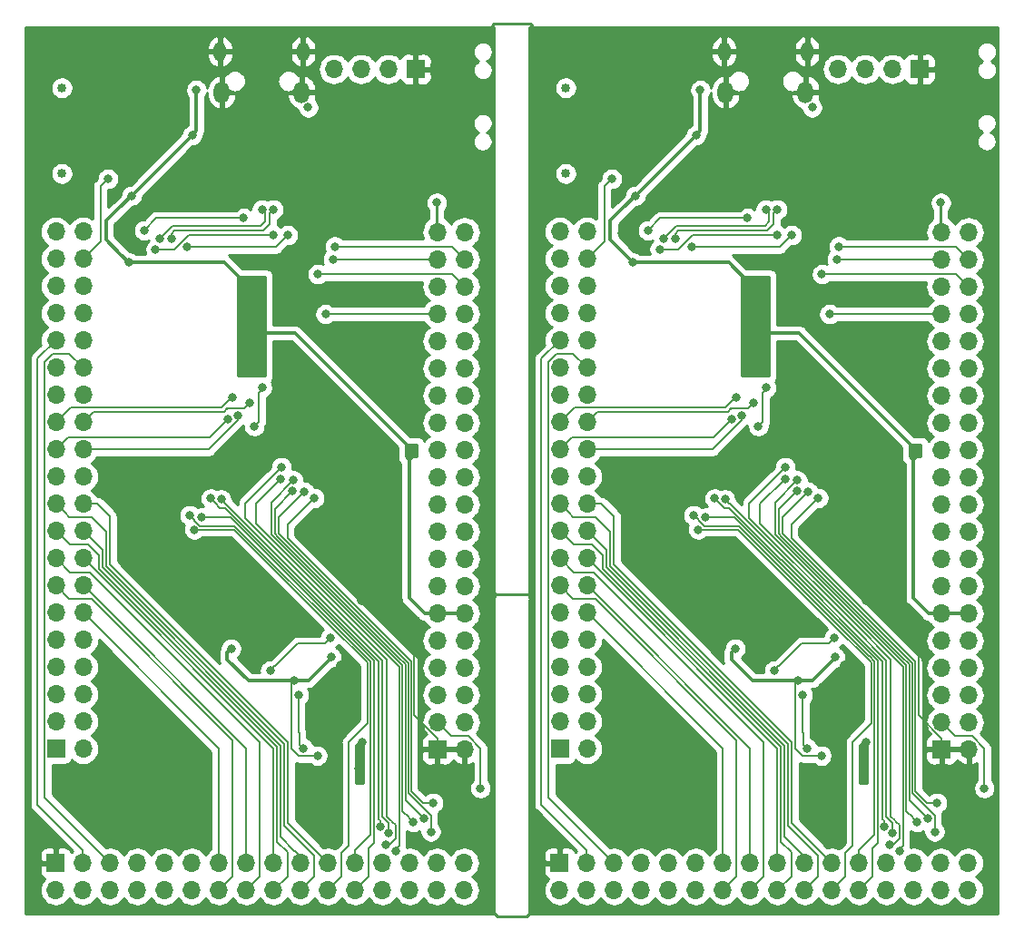
<source format=gbr>
G04 #@! TF.GenerationSoftware,KiCad,Pcbnew,(5.1.4)-1*
G04 #@! TF.CreationDate,2019-12-08T02:00:35+08:00*
G04 #@! TF.ProjectId,STM32F407VTE6-SOCKET_1x2,53544d33-3246-4343-9037-565445362d53,rev?*
G04 #@! TF.SameCoordinates,Original*
G04 #@! TF.FileFunction,Copper,L1,Top*
G04 #@! TF.FilePolarity,Positive*
%FSLAX46Y46*%
G04 Gerber Fmt 4.6, Leading zero omitted, Abs format (unit mm)*
G04 Created by KiCad (PCBNEW (5.1.4)-1) date 2019-12-08 02:00:35*
%MOMM*%
%LPD*%
G04 APERTURE LIST*
%ADD10O,1.700000X1.700000*%
%ADD11R,1.700000X1.700000*%
%ADD12C,0.850000*%
%ADD13O,1.150000X1.800000*%
%ADD14O,1.450000X2.000000*%
%ADD15C,0.800000*%
%ADD16C,0.250000*%
%ADD17C,0.150000*%
%ADD18C,0.127000*%
%ADD19C,0.170000*%
%ADD20C,0.300000*%
%ADD21C,0.210000*%
%ADD22C,0.200000*%
%ADD23C,0.254000*%
G04 APERTURE END LIST*
D10*
X153010000Y-115720000D03*
X150470000Y-115720000D03*
X153010000Y-118260000D03*
X150470000Y-118260000D03*
X153010000Y-120800000D03*
X150470000Y-120800000D03*
X153010000Y-123340000D03*
X150470000Y-123340000D03*
X153010000Y-125880000D03*
X150470000Y-125880000D03*
X153010000Y-128420000D03*
X150470000Y-128420000D03*
X153010000Y-130960000D03*
X150470000Y-130960000D03*
X153010000Y-133500000D03*
X150470000Y-133500000D03*
X153010000Y-136040000D03*
X150470000Y-136040000D03*
X153010000Y-138580000D03*
X150470000Y-138580000D03*
X153010000Y-141120000D03*
X150470000Y-141120000D03*
X153010000Y-143660000D03*
X150470000Y-143660000D03*
X153010000Y-146200000D03*
X150470000Y-146200000D03*
X153010000Y-148740000D03*
X150470000Y-148740000D03*
X153010000Y-151280000D03*
X150470000Y-151280000D03*
X153010000Y-153820000D03*
X150470000Y-153820000D03*
X153010000Y-156360000D03*
X150470000Y-156360000D03*
X153010000Y-158900000D03*
X150470000Y-158900000D03*
X153010000Y-161440000D03*
X150470000Y-161440000D03*
X153010000Y-163980000D03*
D11*
X150470000Y-163980000D03*
X186060000Y-164040000D03*
D10*
X188600000Y-164040000D03*
X186060000Y-161500000D03*
X188600000Y-161500000D03*
X186060000Y-158960000D03*
X188600000Y-158960000D03*
X186060000Y-156420000D03*
X188600000Y-156420000D03*
X186060000Y-153880000D03*
X188600000Y-153880000D03*
X186060000Y-151340000D03*
X188600000Y-151340000D03*
X186060000Y-148800000D03*
X188600000Y-148800000D03*
X186060000Y-146260000D03*
X188600000Y-146260000D03*
X186060000Y-143720000D03*
X188600000Y-143720000D03*
X186060000Y-141180000D03*
X188600000Y-141180000D03*
X186060000Y-138640000D03*
X188600000Y-138640000D03*
X186060000Y-136100000D03*
X188600000Y-136100000D03*
X186060000Y-133560000D03*
X188600000Y-133560000D03*
X186060000Y-131020000D03*
X188600000Y-131020000D03*
X186060000Y-128480000D03*
X188600000Y-128480000D03*
X186060000Y-125940000D03*
X188600000Y-125940000D03*
X186060000Y-123400000D03*
X188600000Y-123400000D03*
X186060000Y-120860000D03*
X188600000Y-120860000D03*
X186060000Y-118320000D03*
X188600000Y-118320000D03*
X186060000Y-115780000D03*
X188600000Y-115780000D03*
D12*
X151030000Y-102300000D03*
X151030000Y-110300000D03*
D13*
X173535000Y-98920000D03*
X165785000Y-98920000D03*
D14*
X173385000Y-102720000D03*
X165935000Y-102720000D03*
D11*
X184030000Y-100550000D03*
D10*
X181490000Y-100550000D03*
X178950000Y-100550000D03*
X176410000Y-100550000D03*
X188540000Y-177170000D03*
X188540000Y-174630000D03*
X186000000Y-177170000D03*
X186000000Y-174630000D03*
X183460000Y-177170000D03*
X183460000Y-174630000D03*
X180920000Y-177170000D03*
X180920000Y-174630000D03*
X178380000Y-177170000D03*
X178380000Y-174630000D03*
X175840000Y-177170000D03*
X175840000Y-174630000D03*
X173300000Y-177170000D03*
X173300000Y-174630000D03*
X170760000Y-177170000D03*
X170760000Y-174630000D03*
X168220000Y-177170000D03*
X168220000Y-174630000D03*
X165680000Y-177170000D03*
X165680000Y-174630000D03*
X163140000Y-177170000D03*
X163140000Y-174630000D03*
X160600000Y-177170000D03*
X160600000Y-174630000D03*
X158060000Y-177170000D03*
X158060000Y-174630000D03*
X155520000Y-177170000D03*
X155520000Y-174630000D03*
X152980000Y-177170000D03*
X152980000Y-174630000D03*
X150440000Y-177170000D03*
D11*
X150440000Y-174630000D03*
D10*
X129410000Y-100550000D03*
X131950000Y-100550000D03*
X134490000Y-100550000D03*
D11*
X137030000Y-100550000D03*
D14*
X118935000Y-102720000D03*
X126385000Y-102720000D03*
D13*
X118785000Y-98920000D03*
X126535000Y-98920000D03*
D10*
X141600000Y-115780000D03*
X139060000Y-115780000D03*
X141600000Y-118320000D03*
X139060000Y-118320000D03*
X141600000Y-120860000D03*
X139060000Y-120860000D03*
X141600000Y-123400000D03*
X139060000Y-123400000D03*
X141600000Y-125940000D03*
X139060000Y-125940000D03*
X141600000Y-128480000D03*
X139060000Y-128480000D03*
X141600000Y-131020000D03*
X139060000Y-131020000D03*
X141600000Y-133560000D03*
X139060000Y-133560000D03*
X141600000Y-136100000D03*
X139060000Y-136100000D03*
X141600000Y-138640000D03*
X139060000Y-138640000D03*
X141600000Y-141180000D03*
X139060000Y-141180000D03*
X141600000Y-143720000D03*
X139060000Y-143720000D03*
X141600000Y-146260000D03*
X139060000Y-146260000D03*
X141600000Y-148800000D03*
X139060000Y-148800000D03*
X141600000Y-151340000D03*
X139060000Y-151340000D03*
X141600000Y-153880000D03*
X139060000Y-153880000D03*
X141600000Y-156420000D03*
X139060000Y-156420000D03*
X141600000Y-158960000D03*
X139060000Y-158960000D03*
X141600000Y-161500000D03*
X139060000Y-161500000D03*
X141600000Y-164040000D03*
D11*
X139060000Y-164040000D03*
X103470000Y-163980000D03*
D10*
X106010000Y-163980000D03*
X103470000Y-161440000D03*
X106010000Y-161440000D03*
X103470000Y-158900000D03*
X106010000Y-158900000D03*
X103470000Y-156360000D03*
X106010000Y-156360000D03*
X103470000Y-153820000D03*
X106010000Y-153820000D03*
X103470000Y-151280000D03*
X106010000Y-151280000D03*
X103470000Y-148740000D03*
X106010000Y-148740000D03*
X103470000Y-146200000D03*
X106010000Y-146200000D03*
X103470000Y-143660000D03*
X106010000Y-143660000D03*
X103470000Y-141120000D03*
X106010000Y-141120000D03*
X103470000Y-138580000D03*
X106010000Y-138580000D03*
X103470000Y-136040000D03*
X106010000Y-136040000D03*
X103470000Y-133500000D03*
X106010000Y-133500000D03*
X103470000Y-130960000D03*
X106010000Y-130960000D03*
X103470000Y-128420000D03*
X106010000Y-128420000D03*
X103470000Y-125880000D03*
X106010000Y-125880000D03*
X103470000Y-123340000D03*
X106010000Y-123340000D03*
X103470000Y-120800000D03*
X106010000Y-120800000D03*
X103470000Y-118260000D03*
X106010000Y-118260000D03*
X103470000Y-115720000D03*
X106010000Y-115720000D03*
D12*
X104030000Y-110300000D03*
X104030000Y-102300000D03*
D11*
X103440000Y-174630000D03*
D10*
X103440000Y-177170000D03*
X105980000Y-174630000D03*
X105980000Y-177170000D03*
X108520000Y-174630000D03*
X108520000Y-177170000D03*
X111060000Y-174630000D03*
X111060000Y-177170000D03*
X113600000Y-174630000D03*
X113600000Y-177170000D03*
X116140000Y-174630000D03*
X116140000Y-177170000D03*
X118680000Y-174630000D03*
X118680000Y-177170000D03*
X121220000Y-174630000D03*
X121220000Y-177170000D03*
X123760000Y-174630000D03*
X123760000Y-177170000D03*
X126300000Y-174630000D03*
X126300000Y-177170000D03*
X128840000Y-174630000D03*
X128840000Y-177170000D03*
X131380000Y-174630000D03*
X131380000Y-177170000D03*
X133920000Y-174630000D03*
X133920000Y-177170000D03*
X136460000Y-174630000D03*
X136460000Y-177170000D03*
X139000000Y-174630000D03*
X139000000Y-177170000D03*
X141540000Y-174630000D03*
X141540000Y-177170000D03*
D15*
X127000000Y-104140000D03*
X174000000Y-104140000D03*
X127730000Y-161040000D03*
X127710000Y-159070000D03*
X136660000Y-153110000D03*
X127010000Y-153230000D03*
X125950000Y-122100000D03*
X127310000Y-123380000D03*
X112910000Y-108290000D03*
X120830000Y-155560000D03*
X131994838Y-150192000D03*
X133930000Y-135822010D03*
X134420000Y-141990000D03*
X109260000Y-115870000D03*
X130010000Y-156180000D03*
X116880000Y-169120000D03*
X127000000Y-106680000D03*
X129540000Y-106680000D03*
X127000000Y-109220000D03*
X129540000Y-109220000D03*
X127000000Y-111760000D03*
X134620000Y-106680000D03*
X134620000Y-109220000D03*
X134620000Y-111760000D03*
X132080000Y-111760000D03*
X132080000Y-114300000D03*
X134620000Y-114300000D03*
X129540000Y-114300000D03*
X134620000Y-104140000D03*
X129540000Y-104140000D03*
X104140000Y-167640000D03*
X106680000Y-167640000D03*
X109220000Y-167640000D03*
X111760000Y-167640000D03*
X114300000Y-167640000D03*
X116840000Y-167640000D03*
X109220000Y-170180000D03*
X106680000Y-170180000D03*
X178994838Y-150192000D03*
X163880000Y-169120000D03*
X176540000Y-109220000D03*
X181620000Y-109220000D03*
X174000000Y-111760000D03*
X176540000Y-114300000D03*
X180930000Y-135822010D03*
X167830000Y-155560000D03*
X151140000Y-167640000D03*
X179080000Y-111760000D03*
X153680000Y-167640000D03*
X156260000Y-115870000D03*
X156220000Y-167640000D03*
X158760000Y-167640000D03*
X161300000Y-167640000D03*
X163840000Y-167640000D03*
X177010000Y-156180000D03*
X181620000Y-111760000D03*
X179080000Y-114300000D03*
X181420000Y-141990000D03*
X181620000Y-114300000D03*
X181620000Y-106680000D03*
X181620000Y-104140000D03*
X176540000Y-104140000D03*
X176540000Y-106680000D03*
X174000000Y-109220000D03*
X174000000Y-106680000D03*
X174730000Y-161040000D03*
X174710000Y-159070000D03*
X174010000Y-153230000D03*
X172950000Y-122100000D03*
X174310000Y-123380000D03*
X159910000Y-108290000D03*
X183660000Y-153110000D03*
X153680000Y-170180000D03*
X156220000Y-170180000D03*
X123460000Y-156690000D03*
X129040500Y-153640000D03*
X170460000Y-156690000D03*
X176040500Y-153640000D03*
X132008000Y-163400000D03*
X131750000Y-166930000D03*
X125660000Y-157620000D03*
X129150000Y-155450000D03*
X116170000Y-106740000D03*
X116570000Y-102510000D03*
X119818015Y-154628015D03*
X136420000Y-136660000D03*
X121980000Y-133880000D03*
X122700000Y-130300000D03*
X120980000Y-126340000D03*
X120990000Y-124210000D03*
X120980000Y-123150000D03*
X120980000Y-127430000D03*
X110525000Y-112375000D03*
X127860000Y-164620000D03*
X131740000Y-165860000D03*
X110306034Y-118603966D03*
X179008000Y-163400000D03*
X174860000Y-164620000D03*
X157306034Y-118603966D03*
X163170000Y-106740000D03*
X178740000Y-165860000D03*
X183420000Y-136660000D03*
X167980000Y-123150000D03*
X167990000Y-124210000D03*
X167980000Y-127430000D03*
X166818015Y-154628015D03*
X168980000Y-133880000D03*
X176150000Y-155450000D03*
X157525000Y-112375000D03*
X163570000Y-102510000D03*
X172660000Y-157620000D03*
X169700000Y-130300000D03*
X178750000Y-166930000D03*
X167980000Y-126340000D03*
X143060000Y-167660000D03*
X190060000Y-167660000D03*
X126120000Y-158970000D03*
X126523030Y-163920000D03*
X173120000Y-158970000D03*
X173523030Y-163920000D03*
X139000000Y-113020000D03*
X186000000Y-113020000D03*
X129494537Y-117110000D03*
X176494537Y-117110000D03*
X129320001Y-118320000D03*
X176320001Y-118320000D03*
X127910000Y-119700000D03*
X174910000Y-119700000D03*
X124490000Y-137710000D03*
X134230000Y-172915999D03*
X171490000Y-137710000D03*
X181230000Y-172915999D03*
X124460000Y-138780000D03*
X135160000Y-173530000D03*
X171460000Y-138780000D03*
X182160000Y-173530000D03*
X128620000Y-123420000D03*
X175620000Y-123420000D03*
X136810000Y-170840000D03*
X125620000Y-138930000D03*
X183810000Y-170840000D03*
X172620000Y-138930000D03*
X137810000Y-170510000D03*
X125560000Y-139950000D03*
X184810000Y-170510000D03*
X172560000Y-139950000D03*
X138440000Y-171710000D03*
X126650000Y-140020000D03*
X173650000Y-140020000D03*
X185440000Y-171710000D03*
X138650000Y-169030000D03*
X127570000Y-140580000D03*
X185650000Y-169030000D03*
X174570000Y-140580000D03*
X119505000Y-133209912D03*
X166505000Y-133209912D03*
X120456864Y-132903384D03*
X167456864Y-132903384D03*
X119915010Y-131200020D03*
X166915010Y-131200020D03*
X121520000Y-131685010D03*
X168520000Y-131685010D03*
X116383108Y-143516892D03*
X163383108Y-143516892D03*
X115940000Y-142180000D03*
X162940000Y-142180000D03*
X117051892Y-142398108D03*
X164051892Y-142398108D03*
X117910000Y-140620000D03*
X133720000Y-171240000D03*
X180720000Y-171240000D03*
X164910000Y-140620000D03*
X118884421Y-140700637D03*
X134510990Y-171820000D03*
X165884421Y-140700637D03*
X181510990Y-171820000D03*
X108320000Y-110800000D03*
X155320000Y-110800000D03*
X115740000Y-117170000D03*
X125090000Y-116050000D03*
X162740000Y-117170000D03*
X172090000Y-116050000D03*
X111700000Y-115600000D03*
X120980000Y-114450000D03*
X158700000Y-115600000D03*
X167980000Y-114450000D03*
X114225258Y-116379742D03*
X123737173Y-113651290D03*
X161225258Y-116379742D03*
X170737173Y-113651290D03*
X113175258Y-116379742D03*
X122687173Y-113651290D03*
X160175258Y-116379742D03*
X169687173Y-113651290D03*
X112775258Y-117370000D03*
X123739990Y-116050010D03*
X170739990Y-116050010D03*
X159775258Y-117370000D03*
D16*
X147950000Y-96860000D02*
X147950000Y-96560000D01*
X147770000Y-96380000D02*
X147770000Y-96370000D01*
X147950000Y-96560000D02*
X147770000Y-96380000D01*
X147722990Y-96322990D02*
X144862990Y-96322990D01*
X147770000Y-96370000D02*
X147722990Y-96322990D01*
X144862990Y-96322990D02*
X144845980Y-96340000D01*
X144845980Y-96340000D02*
X144300000Y-96340000D01*
X144300000Y-96340000D02*
X144130000Y-96510000D01*
X144130000Y-96510000D02*
X144130000Y-96770000D01*
X144210000Y-149600000D02*
X147730000Y-149600000D01*
X144250000Y-179350000D02*
X144380000Y-179350000D01*
X144380000Y-179350000D02*
X144640000Y-179610000D01*
X144640000Y-179610000D02*
X147380000Y-179610000D01*
X147640000Y-179350000D02*
X147380000Y-179610000D01*
X147660000Y-179350000D02*
X147640000Y-179350000D01*
D17*
X127730000Y-161040000D02*
X127730000Y-159090000D01*
X127730000Y-159090000D02*
X127710000Y-159070000D01*
D18*
X130010000Y-156180000D02*
X130010000Y-156770000D01*
D19*
X136905050Y-153355050D02*
X136660000Y-153110000D01*
X136905050Y-160865050D02*
X136905050Y-153355050D01*
X139060000Y-164040000D02*
X139060000Y-163020000D01*
X139060000Y-163020000D02*
X136905050Y-160865050D01*
D18*
X131994838Y-149626315D02*
X131990000Y-149621477D01*
X131994838Y-150192000D02*
X131994838Y-149626315D01*
D20*
X109260000Y-115870000D02*
X109659999Y-115470001D01*
X109659999Y-115470001D02*
X110230000Y-114900000D01*
D18*
X130010000Y-156770000D02*
X127710000Y-159070000D01*
D19*
X186060000Y-163020000D02*
X183905050Y-160865050D01*
X183905050Y-160865050D02*
X183905050Y-153355050D01*
X183905050Y-153355050D02*
X183660000Y-153110000D01*
X186060000Y-164040000D02*
X186060000Y-163020000D01*
D18*
X177010000Y-156180000D02*
X177010000Y-156770000D01*
X177010000Y-156770000D02*
X174710000Y-159070000D01*
D20*
X156260000Y-115870000D02*
X156659999Y-115470001D01*
X156659999Y-115470001D02*
X157230000Y-114900000D01*
D18*
X178994838Y-150192000D02*
X178994838Y-149626315D01*
X178994838Y-149626315D02*
X178990000Y-149621477D01*
D17*
X174730000Y-161040000D02*
X174730000Y-159090000D01*
X174730000Y-159090000D02*
X174710000Y-159070000D01*
D19*
X123859999Y-156290001D02*
X123879999Y-156290001D01*
X123460000Y-156690000D02*
X123859999Y-156290001D01*
X123879999Y-156290001D02*
X126020000Y-154150000D01*
X126020000Y-154150000D02*
X128530500Y-154150000D01*
X128530500Y-154150000D02*
X129040500Y-153640000D01*
X170460000Y-156690000D02*
X170859999Y-156290001D01*
X170879999Y-156290001D02*
X173020000Y-154150000D01*
X170859999Y-156290001D02*
X170879999Y-156290001D01*
X173020000Y-154150000D02*
X175530500Y-154150000D01*
X175530500Y-154150000D02*
X176040500Y-153640000D01*
D17*
X132008000Y-163400000D02*
X132008000Y-166672000D01*
X132008000Y-166672000D02*
X131750000Y-166930000D01*
D20*
X125660000Y-157620000D02*
X127030000Y-157620000D01*
X127030000Y-157620000D02*
X129150000Y-155500000D01*
X129150000Y-155500000D02*
X129150000Y-155450000D01*
X139060000Y-151340000D02*
X141600000Y-151340000D01*
X137857919Y-151340000D02*
X136420000Y-149902081D01*
X139060000Y-151340000D02*
X137857919Y-151340000D01*
X116170000Y-106740000D02*
X116570000Y-106340000D01*
X116570000Y-106340000D02*
X116570000Y-102510000D01*
X110760000Y-112150000D02*
X110750000Y-112150000D01*
X110760000Y-112150000D02*
X116170000Y-106740000D01*
X125660000Y-157620000D02*
X125094315Y-157620000D01*
X125094315Y-157620000D02*
X121440000Y-157620000D01*
X121440000Y-157620000D02*
X119460000Y-155640000D01*
X119460000Y-154986030D02*
X119818015Y-154628015D01*
D21*
X136420000Y-135780000D02*
X136420000Y-135822010D01*
D20*
X136420000Y-136660000D02*
X136420000Y-135780000D01*
X136420000Y-149902081D02*
X136420000Y-136660000D01*
D21*
X122379999Y-133480001D02*
X122379999Y-130729999D01*
X121980000Y-133880000D02*
X122379999Y-133480001D01*
X122700000Y-130409998D02*
X122700000Y-130300000D01*
X122379999Y-130729999D02*
X122700000Y-130409998D01*
X120980000Y-126340000D02*
X120980000Y-124220000D01*
X120980000Y-124220000D02*
X120990000Y-124210000D01*
X120990000Y-124210000D02*
X120990000Y-123160000D01*
X120990000Y-123160000D02*
X120980000Y-123150000D01*
D20*
X119207990Y-118610000D02*
X118780000Y-118610000D01*
X118780000Y-118610000D02*
X111190000Y-118610000D01*
X120978995Y-122583310D02*
X120978995Y-120381005D01*
X120980000Y-122584315D02*
X120978995Y-122583310D01*
X120980000Y-123150000D02*
X120980000Y-122584315D01*
X120978995Y-120381005D02*
X119207990Y-118610000D01*
X125793995Y-125196005D02*
X122273995Y-125196005D01*
X136420000Y-135822010D02*
X125793995Y-125196005D01*
X110750000Y-112150000D02*
X110525000Y-112375000D01*
D21*
X127294315Y-164620000D02*
X126090000Y-164620000D01*
X127860000Y-164620000D02*
X127294315Y-164620000D01*
X126090000Y-164620000D02*
X125445046Y-163975046D01*
X131750000Y-166930000D02*
X131750000Y-165870000D01*
X131750000Y-165870000D02*
X131740000Y-165860000D01*
D20*
X109290000Y-113610000D02*
X109280000Y-113610000D01*
X110525000Y-112375000D02*
X109290000Y-113610000D01*
X109280000Y-113610000D02*
X108180000Y-114710000D01*
X108180000Y-114710000D02*
X108180000Y-116490000D01*
X108180000Y-116490000D02*
X109470000Y-117780000D01*
X110300000Y-118610000D02*
X111190000Y-118610000D01*
X109470000Y-117780000D02*
X110300000Y-118610000D01*
D21*
X125660000Y-157620000D02*
X125660000Y-157700000D01*
X125445046Y-157914954D02*
X125445046Y-158424954D01*
X125660000Y-157700000D02*
X125445046Y-157914954D01*
X125445046Y-163975046D02*
X125445046Y-158424954D01*
X125445046Y-158424954D02*
X125445046Y-158084954D01*
D20*
X119460000Y-155640000D02*
X119460000Y-154986030D01*
D21*
X172445046Y-157914954D02*
X172445046Y-158424954D01*
D20*
X155180000Y-116490000D02*
X156470000Y-117780000D01*
D21*
X172660000Y-157620000D02*
X172660000Y-157700000D01*
X178750000Y-166930000D02*
X178750000Y-165870000D01*
D20*
X156470000Y-117780000D02*
X157300000Y-118610000D01*
X156290000Y-113610000D02*
X156280000Y-113610000D01*
D21*
X173090000Y-164620000D02*
X172445046Y-163975046D01*
X178750000Y-165870000D02*
X178740000Y-165860000D01*
D20*
X155180000Y-114710000D02*
X155180000Y-116490000D01*
D21*
X172660000Y-157700000D02*
X172445046Y-157914954D01*
D20*
X156280000Y-113610000D02*
X155180000Y-114710000D01*
X157300000Y-118610000D02*
X158190000Y-118610000D01*
D21*
X172445046Y-158424954D02*
X172445046Y-158084954D01*
D20*
X157525000Y-112375000D02*
X156290000Y-113610000D01*
D21*
X172445046Y-163975046D02*
X172445046Y-158424954D01*
D20*
X166460000Y-155640000D02*
X166460000Y-154986030D01*
X183420000Y-136660000D02*
X183420000Y-135780000D01*
X157760000Y-112150000D02*
X163170000Y-106740000D01*
X166460000Y-154986030D02*
X166818015Y-154628015D01*
D21*
X167990000Y-123160000D02*
X167980000Y-123150000D01*
X183420000Y-135780000D02*
X183420000Y-135822010D01*
D20*
X167980000Y-123150000D02*
X167980000Y-122584315D01*
X183420000Y-135822010D02*
X172793995Y-125196005D01*
X167978995Y-122583310D02*
X167978995Y-120381005D01*
D21*
X167980000Y-126340000D02*
X167980000Y-124220000D01*
X167980000Y-124220000D02*
X167990000Y-124210000D01*
X167990000Y-124210000D02*
X167990000Y-123160000D01*
X169379999Y-133480001D02*
X169379999Y-130729999D01*
D20*
X172660000Y-157620000D02*
X172094315Y-157620000D01*
X172094315Y-157620000D02*
X168440000Y-157620000D01*
X166207990Y-118610000D02*
X165780000Y-118610000D01*
X165780000Y-118610000D02*
X158190000Y-118610000D01*
X167978995Y-120381005D02*
X166207990Y-118610000D01*
X172793995Y-125196005D02*
X169273995Y-125196005D01*
D21*
X169379999Y-130729999D02*
X169700000Y-130409998D01*
D20*
X157750000Y-112150000D02*
X157525000Y-112375000D01*
D21*
X168980000Y-133880000D02*
X169379999Y-133480001D01*
X174294315Y-164620000D02*
X173090000Y-164620000D01*
D20*
X167980000Y-122584315D02*
X167978995Y-122583310D01*
D21*
X174860000Y-164620000D02*
X174294315Y-164620000D01*
D20*
X168440000Y-157620000D02*
X166460000Y-155640000D01*
X183420000Y-149902081D02*
X183420000Y-136660000D01*
D21*
X169700000Y-130409998D02*
X169700000Y-130300000D01*
D17*
X179008000Y-166672000D02*
X178750000Y-166930000D01*
X179008000Y-163400000D02*
X179008000Y-166672000D01*
D20*
X176150000Y-155500000D02*
X176150000Y-155450000D01*
X186060000Y-151340000D02*
X188600000Y-151340000D01*
X184857919Y-151340000D02*
X183420000Y-149902081D01*
X186060000Y-151340000D02*
X184857919Y-151340000D01*
X163170000Y-106740000D02*
X163570000Y-106340000D01*
X163570000Y-106340000D02*
X163570000Y-102510000D01*
X172660000Y-157620000D02*
X174030000Y-157620000D01*
X157760000Y-112150000D02*
X157750000Y-112150000D01*
X174030000Y-157620000D02*
X176150000Y-155500000D01*
D19*
X139909999Y-162349999D02*
X139060000Y-161500000D01*
X143060000Y-167660000D02*
X143060000Y-163928238D01*
X139909999Y-162349999D02*
X139909999Y-162359999D01*
X140334119Y-162784119D02*
X141915881Y-162784119D01*
X139909999Y-162359999D02*
X140334119Y-162784119D01*
X143060000Y-163928238D02*
X141915881Y-162784119D01*
X190060000Y-167660000D02*
X190060000Y-163928238D01*
X190060000Y-163928238D02*
X188915881Y-162784119D01*
X186909999Y-162349999D02*
X186060000Y-161500000D01*
X186909999Y-162359999D02*
X187334119Y-162784119D01*
X186909999Y-162349999D02*
X186909999Y-162359999D01*
X187334119Y-162784119D02*
X188915881Y-162784119D01*
D21*
X127990001Y-173780001D02*
X127980001Y-173780001D01*
X128840000Y-174630000D02*
X127990001Y-173780001D01*
X127980001Y-173780001D02*
X125108036Y-170908036D01*
X125108036Y-170908036D02*
X125108036Y-163391620D01*
X125108036Y-163391620D02*
X108990000Y-147273584D01*
X108990000Y-147270000D02*
X108486030Y-146766030D01*
X108990000Y-147273584D02*
X108990000Y-147270000D01*
X108486030Y-142286030D02*
X107320000Y-141120000D01*
X108486030Y-146766030D02*
X108486030Y-142286030D01*
X107320000Y-141120000D02*
X106010000Y-141120000D01*
X154320000Y-141120000D02*
X153010000Y-141120000D01*
X172108036Y-163391620D02*
X155990000Y-147273584D01*
X175840000Y-174630000D02*
X174990001Y-173780001D01*
X155990000Y-147270000D02*
X155486030Y-146766030D01*
X174980001Y-173780001D02*
X172108036Y-170908036D01*
X155486030Y-146766030D02*
X155486030Y-142286030D01*
X174990001Y-173780001D02*
X174980001Y-173780001D01*
X172108036Y-170908036D02*
X172108036Y-163391620D01*
X155990000Y-147273584D02*
X155990000Y-147270000D01*
X155486030Y-142286030D02*
X154320000Y-141120000D01*
X126300000Y-174630000D02*
X126300000Y-174050000D01*
X107812010Y-145462010D02*
X107790000Y-145440000D01*
X107812010Y-147048802D02*
X107812010Y-145462010D01*
X124434018Y-163670810D02*
X107812010Y-147048802D01*
X107790000Y-145440000D02*
X106010000Y-143660000D01*
X125725000Y-173495000D02*
X124434018Y-172204018D01*
X125745000Y-173495000D02*
X125725000Y-173495000D01*
X124434018Y-172204018D02*
X124434018Y-163670810D01*
X126300000Y-174050000D02*
X125745000Y-173495000D01*
X154812010Y-145462010D02*
X154790000Y-145440000D01*
X172725000Y-173495000D02*
X171434018Y-172204018D01*
X171434018Y-163670810D02*
X154812010Y-147048802D01*
X173300000Y-174050000D02*
X172745000Y-173495000D01*
X171434018Y-172204018D02*
X171434018Y-163670810D01*
X173300000Y-174630000D02*
X173300000Y-174050000D01*
X172745000Y-173495000D02*
X172725000Y-173495000D01*
X154790000Y-145440000D02*
X153010000Y-143660000D01*
X154812010Y-147048802D02*
X154812010Y-145462010D01*
X127580000Y-173960000D02*
X127580000Y-175880000D01*
X124771028Y-171151028D02*
X127580000Y-173960000D01*
X127382001Y-176077999D02*
X127382001Y-176087999D01*
X124771027Y-163531215D02*
X124771028Y-171151028D01*
X108149020Y-146909208D02*
X124771027Y-163531215D01*
X103470000Y-141120000D02*
X104319999Y-141969999D01*
X104319999Y-141969999D02*
X104329999Y-141969999D01*
X104329999Y-141969999D02*
X104710000Y-142350000D01*
X127580000Y-175880000D02*
X127382001Y-176077999D01*
X104710000Y-142350000D02*
X106810000Y-142350000D01*
X106810000Y-142350000D02*
X108149020Y-143689020D01*
X127382001Y-176087999D02*
X126300000Y-177170000D01*
X108149020Y-143689020D02*
X108149020Y-146909208D01*
X150470000Y-141120000D02*
X151319999Y-141969999D01*
X155149020Y-146909208D02*
X171771027Y-163531215D01*
X155149020Y-143689020D02*
X155149020Y-146909208D01*
X171771027Y-163531215D02*
X171771028Y-171151028D01*
X151319999Y-141969999D02*
X151329999Y-141969999D01*
X151710000Y-142350000D02*
X153810000Y-142350000D01*
X153810000Y-142350000D02*
X155149020Y-143689020D01*
X151329999Y-141969999D02*
X151710000Y-142350000D01*
X174580000Y-175880000D02*
X174382001Y-176077999D01*
X174382001Y-176087999D02*
X173300000Y-177170000D01*
X171771028Y-171151028D02*
X174580000Y-173960000D01*
X174580000Y-173960000D02*
X174580000Y-175880000D01*
X174382001Y-176077999D02*
X174382001Y-176087999D01*
X123760000Y-163950000D02*
X106010000Y-146200000D01*
X123760000Y-174630000D02*
X123760000Y-163950000D01*
X170760000Y-163950000D02*
X153010000Y-146200000D01*
X170760000Y-174630000D02*
X170760000Y-163950000D01*
X123760000Y-177170000D02*
X125060000Y-175870000D01*
X125060000Y-175870000D02*
X125060000Y-173610000D01*
X125060000Y-173610000D02*
X124097010Y-172647010D01*
X124097010Y-172647010D02*
X124097009Y-163810405D01*
X124097009Y-163810405D02*
X107475000Y-147188396D01*
X107475000Y-147188396D02*
X107475000Y-145955000D01*
X107475000Y-145955000D02*
X106470000Y-144950000D01*
X106470000Y-144950000D02*
X104760000Y-144950000D01*
X104760000Y-144950000D02*
X103470000Y-143660000D01*
X171097010Y-172647010D02*
X171097009Y-163810405D01*
X154475000Y-147188396D02*
X154475000Y-145955000D01*
X172060000Y-175870000D02*
X172060000Y-173610000D01*
X154475000Y-145955000D02*
X153470000Y-144950000D01*
X171097009Y-163810405D02*
X154475000Y-147188396D01*
X172060000Y-173610000D02*
X171097010Y-172647010D01*
X153470000Y-144950000D02*
X151760000Y-144950000D01*
X170760000Y-177170000D02*
X172060000Y-175870000D01*
X151760000Y-144950000D02*
X150470000Y-143660000D01*
X106859999Y-149589999D02*
X106010000Y-148740000D01*
X121220000Y-174630000D02*
X121220000Y-163950000D01*
X121220000Y-163950000D02*
X106859999Y-149589999D01*
X153859999Y-149589999D02*
X153010000Y-148740000D01*
X168220000Y-174630000D02*
X168220000Y-163950000D01*
X168220000Y-163950000D02*
X153859999Y-149589999D01*
X104780000Y-147510000D02*
X103470000Y-146200000D01*
X106630000Y-147510000D02*
X104780000Y-147510000D01*
X122500000Y-163380000D02*
X106630000Y-147510000D01*
X121220000Y-177170000D02*
X122500000Y-175890000D01*
X122500000Y-175890000D02*
X122500000Y-163380000D01*
X153630000Y-147510000D02*
X151780000Y-147510000D01*
X169500000Y-163380000D02*
X153630000Y-147510000D01*
X168220000Y-177170000D02*
X169500000Y-175890000D01*
X151780000Y-147510000D02*
X150470000Y-146200000D01*
X169500000Y-175890000D02*
X169500000Y-163380000D01*
X118680000Y-163950000D02*
X106010000Y-151280000D01*
X118680000Y-174630000D02*
X118680000Y-163950000D01*
X165680000Y-174630000D02*
X165680000Y-163950000D01*
X165680000Y-163950000D02*
X153010000Y-151280000D01*
X118680000Y-177170000D02*
X119960000Y-175890000D01*
X119960000Y-175890000D02*
X119960000Y-163166604D01*
X119960000Y-163166604D02*
X106783396Y-149990000D01*
X104720000Y-149990000D02*
X103470000Y-148740000D01*
X106783396Y-149990000D02*
X104720000Y-149990000D01*
X166960000Y-163166604D02*
X153783396Y-149990000D01*
X165680000Y-177170000D02*
X166960000Y-175890000D01*
X153783396Y-149990000D02*
X151720000Y-149990000D01*
X151720000Y-149990000D02*
X150470000Y-148740000D01*
X166960000Y-175890000D02*
X166960000Y-163166604D01*
X101760000Y-127590000D02*
X103470000Y-125880000D01*
X101760000Y-169207919D02*
X101760000Y-127590000D01*
X105980000Y-174630000D02*
X105980000Y-173427919D01*
X105980000Y-173427919D02*
X101760000Y-169207919D01*
X152980000Y-173427919D02*
X148760000Y-169207919D01*
X152980000Y-174630000D02*
X152980000Y-173427919D01*
X148760000Y-127590000D02*
X150470000Y-125880000D01*
X148760000Y-169207919D02*
X148760000Y-127590000D01*
D17*
X126120000Y-162466498D02*
X126198040Y-162544538D01*
X126120000Y-158970000D02*
X126120000Y-162466498D01*
X126198040Y-162544538D02*
X126198040Y-163595010D01*
X126198040Y-163595010D02*
X126523030Y-163920000D01*
X173120000Y-158970000D02*
X173120000Y-162466498D01*
X173198040Y-162544538D02*
X173198040Y-163595010D01*
X173198040Y-163595010D02*
X173523030Y-163920000D01*
X173120000Y-162466498D02*
X173198040Y-162544538D01*
D16*
X139000000Y-115720000D02*
X139060000Y-115780000D01*
X139000000Y-113020000D02*
X139000000Y-115720000D01*
X186000000Y-113020000D02*
X186000000Y-115720000D01*
X186000000Y-115720000D02*
X186060000Y-115780000D01*
D21*
X140420000Y-117140000D02*
X141600000Y-118320000D01*
X129494537Y-116957515D02*
X129547515Y-116957515D01*
X129730000Y-117140000D02*
X133780000Y-117140000D01*
X129547515Y-116957515D02*
X129730000Y-117140000D01*
X133780000Y-117140000D02*
X140420000Y-117140000D01*
X180780000Y-117140000D02*
X187420000Y-117140000D01*
X176494537Y-116957515D02*
X176547515Y-116957515D01*
X187420000Y-117140000D02*
X188600000Y-118320000D01*
X176547515Y-116957515D02*
X176730000Y-117140000D01*
X176730000Y-117140000D02*
X180780000Y-117140000D01*
X129885686Y-118320000D02*
X132380000Y-118320000D01*
X129320001Y-118320000D02*
X129885686Y-118320000D01*
X132380000Y-118320000D02*
X139060000Y-118320000D01*
X176885686Y-118320000D02*
X179380000Y-118320000D01*
X176320001Y-118320000D02*
X176885686Y-118320000D01*
X179380000Y-118320000D02*
X186060000Y-118320000D01*
X140440000Y-119700000D02*
X141600000Y-120860000D01*
X127910000Y-119700000D02*
X130570000Y-119700000D01*
X129915000Y-119700000D02*
X130570000Y-119700000D01*
X130570000Y-119700000D02*
X140440000Y-119700000D01*
X177570000Y-119700000D02*
X187440000Y-119700000D01*
X187440000Y-119700000D02*
X188600000Y-120860000D01*
X174910000Y-119700000D02*
X177570000Y-119700000D01*
X176915000Y-119700000D02*
X177570000Y-119700000D01*
X134300001Y-170270001D02*
X134300001Y-170199999D01*
X134700000Y-170670000D02*
X134300001Y-170270001D01*
X134300001Y-155633397D02*
X131147009Y-152480405D01*
X134300001Y-170199999D02*
X134300001Y-155633397D01*
X131147009Y-152480405D02*
X121140000Y-142473396D01*
X121140000Y-142473396D02*
X121140000Y-141060000D01*
X121140000Y-141060000D02*
X124490000Y-137710000D01*
X134700000Y-170670000D02*
X134710000Y-170670000D01*
X134710000Y-170670000D02*
X134847999Y-170807999D01*
X134847999Y-170807999D02*
X134857999Y-170807999D01*
X134857999Y-170807999D02*
X135142990Y-171092990D01*
X135142990Y-171092990D02*
X135142990Y-172377010D01*
X135142990Y-172377010D02*
X134604001Y-172915999D01*
X134604001Y-172915999D02*
X134230000Y-172915999D01*
X181700000Y-170670000D02*
X181710000Y-170670000D01*
X181700000Y-170670000D02*
X181300001Y-170270001D01*
X181847999Y-170807999D02*
X181857999Y-170807999D01*
X168140000Y-142473396D02*
X168140000Y-141060000D01*
X181857999Y-170807999D02*
X182142990Y-171092990D01*
X182142990Y-172377010D02*
X181604001Y-172915999D01*
X178147009Y-152480405D02*
X168140000Y-142473396D01*
X182142990Y-171092990D02*
X182142990Y-172377010D01*
X181300001Y-170199999D02*
X181300001Y-155633397D01*
X181710000Y-170670000D02*
X181847999Y-170807999D01*
X168140000Y-141060000D02*
X171490000Y-137710000D01*
X181604001Y-172915999D02*
X181230000Y-172915999D01*
X181300001Y-155633397D02*
X178147009Y-152480405D01*
X181300001Y-170270001D02*
X181300001Y-170199999D01*
X135160000Y-173380000D02*
X135160000Y-173530000D01*
X135480000Y-173060000D02*
X135160000Y-173380000D01*
X135480000Y-156336792D02*
X135480000Y-173060000D01*
X122130000Y-142986792D02*
X135480000Y-156336792D01*
X124460000Y-138780000D02*
X122130000Y-141110000D01*
X122130000Y-141110000D02*
X122130000Y-142986792D01*
X169130000Y-142986792D02*
X182480000Y-156336792D01*
X182480000Y-173060000D02*
X182160000Y-173380000D01*
X169130000Y-141110000D02*
X169130000Y-142986792D01*
X182160000Y-173380000D02*
X182160000Y-173530000D01*
X171460000Y-138780000D02*
X169130000Y-141110000D01*
X182480000Y-156336792D02*
X182480000Y-173060000D01*
X139040000Y-123420000D02*
X139060000Y-123400000D01*
X130620000Y-123420000D02*
X131240000Y-123420000D01*
X131240000Y-123420000D02*
X139040000Y-123420000D01*
X129380000Y-123420000D02*
X128620000Y-123420000D01*
X129380000Y-123420000D02*
X131240000Y-123420000D01*
X177620000Y-123420000D02*
X178240000Y-123420000D01*
X178240000Y-123420000D02*
X186040000Y-123420000D01*
X186040000Y-123420000D02*
X186060000Y-123400000D01*
X176380000Y-123420000D02*
X175620000Y-123420000D01*
X176380000Y-123420000D02*
X178240000Y-123420000D01*
D17*
X123540000Y-141010000D02*
X125620000Y-138930000D01*
X136810000Y-170840000D02*
X136410001Y-170440001D01*
X136410001Y-170440001D02*
X136410001Y-170430001D01*
X136410001Y-170430001D02*
X135787010Y-169807010D01*
X135787010Y-169807010D02*
X135787010Y-156209626D01*
X135787010Y-156209626D02*
X123540000Y-143962616D01*
X123540000Y-143962616D02*
X123540000Y-141010000D01*
X183410001Y-170430001D02*
X182787010Y-169807010D01*
X170540000Y-143962616D02*
X170540000Y-141010000D01*
X182787010Y-156209626D02*
X170540000Y-143962616D01*
X182787010Y-169807010D02*
X182787010Y-156209626D01*
X183410001Y-170440001D02*
X183410001Y-170430001D01*
X183810000Y-170840000D02*
X183410001Y-170440001D01*
X170540000Y-141010000D02*
X172620000Y-138930000D01*
X137810000Y-170510000D02*
X137087010Y-169787010D01*
X137810000Y-170510000D02*
X136064020Y-168764020D01*
X136064020Y-156094885D02*
X135290000Y-155320865D01*
X136064020Y-168764020D02*
X136064020Y-156094885D01*
X135290000Y-155320865D02*
X124164567Y-144195433D01*
X124164567Y-144195433D02*
X123900000Y-143930866D01*
X123900000Y-142630000D02*
X123890000Y-142620000D01*
X123900000Y-143930866D02*
X123900000Y-142630000D01*
X123890000Y-142620000D02*
X123890000Y-141620000D01*
X123890000Y-141620000D02*
X125560000Y-139950000D01*
X184810000Y-170510000D02*
X184087010Y-169787010D01*
X184810000Y-170510000D02*
X183064020Y-168764020D01*
X183064020Y-168764020D02*
X183064020Y-156094885D01*
X170890000Y-142620000D02*
X170890000Y-141620000D01*
X170900000Y-143930866D02*
X170900000Y-142630000D01*
X170890000Y-141620000D02*
X172560000Y-139950000D01*
X182290000Y-155320865D02*
X171164567Y-144195433D01*
X183064020Y-156094885D02*
X182290000Y-155320865D01*
X171164567Y-144195433D02*
X170900000Y-143930866D01*
X170900000Y-142630000D02*
X170890000Y-142620000D01*
X138440000Y-171710000D02*
X138440000Y-170190000D01*
X138440000Y-170190000D02*
X136341030Y-168091030D01*
X136341030Y-155980144D02*
X133160884Y-152800000D01*
X136341030Y-168091030D02*
X136341030Y-155980144D01*
X133160884Y-152800000D02*
X124270000Y-143909116D01*
X124270000Y-143909116D02*
X124270000Y-142400000D01*
X124270000Y-142400000D02*
X126650000Y-140020000D01*
X185440000Y-171710000D02*
X185440000Y-170190000D01*
X185440000Y-170190000D02*
X183341030Y-168091030D01*
X171270000Y-142400000D02*
X173650000Y-140020000D01*
X171270000Y-143909116D02*
X171270000Y-142400000D01*
X183341030Y-168091030D02*
X183341030Y-155980144D01*
X183341030Y-155980144D02*
X180160884Y-152800000D01*
X180160884Y-152800000D02*
X171270000Y-143909116D01*
X138650000Y-169030000D02*
X137671750Y-169030000D01*
X137671750Y-169030000D02*
X136618040Y-167976290D01*
X136618040Y-155865403D02*
X136455769Y-155703134D01*
X136618040Y-167976290D02*
X136618040Y-155865403D01*
X136455769Y-155703134D02*
X125070000Y-144317365D01*
X125070000Y-144317365D02*
X125070000Y-143080000D01*
X125070000Y-143080000D02*
X127570000Y-140580000D01*
X183618040Y-167976290D02*
X183618040Y-155865403D01*
X183618040Y-155865403D02*
X183455769Y-155703134D01*
X172070000Y-144317365D02*
X172070000Y-143080000D01*
X172070000Y-143080000D02*
X174570000Y-140580000D01*
X184671750Y-169030000D02*
X183618040Y-167976290D01*
X183455769Y-155703134D02*
X172070000Y-144317365D01*
X185650000Y-169030000D02*
X184671750Y-169030000D01*
D21*
X104319999Y-135190001D02*
X103470000Y-136040000D01*
X104625001Y-134884999D02*
X104319999Y-135190001D01*
X117829913Y-134884999D02*
X104625001Y-134884999D01*
X119505000Y-133209912D02*
X117829913Y-134884999D01*
X164829913Y-134884999D02*
X151625001Y-134884999D01*
X151625001Y-134884999D02*
X151319999Y-135190001D01*
X151319999Y-135190001D02*
X150470000Y-136040000D01*
X166505000Y-133209912D02*
X164829913Y-134884999D01*
X107212081Y-136040000D02*
X106010000Y-136040000D01*
X117718314Y-136040000D02*
X107212081Y-136040000D01*
X120456864Y-133301450D02*
X117718314Y-136040000D01*
X120456864Y-132903384D02*
X120456864Y-133301450D01*
X167456864Y-132903384D02*
X167456864Y-133301450D01*
X164718314Y-136040000D02*
X154212081Y-136040000D01*
X167456864Y-133301450D02*
X164718314Y-136040000D01*
X154212081Y-136040000D02*
X153010000Y-136040000D01*
X104319999Y-132650001D02*
X103470000Y-133500000D01*
X104854999Y-132115001D02*
X118914999Y-132115001D01*
X104319999Y-132650001D02*
X104854999Y-132115001D01*
X118914999Y-132115001D02*
X119829980Y-131200020D01*
X119829980Y-131200020D02*
X119915010Y-131200020D01*
X151319999Y-132650001D02*
X151854999Y-132115001D01*
X165914999Y-132115001D02*
X166829980Y-131200020D01*
X151854999Y-132115001D02*
X165914999Y-132115001D01*
X151319999Y-132650001D02*
X150470000Y-133500000D01*
X166829980Y-131200020D02*
X166915010Y-131200020D01*
X106010000Y-133500000D02*
X106020000Y-133500000D01*
X106020000Y-133500000D02*
X106994989Y-132525011D01*
X119146499Y-132525011D02*
X119423364Y-132248146D01*
X118994989Y-132525011D02*
X119146499Y-132525011D01*
X106994989Y-132525011D02*
X118994989Y-132525011D01*
X121520000Y-131685010D02*
X121514990Y-131685010D01*
X119473127Y-132198383D02*
X119250755Y-132420755D01*
X121001617Y-132198383D02*
X119473127Y-132198383D01*
X121514990Y-131685010D02*
X121001617Y-132198383D01*
X119146499Y-132525011D02*
X119250755Y-132420755D01*
X153020000Y-133500000D02*
X153994989Y-132525011D01*
X166146499Y-132525011D02*
X166423364Y-132248146D01*
X168514990Y-131685010D02*
X168001617Y-132198383D01*
X153010000Y-133500000D02*
X153020000Y-133500000D01*
X153994989Y-132525011D02*
X165994989Y-132525011D01*
X165994989Y-132525011D02*
X166146499Y-132525011D01*
X166473127Y-132198383D02*
X166250755Y-132420755D01*
X168001617Y-132198383D02*
X166473127Y-132198383D01*
X168520000Y-131685010D02*
X168514990Y-131685010D01*
X166146499Y-132525011D02*
X166250755Y-132420755D01*
D17*
X119383108Y-143516892D02*
X120083324Y-143516892D01*
D19*
X116383108Y-143516892D02*
X119383108Y-143516892D01*
D17*
X120083324Y-143516892D02*
X128833216Y-152266784D01*
X128833216Y-152266784D02*
X132523979Y-155957548D01*
D18*
X130765990Y-173044010D02*
X130765990Y-163325990D01*
D19*
X132513979Y-161578001D02*
X130765990Y-163325990D01*
D18*
X130110000Y-173800000D02*
X130110000Y-173700000D01*
D21*
X130110000Y-175900000D02*
X130110000Y-173800000D01*
X128840000Y-177170000D02*
X130110000Y-175900000D01*
D18*
X130110000Y-173700000D02*
X130765990Y-173044010D01*
D17*
X132523979Y-157226021D02*
X132513979Y-157236021D01*
X132523979Y-156263979D02*
X132523979Y-157226021D01*
D19*
X132513979Y-157236021D02*
X132513979Y-161578001D01*
D17*
X132523979Y-156263979D02*
X132523979Y-156850000D01*
X132523979Y-155957548D02*
X132523979Y-156263979D01*
X175833216Y-152266784D02*
X179523979Y-155957548D01*
D18*
X177110000Y-173700000D02*
X177765990Y-173044010D01*
D17*
X179523979Y-155957548D02*
X179523979Y-156263979D01*
X179523979Y-157226021D02*
X179513979Y-157236021D01*
D19*
X163383108Y-143516892D02*
X166383108Y-143516892D01*
D21*
X177110000Y-175900000D02*
X177110000Y-173800000D01*
D17*
X167083324Y-143516892D02*
X175833216Y-152266784D01*
X166383108Y-143516892D02*
X167083324Y-143516892D01*
D21*
X175840000Y-177170000D02*
X177110000Y-175900000D01*
D19*
X179513979Y-157236021D02*
X179513979Y-161578001D01*
D17*
X179523979Y-156263979D02*
X179523979Y-156850000D01*
D18*
X177110000Y-173800000D02*
X177110000Y-173700000D01*
D19*
X179513979Y-161578001D02*
X177765990Y-163325990D01*
D18*
X177765990Y-173044010D02*
X177765990Y-163325990D01*
D17*
X179523979Y-156263979D02*
X179523979Y-157226021D01*
D18*
X116420000Y-142679842D02*
X116420000Y-142660000D01*
D21*
X116420000Y-142660000D02*
X115940000Y-142180000D01*
D18*
X116920158Y-143180000D02*
X116420000Y-142679842D01*
X118310000Y-143180000D02*
X116920158Y-143180000D01*
D19*
X131380000Y-173427919D02*
X131380000Y-174630000D01*
X132810989Y-171996930D02*
X131380000Y-173427919D01*
X132810989Y-156399341D02*
X132810989Y-171996930D01*
X118310000Y-143180000D02*
X119591648Y-143180000D01*
D17*
X132810989Y-155838665D02*
X132810989Y-156399341D01*
X132332324Y-155360000D02*
X132810989Y-155838665D01*
X132318182Y-155360000D02*
X132332324Y-155360000D01*
X119591648Y-143180000D02*
X120138182Y-143180000D01*
X120138182Y-143180000D02*
X132318182Y-155360000D01*
D18*
X163920158Y-143180000D02*
X163420000Y-142679842D01*
D19*
X179810989Y-171996930D02*
X178380000Y-173427919D01*
X179810989Y-156399341D02*
X179810989Y-171996930D01*
X165310000Y-143180000D02*
X166591648Y-143180000D01*
D17*
X179332324Y-155360000D02*
X179810989Y-155838665D01*
X179318182Y-155360000D02*
X179332324Y-155360000D01*
X166591648Y-143180000D02*
X167138182Y-143180000D01*
X167138182Y-143180000D02*
X179318182Y-155360000D01*
D21*
X163420000Y-142660000D02*
X162940000Y-142180000D01*
D18*
X165310000Y-143180000D02*
X163920158Y-143180000D01*
D17*
X179810989Y-155838665D02*
X179810989Y-156399341D01*
D18*
X163420000Y-142679842D02*
X163420000Y-142660000D01*
D19*
X178380000Y-173427919D02*
X178380000Y-174630000D01*
D21*
X131380000Y-177170000D02*
X132640000Y-175910000D01*
X118148108Y-142398108D02*
X117051892Y-142398108D01*
X132640000Y-175910000D02*
X132640000Y-174050000D01*
D19*
X119229790Y-142398108D02*
X117051892Y-142398108D01*
X132640000Y-173260000D02*
X133107999Y-172792001D01*
X132640000Y-174050000D02*
X132640000Y-173260000D01*
D17*
X119229790Y-142398108D02*
X119748040Y-142398108D01*
X123049966Y-145700034D02*
X123109966Y-145760034D01*
X119748040Y-142398108D02*
X123049966Y-145700034D01*
D19*
X133107999Y-172792001D02*
X133107999Y-156387999D01*
D17*
X133107999Y-155743925D02*
X133107999Y-156387999D01*
X131604142Y-154240068D02*
X133107999Y-155743925D01*
X131590000Y-154240068D02*
X131604142Y-154240068D01*
X123049966Y-145700034D02*
X131590000Y-154240068D01*
X178604142Y-154240068D02*
X180107999Y-155743925D01*
D21*
X179640000Y-175910000D02*
X179640000Y-174050000D01*
D19*
X166229790Y-142398108D02*
X164051892Y-142398108D01*
D17*
X170049966Y-145700034D02*
X178590000Y-154240068D01*
X166748040Y-142398108D02*
X170049966Y-145700034D01*
D21*
X165148108Y-142398108D02*
X164051892Y-142398108D01*
D19*
X179640000Y-174050000D02*
X179640000Y-173260000D01*
X180107999Y-172792001D02*
X180107999Y-156387999D01*
X179640000Y-173260000D02*
X180107999Y-172792001D01*
D17*
X178590000Y-154240068D02*
X178604142Y-154240068D01*
X166229790Y-142398108D02*
X166748040Y-142398108D01*
X170049966Y-145700034D02*
X170109966Y-145760034D01*
X180107999Y-155743925D02*
X180107999Y-156387999D01*
D21*
X178380000Y-177170000D02*
X179640000Y-175910000D01*
X104720000Y-127130000D02*
X106010000Y-128420000D01*
X103158638Y-127130000D02*
X104720000Y-127130000D01*
X102387999Y-127900639D02*
X103158638Y-127130000D01*
X108520000Y-174630000D02*
X102387999Y-168497999D01*
X102387999Y-168497999D02*
X102387999Y-127900639D01*
X151720000Y-127130000D02*
X153010000Y-128420000D01*
X150158638Y-127130000D02*
X151720000Y-127130000D01*
X149387999Y-127900639D02*
X150158638Y-127130000D01*
X155520000Y-174630000D02*
X149387999Y-168497999D01*
X149387999Y-168497999D02*
X149387999Y-127900639D01*
X117910000Y-140620000D02*
X118309999Y-141019999D01*
X133720000Y-170674315D02*
X133566991Y-170521306D01*
X133720000Y-171240000D02*
X133720000Y-170674315D01*
D19*
X118785000Y-141495000D02*
X119236682Y-141495000D01*
D21*
X118309999Y-141019999D02*
X118785000Y-141495000D01*
D17*
X133566991Y-155811167D02*
X133566991Y-156636991D01*
X124115824Y-146360000D02*
X133566991Y-155811167D01*
X124101682Y-146360000D02*
X124115824Y-146360000D01*
X119236682Y-141495000D02*
X124101682Y-146360000D01*
D21*
X133566991Y-170521306D02*
X133566991Y-156636991D01*
X165309999Y-141019999D02*
X165785000Y-141495000D01*
D19*
X165785000Y-141495000D02*
X166236682Y-141495000D01*
D17*
X180566991Y-155811167D02*
X180566991Y-156636991D01*
D21*
X180566991Y-170521306D02*
X180566991Y-156636991D01*
D17*
X171115824Y-146360000D02*
X180566991Y-155811167D01*
X166236682Y-141495000D02*
X171101682Y-146360000D01*
D21*
X180720000Y-170674315D02*
X180566991Y-170521306D01*
D17*
X171101682Y-146360000D02*
X171115824Y-146360000D01*
D21*
X164910000Y-140620000D02*
X165309999Y-141019999D01*
X180720000Y-171240000D02*
X180720000Y-170674315D01*
X119284420Y-141100636D02*
X119290636Y-141100636D01*
X118884421Y-140700637D02*
X119284420Y-141100636D01*
X119290636Y-141100636D02*
X130810000Y-152620000D01*
X130810000Y-152620000D02*
X133904001Y-155714001D01*
X133904001Y-170075999D02*
X133904001Y-170350605D01*
X133904001Y-155714001D02*
X133904001Y-170075999D01*
X134491698Y-171800708D02*
X134510990Y-171820000D01*
X134491698Y-170938302D02*
X134491698Y-171800708D01*
X133904001Y-170350605D02*
X134491698Y-170938302D01*
X180904001Y-170075999D02*
X180904001Y-170350605D01*
X181491698Y-170938302D02*
X181491698Y-171800708D01*
X180904001Y-170350605D02*
X181491698Y-170938302D01*
X181491698Y-171800708D02*
X181510990Y-171820000D01*
X166284420Y-141100636D02*
X166290636Y-141100636D01*
X180904001Y-155714001D02*
X180904001Y-170075999D01*
X166290636Y-141100636D02*
X177810000Y-152620000D01*
X177810000Y-152620000D02*
X180904001Y-155714001D01*
X165884421Y-140700637D02*
X166284420Y-141100636D01*
X106859999Y-117410001D02*
X106010000Y-118260000D01*
X107620000Y-116650000D02*
X106859999Y-117410001D01*
X107620000Y-111500000D02*
X107620000Y-116650000D01*
X108320000Y-110800000D02*
X107620000Y-111500000D01*
X155320000Y-110800000D02*
X154620000Y-111500000D01*
X154620000Y-116650000D02*
X153859999Y-117410001D01*
X154620000Y-111500000D02*
X154620000Y-116650000D01*
X153859999Y-117410001D02*
X153010000Y-118260000D01*
X115740000Y-117170000D02*
X123970000Y-117170000D01*
X123970000Y-117170000D02*
X125090000Y-116050000D01*
X162740000Y-117170000D02*
X170970000Y-117170000D01*
X170970000Y-117170000D02*
X172090000Y-116050000D01*
X112850000Y-114450000D02*
X113370000Y-114450000D01*
X111700000Y-115600000D02*
X112850000Y-114450000D01*
X113370000Y-114450000D02*
X120980000Y-114450000D01*
X158700000Y-115600000D02*
X159850000Y-114450000D01*
X159850000Y-114450000D02*
X160370000Y-114450000D01*
X160370000Y-114450000D02*
X167980000Y-114450000D01*
D22*
X123437173Y-113951290D02*
X123737173Y-113651290D01*
X123437173Y-114991027D02*
X123437173Y-113951290D01*
X122783200Y-115645000D02*
X123437173Y-114991027D01*
X114225258Y-115966139D02*
X114546397Y-115645000D01*
X114546397Y-115645000D02*
X122783200Y-115645000D01*
X114225258Y-116379742D02*
X114225258Y-115966139D01*
X161546397Y-115645000D02*
X169783200Y-115645000D01*
X169783200Y-115645000D02*
X170437173Y-114991027D01*
X161225258Y-116379742D02*
X161225258Y-115966139D01*
X170437173Y-113951290D02*
X170737173Y-113651290D01*
X170437173Y-114991027D02*
X170437173Y-113951290D01*
X161225258Y-115966139D02*
X161546397Y-115645000D01*
X122596800Y-115195000D02*
X122987173Y-114804627D01*
X114360000Y-115195000D02*
X122596800Y-115195000D01*
X113175258Y-116379742D02*
X114360000Y-115195000D01*
X122987173Y-113951290D02*
X122687173Y-113651290D01*
X122987173Y-114804627D02*
X122987173Y-113951290D01*
X169596800Y-115195000D02*
X169987173Y-114804627D01*
X161360000Y-115195000D02*
X169596800Y-115195000D01*
X160175258Y-116379742D02*
X161360000Y-115195000D01*
X169987173Y-113951290D02*
X169687173Y-113651290D01*
X169987173Y-114804627D02*
X169987173Y-113951290D01*
D21*
X112775258Y-117370000D02*
X114500000Y-117370000D01*
X114500000Y-117370000D02*
X114510000Y-117370000D01*
X115829990Y-116050010D02*
X123739990Y-116050010D01*
X114510000Y-117370000D02*
X115829990Y-116050010D01*
X159775258Y-117370000D02*
X161500000Y-117370000D01*
X161500000Y-117370000D02*
X161510000Y-117370000D01*
X162829990Y-116050010D02*
X170739990Y-116050010D01*
X161510000Y-117370000D02*
X162829990Y-116050010D01*
D23*
G36*
X132090989Y-167178054D02*
G01*
X131464490Y-167189875D01*
X131464490Y-163645723D01*
X132023213Y-163087000D01*
X132090989Y-163087000D01*
X132090989Y-167178054D01*
X132090989Y-167178054D01*
G37*
X132090989Y-167178054D02*
X131464490Y-167189875D01*
X131464490Y-163645723D01*
X132023213Y-163087000D01*
X132090989Y-163087000D01*
X132090989Y-167178054D01*
G36*
X137103000Y-136693000D02*
G01*
X136086077Y-136693000D01*
X136077931Y-135577000D01*
X137103000Y-135577000D01*
X137103000Y-136693000D01*
X137103000Y-136693000D01*
G37*
X137103000Y-136693000D02*
X136086077Y-136693000D01*
X136077931Y-135577000D01*
X137103000Y-135577000D01*
X137103000Y-136693000D01*
G36*
X122273000Y-129183000D02*
G01*
X120417000Y-129183000D01*
X120417000Y-122755802D01*
X122273000Y-122738209D01*
X122273000Y-129183000D01*
X122273000Y-129183000D01*
G37*
X122273000Y-129183000D02*
X120417000Y-129183000D01*
X120417000Y-122755802D01*
X122273000Y-122738209D01*
X122273000Y-129183000D01*
G36*
X122973000Y-129193451D02*
G01*
X120417000Y-129202547D01*
X120417000Y-119927000D01*
X122973000Y-119927000D01*
X122973000Y-129193451D01*
X122973000Y-129193451D01*
G37*
X122973000Y-129193451D02*
X120417000Y-129202547D01*
X120417000Y-119927000D01*
X122973000Y-119927000D01*
X122973000Y-129193451D01*
G36*
X144340000Y-149167581D02*
G01*
X144336807Y-149200000D01*
X144349550Y-149329383D01*
X144387290Y-149453793D01*
X144448575Y-149568450D01*
X144474468Y-149600000D01*
X144448575Y-149631550D01*
X144387290Y-149746207D01*
X144349550Y-149870617D01*
X144336807Y-150000000D01*
X144340001Y-150032429D01*
X144340000Y-179167581D01*
X144336807Y-179200000D01*
X144349550Y-179329383D01*
X144352771Y-179340000D01*
X100660000Y-179340000D01*
X100660000Y-173780000D01*
X101951928Y-173780000D01*
X101955000Y-174344250D01*
X102113750Y-174503000D01*
X103313000Y-174503000D01*
X103313000Y-173303750D01*
X103154250Y-173145000D01*
X102590000Y-173141928D01*
X102465518Y-173154188D01*
X102345820Y-173190498D01*
X102235506Y-173249463D01*
X102138815Y-173328815D01*
X102059463Y-173425506D01*
X102000498Y-173535820D01*
X101964188Y-173655518D01*
X101951928Y-173780000D01*
X100660000Y-173780000D01*
X100660000Y-127590000D01*
X101016421Y-127590000D01*
X101020001Y-127626350D01*
X101020000Y-169171579D01*
X101016421Y-169207919D01*
X101020000Y-169244259D01*
X101020000Y-169244265D01*
X101025787Y-169303019D01*
X101030708Y-169352984D01*
X101062085Y-169456419D01*
X101073022Y-169492474D01*
X101141736Y-169621029D01*
X101234210Y-169733709D01*
X101262445Y-169756881D01*
X105010308Y-173504745D01*
X104924866Y-173574866D01*
X104900393Y-173604687D01*
X104879502Y-173535820D01*
X104820537Y-173425506D01*
X104741185Y-173328815D01*
X104644494Y-173249463D01*
X104534180Y-173190498D01*
X104414482Y-173154188D01*
X104290000Y-173141928D01*
X103725750Y-173145000D01*
X103567000Y-173303750D01*
X103567000Y-174503000D01*
X103587000Y-174503000D01*
X103587000Y-174757000D01*
X103567000Y-174757000D01*
X103567000Y-174777000D01*
X103313000Y-174777000D01*
X103313000Y-174757000D01*
X102113750Y-174757000D01*
X101955000Y-174915750D01*
X101951928Y-175480000D01*
X101964188Y-175604482D01*
X102000498Y-175724180D01*
X102059463Y-175834494D01*
X102138815Y-175931185D01*
X102235506Y-176010537D01*
X102345820Y-176069502D01*
X102414687Y-176090393D01*
X102384866Y-176114866D01*
X102199294Y-176340986D01*
X102061401Y-176598966D01*
X101976487Y-176878889D01*
X101947815Y-177170000D01*
X101976487Y-177461111D01*
X102061401Y-177741034D01*
X102199294Y-177999014D01*
X102384866Y-178225134D01*
X102610986Y-178410706D01*
X102868966Y-178548599D01*
X103148889Y-178633513D01*
X103367050Y-178655000D01*
X103512950Y-178655000D01*
X103731111Y-178633513D01*
X104011034Y-178548599D01*
X104269014Y-178410706D01*
X104495134Y-178225134D01*
X104680706Y-177999014D01*
X104710000Y-177944209D01*
X104739294Y-177999014D01*
X104924866Y-178225134D01*
X105150986Y-178410706D01*
X105408966Y-178548599D01*
X105688889Y-178633513D01*
X105907050Y-178655000D01*
X106052950Y-178655000D01*
X106271111Y-178633513D01*
X106551034Y-178548599D01*
X106809014Y-178410706D01*
X107035134Y-178225134D01*
X107220706Y-177999014D01*
X107250000Y-177944209D01*
X107279294Y-177999014D01*
X107464866Y-178225134D01*
X107690986Y-178410706D01*
X107948966Y-178548599D01*
X108228889Y-178633513D01*
X108447050Y-178655000D01*
X108592950Y-178655000D01*
X108811111Y-178633513D01*
X109091034Y-178548599D01*
X109349014Y-178410706D01*
X109575134Y-178225134D01*
X109760706Y-177999014D01*
X109790000Y-177944209D01*
X109819294Y-177999014D01*
X110004866Y-178225134D01*
X110230986Y-178410706D01*
X110488966Y-178548599D01*
X110768889Y-178633513D01*
X110987050Y-178655000D01*
X111132950Y-178655000D01*
X111351111Y-178633513D01*
X111631034Y-178548599D01*
X111889014Y-178410706D01*
X112115134Y-178225134D01*
X112300706Y-177999014D01*
X112330000Y-177944209D01*
X112359294Y-177999014D01*
X112544866Y-178225134D01*
X112770986Y-178410706D01*
X113028966Y-178548599D01*
X113308889Y-178633513D01*
X113527050Y-178655000D01*
X113672950Y-178655000D01*
X113891111Y-178633513D01*
X114171034Y-178548599D01*
X114429014Y-178410706D01*
X114655134Y-178225134D01*
X114840706Y-177999014D01*
X114870000Y-177944209D01*
X114899294Y-177999014D01*
X115084866Y-178225134D01*
X115310986Y-178410706D01*
X115568966Y-178548599D01*
X115848889Y-178633513D01*
X116067050Y-178655000D01*
X116212950Y-178655000D01*
X116431111Y-178633513D01*
X116711034Y-178548599D01*
X116969014Y-178410706D01*
X117195134Y-178225134D01*
X117380706Y-177999014D01*
X117410000Y-177944209D01*
X117439294Y-177999014D01*
X117624866Y-178225134D01*
X117850986Y-178410706D01*
X118108966Y-178548599D01*
X118388889Y-178633513D01*
X118607050Y-178655000D01*
X118752950Y-178655000D01*
X118971111Y-178633513D01*
X119251034Y-178548599D01*
X119509014Y-178410706D01*
X119735134Y-178225134D01*
X119920706Y-177999014D01*
X119950000Y-177944209D01*
X119979294Y-177999014D01*
X120164866Y-178225134D01*
X120390986Y-178410706D01*
X120648966Y-178548599D01*
X120928889Y-178633513D01*
X121147050Y-178655000D01*
X121292950Y-178655000D01*
X121511111Y-178633513D01*
X121791034Y-178548599D01*
X122049014Y-178410706D01*
X122275134Y-178225134D01*
X122460706Y-177999014D01*
X122490000Y-177944209D01*
X122519294Y-177999014D01*
X122704866Y-178225134D01*
X122930986Y-178410706D01*
X123188966Y-178548599D01*
X123468889Y-178633513D01*
X123687050Y-178655000D01*
X123832950Y-178655000D01*
X124051111Y-178633513D01*
X124331034Y-178548599D01*
X124589014Y-178410706D01*
X124815134Y-178225134D01*
X125000706Y-177999014D01*
X125030000Y-177944209D01*
X125059294Y-177999014D01*
X125244866Y-178225134D01*
X125470986Y-178410706D01*
X125728966Y-178548599D01*
X126008889Y-178633513D01*
X126227050Y-178655000D01*
X126372950Y-178655000D01*
X126591111Y-178633513D01*
X126871034Y-178548599D01*
X127129014Y-178410706D01*
X127355134Y-178225134D01*
X127540706Y-177999014D01*
X127570000Y-177944209D01*
X127599294Y-177999014D01*
X127784866Y-178225134D01*
X128010986Y-178410706D01*
X128268966Y-178548599D01*
X128548889Y-178633513D01*
X128767050Y-178655000D01*
X128912950Y-178655000D01*
X129131111Y-178633513D01*
X129411034Y-178548599D01*
X129669014Y-178410706D01*
X129895134Y-178225134D01*
X130080706Y-177999014D01*
X130110000Y-177944209D01*
X130139294Y-177999014D01*
X130324866Y-178225134D01*
X130550986Y-178410706D01*
X130808966Y-178548599D01*
X131088889Y-178633513D01*
X131307050Y-178655000D01*
X131452950Y-178655000D01*
X131671111Y-178633513D01*
X131951034Y-178548599D01*
X132209014Y-178410706D01*
X132435134Y-178225134D01*
X132620706Y-177999014D01*
X132650000Y-177944209D01*
X132679294Y-177999014D01*
X132864866Y-178225134D01*
X133090986Y-178410706D01*
X133348966Y-178548599D01*
X133628889Y-178633513D01*
X133847050Y-178655000D01*
X133992950Y-178655000D01*
X134211111Y-178633513D01*
X134491034Y-178548599D01*
X134749014Y-178410706D01*
X134975134Y-178225134D01*
X135160706Y-177999014D01*
X135190000Y-177944209D01*
X135219294Y-177999014D01*
X135404866Y-178225134D01*
X135630986Y-178410706D01*
X135888966Y-178548599D01*
X136168889Y-178633513D01*
X136387050Y-178655000D01*
X136532950Y-178655000D01*
X136751111Y-178633513D01*
X137031034Y-178548599D01*
X137289014Y-178410706D01*
X137515134Y-178225134D01*
X137700706Y-177999014D01*
X137730000Y-177944209D01*
X137759294Y-177999014D01*
X137944866Y-178225134D01*
X138170986Y-178410706D01*
X138428966Y-178548599D01*
X138708889Y-178633513D01*
X138927050Y-178655000D01*
X139072950Y-178655000D01*
X139291111Y-178633513D01*
X139571034Y-178548599D01*
X139829014Y-178410706D01*
X140055134Y-178225134D01*
X140240706Y-177999014D01*
X140270000Y-177944209D01*
X140299294Y-177999014D01*
X140484866Y-178225134D01*
X140710986Y-178410706D01*
X140968966Y-178548599D01*
X141248889Y-178633513D01*
X141467050Y-178655000D01*
X141612950Y-178655000D01*
X141831111Y-178633513D01*
X142111034Y-178548599D01*
X142369014Y-178410706D01*
X142595134Y-178225134D01*
X142780706Y-177999014D01*
X142918599Y-177741034D01*
X143003513Y-177461111D01*
X143032185Y-177170000D01*
X143003513Y-176878889D01*
X142918599Y-176598966D01*
X142780706Y-176340986D01*
X142595134Y-176114866D01*
X142369014Y-175929294D01*
X142314209Y-175900000D01*
X142369014Y-175870706D01*
X142595134Y-175685134D01*
X142780706Y-175459014D01*
X142918599Y-175201034D01*
X143003513Y-174921111D01*
X143032185Y-174630000D01*
X143003513Y-174338889D01*
X142918599Y-174058966D01*
X142780706Y-173800986D01*
X142595134Y-173574866D01*
X142369014Y-173389294D01*
X142111034Y-173251401D01*
X141831111Y-173166487D01*
X141612950Y-173145000D01*
X141467050Y-173145000D01*
X141248889Y-173166487D01*
X140968966Y-173251401D01*
X140710986Y-173389294D01*
X140484866Y-173574866D01*
X140299294Y-173800986D01*
X140270000Y-173855791D01*
X140240706Y-173800986D01*
X140055134Y-173574866D01*
X139829014Y-173389294D01*
X139571034Y-173251401D01*
X139291111Y-173166487D01*
X139072950Y-173145000D01*
X138927050Y-173145000D01*
X138708889Y-173166487D01*
X138428966Y-173251401D01*
X138170986Y-173389294D01*
X137944866Y-173574866D01*
X137759294Y-173800986D01*
X137730000Y-173855791D01*
X137700706Y-173800986D01*
X137515134Y-173574866D01*
X137289014Y-173389294D01*
X137031034Y-173251401D01*
X136751111Y-173166487D01*
X136532950Y-173145000D01*
X136387050Y-173145000D01*
X136213524Y-173162091D01*
X136213559Y-173161738D01*
X136220000Y-173096347D01*
X136220000Y-173096341D01*
X136223579Y-173060001D01*
X136220000Y-173023661D01*
X136220000Y-171690558D01*
X136319744Y-171757205D01*
X136508102Y-171835226D01*
X136708061Y-171875000D01*
X136911939Y-171875000D01*
X137111898Y-171835226D01*
X137300256Y-171757205D01*
X137405000Y-171687217D01*
X137405000Y-171811939D01*
X137444774Y-172011898D01*
X137522795Y-172200256D01*
X137636063Y-172369774D01*
X137780226Y-172513937D01*
X137949744Y-172627205D01*
X138138102Y-172705226D01*
X138338061Y-172745000D01*
X138541939Y-172745000D01*
X138741898Y-172705226D01*
X138930256Y-172627205D01*
X139099774Y-172513937D01*
X139243937Y-172369774D01*
X139357205Y-172200256D01*
X139435226Y-172011898D01*
X139475000Y-171811939D01*
X139475000Y-171608061D01*
X139435226Y-171408102D01*
X139357205Y-171219744D01*
X139243937Y-171050226D01*
X139150000Y-170956289D01*
X139150000Y-170224875D01*
X139153435Y-170190000D01*
X139145914Y-170113636D01*
X139139727Y-170050816D01*
X139111864Y-169958965D01*
X139140256Y-169947205D01*
X139309774Y-169833937D01*
X139453937Y-169689774D01*
X139567205Y-169520256D01*
X139645226Y-169331898D01*
X139685000Y-169131939D01*
X139685000Y-168928061D01*
X139645226Y-168728102D01*
X139567205Y-168539744D01*
X139453937Y-168370226D01*
X139309774Y-168226063D01*
X139140256Y-168112795D01*
X138951898Y-168034774D01*
X138751939Y-167995000D01*
X138548061Y-167995000D01*
X138348102Y-168034774D01*
X138159744Y-168112795D01*
X137990226Y-168226063D01*
X137931065Y-168285224D01*
X137328040Y-167682199D01*
X137328040Y-164890000D01*
X137571928Y-164890000D01*
X137584188Y-165014482D01*
X137620498Y-165134180D01*
X137679463Y-165244494D01*
X137758815Y-165341185D01*
X137855506Y-165420537D01*
X137965820Y-165479502D01*
X138085518Y-165515812D01*
X138210000Y-165528072D01*
X138774250Y-165525000D01*
X138933000Y-165366250D01*
X138933000Y-164167000D01*
X139187000Y-164167000D01*
X139187000Y-165366250D01*
X139345750Y-165525000D01*
X139910000Y-165528072D01*
X140034482Y-165515812D01*
X140154180Y-165479502D01*
X140264494Y-165420537D01*
X140361185Y-165341185D01*
X140440537Y-165244494D01*
X140499502Y-165134180D01*
X140522498Y-165058374D01*
X140718645Y-165235178D01*
X140968748Y-165384157D01*
X141243109Y-165481481D01*
X141473000Y-165360814D01*
X141473000Y-164167000D01*
X139187000Y-164167000D01*
X138933000Y-164167000D01*
X137733750Y-164167000D01*
X137575000Y-164325750D01*
X137571928Y-164890000D01*
X137328040Y-164890000D01*
X137328040Y-155900275D01*
X137331475Y-155865398D01*
X137326117Y-155811002D01*
X137317767Y-155726219D01*
X137277168Y-155592383D01*
X137211240Y-155469040D01*
X137122515Y-155360928D01*
X137095415Y-155338687D01*
X136982482Y-155225756D01*
X136982476Y-155225749D01*
X125780000Y-144023274D01*
X125780000Y-143374091D01*
X127539091Y-141615000D01*
X127671939Y-141615000D01*
X127871898Y-141575226D01*
X128060256Y-141497205D01*
X128229774Y-141383937D01*
X128373937Y-141239774D01*
X128487205Y-141070256D01*
X128565226Y-140881898D01*
X128605000Y-140681939D01*
X128605000Y-140478061D01*
X128565226Y-140278102D01*
X128487205Y-140089744D01*
X128373937Y-139920226D01*
X128229774Y-139776063D01*
X128060256Y-139662795D01*
X127871898Y-139584774D01*
X127671939Y-139545000D01*
X127573524Y-139545000D01*
X127567205Y-139529744D01*
X127453937Y-139360226D01*
X127309774Y-139216063D01*
X127140256Y-139102795D01*
X126951898Y-139024774D01*
X126751939Y-138985000D01*
X126655000Y-138985000D01*
X126655000Y-138828061D01*
X126615226Y-138628102D01*
X126537205Y-138439744D01*
X126423937Y-138270226D01*
X126279774Y-138126063D01*
X126110256Y-138012795D01*
X125921898Y-137934774D01*
X125721939Y-137895000D01*
X125518061Y-137895000D01*
X125508084Y-137896985D01*
X125525000Y-137811939D01*
X125525000Y-137608061D01*
X125485226Y-137408102D01*
X125407205Y-137219744D01*
X125293937Y-137050226D01*
X125149774Y-136906063D01*
X124980256Y-136792795D01*
X124791898Y-136714774D01*
X124591939Y-136675000D01*
X124388061Y-136675000D01*
X124188102Y-136714774D01*
X123999744Y-136792795D01*
X123830226Y-136906063D01*
X123686063Y-137050226D01*
X123572795Y-137219744D01*
X123494774Y-137408102D01*
X123455000Y-137608061D01*
X123455000Y-137698482D01*
X120642441Y-140511042D01*
X120614211Y-140534210D01*
X120591043Y-140562440D01*
X120591040Y-140562443D01*
X120576632Y-140580000D01*
X120521737Y-140646889D01*
X120495011Y-140696890D01*
X120453022Y-140775445D01*
X120410708Y-140914935D01*
X120396421Y-141060000D01*
X120400001Y-141096350D01*
X120400001Y-141163484D01*
X119919421Y-140682904D01*
X119919421Y-140598698D01*
X119879647Y-140398739D01*
X119801626Y-140210381D01*
X119688358Y-140040863D01*
X119544195Y-139896700D01*
X119374677Y-139783432D01*
X119186319Y-139705411D01*
X118986360Y-139665637D01*
X118782482Y-139665637D01*
X118582523Y-139705411D01*
X118472424Y-139751016D01*
X118400256Y-139702795D01*
X118211898Y-139624774D01*
X118011939Y-139585000D01*
X117808061Y-139585000D01*
X117608102Y-139624774D01*
X117419744Y-139702795D01*
X117250226Y-139816063D01*
X117106063Y-139960226D01*
X116992795Y-140129744D01*
X116914774Y-140318102D01*
X116875000Y-140518061D01*
X116875000Y-140721939D01*
X116914774Y-140921898D01*
X116992795Y-141110256D01*
X117106063Y-141279774D01*
X117198228Y-141371939D01*
X117153831Y-141363108D01*
X116949953Y-141363108D01*
X116749994Y-141402882D01*
X116662737Y-141439026D01*
X116599774Y-141376063D01*
X116430256Y-141262795D01*
X116241898Y-141184774D01*
X116041939Y-141145000D01*
X115838061Y-141145000D01*
X115638102Y-141184774D01*
X115449744Y-141262795D01*
X115280226Y-141376063D01*
X115136063Y-141520226D01*
X115022795Y-141689744D01*
X114944774Y-141878102D01*
X114905000Y-142078061D01*
X114905000Y-142281939D01*
X114944774Y-142481898D01*
X115022795Y-142670256D01*
X115136063Y-142839774D01*
X115280226Y-142983937D01*
X115439506Y-143090364D01*
X115387882Y-143214994D01*
X115348108Y-143414953D01*
X115348108Y-143618831D01*
X115387882Y-143818790D01*
X115465903Y-144007148D01*
X115579171Y-144176666D01*
X115723334Y-144320829D01*
X115892852Y-144434097D01*
X116081210Y-144512118D01*
X116281169Y-144551892D01*
X116485047Y-144551892D01*
X116685006Y-144512118D01*
X116873364Y-144434097D01*
X117042882Y-144320829D01*
X117126819Y-144236892D01*
X119418470Y-144236892D01*
X119519999Y-144226892D01*
X119789233Y-144226892D01*
X128355831Y-152793491D01*
X128355842Y-152793500D01*
X128391324Y-152828982D01*
X128380726Y-152836063D01*
X128236563Y-152980226D01*
X128123295Y-153149744D01*
X128045274Y-153338102D01*
X128026994Y-153430000D01*
X126055361Y-153430000D01*
X126019999Y-153426517D01*
X125878855Y-153440419D01*
X125743135Y-153481589D01*
X125618054Y-153548446D01*
X125508420Y-153638420D01*
X125485878Y-153665888D01*
X123496767Y-155655000D01*
X123358061Y-155655000D01*
X123158102Y-155694774D01*
X122969744Y-155772795D01*
X122800226Y-155886063D01*
X122656063Y-156030226D01*
X122542795Y-156199744D01*
X122464774Y-156388102D01*
X122425000Y-156588061D01*
X122425000Y-156791939D01*
X122433565Y-156835000D01*
X121765157Y-156835000D01*
X120408444Y-155478287D01*
X120477789Y-155431952D01*
X120621952Y-155287789D01*
X120735220Y-155118271D01*
X120813241Y-154929913D01*
X120853015Y-154729954D01*
X120853015Y-154526076D01*
X120813241Y-154326117D01*
X120735220Y-154137759D01*
X120621952Y-153968241D01*
X120477789Y-153824078D01*
X120308271Y-153710810D01*
X120119913Y-153632789D01*
X119919954Y-153593015D01*
X119716076Y-153593015D01*
X119516117Y-153632789D01*
X119327759Y-153710810D01*
X119158241Y-153824078D01*
X119014078Y-153968241D01*
X118900810Y-154137759D01*
X118822789Y-154326117D01*
X118783015Y-154526076D01*
X118783015Y-154587318D01*
X118772265Y-154607430D01*
X118731246Y-154684171D01*
X118706181Y-154766800D01*
X118686359Y-154832143D01*
X118675000Y-154947469D01*
X118675000Y-154947477D01*
X118671203Y-154986030D01*
X118675000Y-155024583D01*
X118675000Y-155601447D01*
X118671203Y-155640000D01*
X118675000Y-155678553D01*
X118675000Y-155678560D01*
X118686359Y-155793886D01*
X118731246Y-155941859D01*
X118761621Y-155998688D01*
X109555367Y-146792434D01*
X109538960Y-146772442D01*
X109538957Y-146772439D01*
X109515790Y-146744210D01*
X109487560Y-146721042D01*
X109226030Y-146459513D01*
X109226030Y-142322366D01*
X109229609Y-142286029D01*
X109226030Y-142249692D01*
X109226030Y-142249683D01*
X109215322Y-142140965D01*
X109173008Y-142001474D01*
X109104294Y-141872919D01*
X109048479Y-141804909D01*
X109034989Y-141788471D01*
X109034988Y-141788470D01*
X109011820Y-141760240D01*
X108983590Y-141737072D01*
X107868962Y-140622445D01*
X107845790Y-140594210D01*
X107733111Y-140501736D01*
X107604556Y-140433022D01*
X107465065Y-140390708D01*
X107356347Y-140380000D01*
X107356340Y-140380000D01*
X107320000Y-140376421D01*
X107297554Y-140378632D01*
X107250706Y-140290986D01*
X107065134Y-140064866D01*
X106839014Y-139879294D01*
X106784209Y-139850000D01*
X106839014Y-139820706D01*
X107065134Y-139635134D01*
X107250706Y-139409014D01*
X107388599Y-139151034D01*
X107473513Y-138871111D01*
X107502185Y-138580000D01*
X107473513Y-138288889D01*
X107388599Y-138008966D01*
X107250706Y-137750986D01*
X107065134Y-137524866D01*
X106839014Y-137339294D01*
X106784209Y-137310000D01*
X106839014Y-137280706D01*
X107065134Y-137095134D01*
X107250706Y-136869014D01*
X107298285Y-136780000D01*
X117681974Y-136780000D01*
X117718314Y-136783579D01*
X117754654Y-136780000D01*
X117754661Y-136780000D01*
X117863379Y-136769292D01*
X118002870Y-136726978D01*
X118131425Y-136658264D01*
X118244104Y-136565790D01*
X118267276Y-136537555D01*
X120945000Y-133859832D01*
X120945000Y-133981939D01*
X120984774Y-134181898D01*
X121062795Y-134370256D01*
X121176063Y-134539774D01*
X121320226Y-134683937D01*
X121489744Y-134797205D01*
X121678102Y-134875226D01*
X121878061Y-134915000D01*
X122081939Y-134915000D01*
X122281898Y-134875226D01*
X122470256Y-134797205D01*
X122639774Y-134683937D01*
X122783937Y-134539774D01*
X122897205Y-134370256D01*
X122975226Y-134181898D01*
X123015000Y-133981939D01*
X123015000Y-133861799D01*
X123066977Y-133764557D01*
X123086509Y-133700168D01*
X123109291Y-133625067D01*
X123113138Y-133586006D01*
X123119999Y-133516348D01*
X123119999Y-133516342D01*
X123123578Y-133480002D01*
X123119999Y-133443662D01*
X123119999Y-131246307D01*
X123190256Y-131217205D01*
X123359774Y-131103937D01*
X123503937Y-130959774D01*
X123617205Y-130790256D01*
X123695226Y-130601898D01*
X123735000Y-130401939D01*
X123735000Y-130198061D01*
X123695226Y-129998102D01*
X123617205Y-129809744D01*
X123571600Y-129741491D01*
X123627983Y-129672787D01*
X123686664Y-129563004D01*
X123722799Y-129443882D01*
X123735000Y-129320000D01*
X123735000Y-125981005D01*
X125468838Y-125981005D01*
X135317756Y-135829924D01*
X135325017Y-136824635D01*
X135337201Y-136943882D01*
X135373336Y-137063004D01*
X135432017Y-137172787D01*
X135510987Y-137269013D01*
X135607213Y-137347983D01*
X135635001Y-137362836D01*
X135635000Y-149863528D01*
X135631203Y-149902081D01*
X135635000Y-149940634D01*
X135635000Y-149940641D01*
X135646359Y-150055967D01*
X135691246Y-150203940D01*
X135764138Y-150340313D01*
X135862236Y-150459845D01*
X135892190Y-150484428D01*
X137275572Y-151867810D01*
X137300155Y-151897764D01*
X137419686Y-151995862D01*
X137553329Y-152067295D01*
X137556059Y-152068754D01*
X137704032Y-152113642D01*
X137778945Y-152121020D01*
X137794457Y-152122547D01*
X137819294Y-152169014D01*
X138004866Y-152395134D01*
X138230986Y-152580706D01*
X138285791Y-152610000D01*
X138230986Y-152639294D01*
X138004866Y-152824866D01*
X137819294Y-153050986D01*
X137681401Y-153308966D01*
X137596487Y-153588889D01*
X137567815Y-153880000D01*
X137596487Y-154171111D01*
X137681401Y-154451034D01*
X137819294Y-154709014D01*
X138004866Y-154935134D01*
X138230986Y-155120706D01*
X138285791Y-155150000D01*
X138230986Y-155179294D01*
X138004866Y-155364866D01*
X137819294Y-155590986D01*
X137681401Y-155848966D01*
X137596487Y-156128889D01*
X137567815Y-156420000D01*
X137596487Y-156711111D01*
X137681401Y-156991034D01*
X137819294Y-157249014D01*
X138004866Y-157475134D01*
X138230986Y-157660706D01*
X138285791Y-157690000D01*
X138230986Y-157719294D01*
X138004866Y-157904866D01*
X137819294Y-158130986D01*
X137681401Y-158388966D01*
X137596487Y-158668889D01*
X137567815Y-158960000D01*
X137596487Y-159251111D01*
X137681401Y-159531034D01*
X137819294Y-159789014D01*
X138004866Y-160015134D01*
X138230986Y-160200706D01*
X138285791Y-160230000D01*
X138230986Y-160259294D01*
X138004866Y-160444866D01*
X137819294Y-160670986D01*
X137681401Y-160928966D01*
X137596487Y-161208889D01*
X137567815Y-161500000D01*
X137596487Y-161791111D01*
X137681401Y-162071034D01*
X137819294Y-162329014D01*
X138004866Y-162555134D01*
X138034687Y-162579607D01*
X137965820Y-162600498D01*
X137855506Y-162659463D01*
X137758815Y-162738815D01*
X137679463Y-162835506D01*
X137620498Y-162945820D01*
X137584188Y-163065518D01*
X137571928Y-163190000D01*
X137575000Y-163754250D01*
X137733750Y-163913000D01*
X138933000Y-163913000D01*
X138933000Y-163893000D01*
X139187000Y-163893000D01*
X139187000Y-163913000D01*
X141473000Y-163913000D01*
X141473000Y-163893000D01*
X141727000Y-163893000D01*
X141727000Y-163913000D01*
X141747000Y-163913000D01*
X141747000Y-164167000D01*
X141727000Y-164167000D01*
X141727000Y-165360814D01*
X141956891Y-165481481D01*
X142231252Y-165384157D01*
X142340001Y-165319379D01*
X142340000Y-166916289D01*
X142256063Y-167000226D01*
X142142795Y-167169744D01*
X142064774Y-167358102D01*
X142025000Y-167558061D01*
X142025000Y-167761939D01*
X142064774Y-167961898D01*
X142142795Y-168150256D01*
X142256063Y-168319774D01*
X142400226Y-168463937D01*
X142569744Y-168577205D01*
X142758102Y-168655226D01*
X142958061Y-168695000D01*
X143161939Y-168695000D01*
X143361898Y-168655226D01*
X143550256Y-168577205D01*
X143719774Y-168463937D01*
X143863937Y-168319774D01*
X143977205Y-168150256D01*
X144055226Y-167961898D01*
X144095000Y-167761939D01*
X144095000Y-167558061D01*
X144055226Y-167358102D01*
X143977205Y-167169744D01*
X143863937Y-167000226D01*
X143780000Y-166916289D01*
X143780000Y-163963600D01*
X143783483Y-163928238D01*
X143772416Y-163815874D01*
X143769581Y-163787093D01*
X143728411Y-163651373D01*
X143661554Y-163526292D01*
X143571580Y-163416658D01*
X143544105Y-163394110D01*
X142677669Y-162527674D01*
X142840706Y-162329014D01*
X142978599Y-162071034D01*
X143063513Y-161791111D01*
X143092185Y-161500000D01*
X143063513Y-161208889D01*
X142978599Y-160928966D01*
X142840706Y-160670986D01*
X142655134Y-160444866D01*
X142429014Y-160259294D01*
X142374209Y-160230000D01*
X142429014Y-160200706D01*
X142655134Y-160015134D01*
X142840706Y-159789014D01*
X142978599Y-159531034D01*
X143063513Y-159251111D01*
X143092185Y-158960000D01*
X143063513Y-158668889D01*
X142978599Y-158388966D01*
X142840706Y-158130986D01*
X142655134Y-157904866D01*
X142429014Y-157719294D01*
X142374209Y-157690000D01*
X142429014Y-157660706D01*
X142655134Y-157475134D01*
X142840706Y-157249014D01*
X142978599Y-156991034D01*
X143063513Y-156711111D01*
X143092185Y-156420000D01*
X143063513Y-156128889D01*
X142978599Y-155848966D01*
X142840706Y-155590986D01*
X142655134Y-155364866D01*
X142429014Y-155179294D01*
X142374209Y-155150000D01*
X142429014Y-155120706D01*
X142655134Y-154935134D01*
X142840706Y-154709014D01*
X142978599Y-154451034D01*
X143063513Y-154171111D01*
X143092185Y-153880000D01*
X143063513Y-153588889D01*
X142978599Y-153308966D01*
X142840706Y-153050986D01*
X142655134Y-152824866D01*
X142429014Y-152639294D01*
X142374209Y-152610000D01*
X142429014Y-152580706D01*
X142655134Y-152395134D01*
X142840706Y-152169014D01*
X142978599Y-151911034D01*
X143063513Y-151631111D01*
X143092185Y-151340000D01*
X143063513Y-151048889D01*
X142978599Y-150768966D01*
X142840706Y-150510986D01*
X142655134Y-150284866D01*
X142429014Y-150099294D01*
X142374209Y-150070000D01*
X142429014Y-150040706D01*
X142655134Y-149855134D01*
X142840706Y-149629014D01*
X142978599Y-149371034D01*
X143063513Y-149091111D01*
X143092185Y-148800000D01*
X143063513Y-148508889D01*
X142978599Y-148228966D01*
X142840706Y-147970986D01*
X142655134Y-147744866D01*
X142429014Y-147559294D01*
X142374209Y-147530000D01*
X142429014Y-147500706D01*
X142655134Y-147315134D01*
X142840706Y-147089014D01*
X142978599Y-146831034D01*
X143063513Y-146551111D01*
X143092185Y-146260000D01*
X143063513Y-145968889D01*
X142978599Y-145688966D01*
X142840706Y-145430986D01*
X142655134Y-145204866D01*
X142429014Y-145019294D01*
X142374209Y-144990000D01*
X142429014Y-144960706D01*
X142655134Y-144775134D01*
X142840706Y-144549014D01*
X142978599Y-144291034D01*
X143063513Y-144011111D01*
X143092185Y-143720000D01*
X143063513Y-143428889D01*
X142978599Y-143148966D01*
X142840706Y-142890986D01*
X142655134Y-142664866D01*
X142429014Y-142479294D01*
X142374209Y-142450000D01*
X142429014Y-142420706D01*
X142655134Y-142235134D01*
X142840706Y-142009014D01*
X142978599Y-141751034D01*
X143063513Y-141471111D01*
X143092185Y-141180000D01*
X143063513Y-140888889D01*
X142978599Y-140608966D01*
X142840706Y-140350986D01*
X142655134Y-140124866D01*
X142429014Y-139939294D01*
X142374209Y-139910000D01*
X142429014Y-139880706D01*
X142655134Y-139695134D01*
X142840706Y-139469014D01*
X142978599Y-139211034D01*
X143063513Y-138931111D01*
X143092185Y-138640000D01*
X143063513Y-138348889D01*
X142978599Y-138068966D01*
X142840706Y-137810986D01*
X142655134Y-137584866D01*
X142429014Y-137399294D01*
X142374209Y-137370000D01*
X142429014Y-137340706D01*
X142655134Y-137155134D01*
X142840706Y-136929014D01*
X142978599Y-136671034D01*
X143063513Y-136391111D01*
X143092185Y-136100000D01*
X143063513Y-135808889D01*
X142978599Y-135528966D01*
X142840706Y-135270986D01*
X142655134Y-135044866D01*
X142429014Y-134859294D01*
X142374209Y-134830000D01*
X142429014Y-134800706D01*
X142655134Y-134615134D01*
X142840706Y-134389014D01*
X142978599Y-134131034D01*
X143063513Y-133851111D01*
X143092185Y-133560000D01*
X143063513Y-133268889D01*
X142978599Y-132988966D01*
X142840706Y-132730986D01*
X142655134Y-132504866D01*
X142429014Y-132319294D01*
X142374209Y-132290000D01*
X142429014Y-132260706D01*
X142655134Y-132075134D01*
X142840706Y-131849014D01*
X142978599Y-131591034D01*
X143063513Y-131311111D01*
X143092185Y-131020000D01*
X143063513Y-130728889D01*
X142978599Y-130448966D01*
X142840706Y-130190986D01*
X142655134Y-129964866D01*
X142429014Y-129779294D01*
X142374209Y-129750000D01*
X142429014Y-129720706D01*
X142655134Y-129535134D01*
X142840706Y-129309014D01*
X142978599Y-129051034D01*
X143063513Y-128771111D01*
X143092185Y-128480000D01*
X143063513Y-128188889D01*
X142978599Y-127908966D01*
X142840706Y-127650986D01*
X142655134Y-127424866D01*
X142429014Y-127239294D01*
X142374209Y-127210000D01*
X142429014Y-127180706D01*
X142655134Y-126995134D01*
X142840706Y-126769014D01*
X142978599Y-126511034D01*
X143063513Y-126231111D01*
X143092185Y-125940000D01*
X143063513Y-125648889D01*
X142978599Y-125368966D01*
X142840706Y-125110986D01*
X142655134Y-124884866D01*
X142429014Y-124699294D01*
X142374209Y-124670000D01*
X142429014Y-124640706D01*
X142655134Y-124455134D01*
X142840706Y-124229014D01*
X142978599Y-123971034D01*
X143063513Y-123691111D01*
X143092185Y-123400000D01*
X143063513Y-123108889D01*
X142978599Y-122828966D01*
X142840706Y-122570986D01*
X142655134Y-122344866D01*
X142429014Y-122159294D01*
X142374209Y-122130000D01*
X142429014Y-122100706D01*
X142655134Y-121915134D01*
X142840706Y-121689014D01*
X142978599Y-121431034D01*
X143063513Y-121151111D01*
X143092185Y-120860000D01*
X143063513Y-120568889D01*
X142978599Y-120288966D01*
X142840706Y-120030986D01*
X142655134Y-119804866D01*
X142429014Y-119619294D01*
X142374209Y-119590000D01*
X142429014Y-119560706D01*
X142655134Y-119375134D01*
X142840706Y-119149014D01*
X142978599Y-118891034D01*
X143063513Y-118611111D01*
X143092185Y-118320000D01*
X143063513Y-118028889D01*
X142978599Y-117748966D01*
X142840706Y-117490986D01*
X142655134Y-117264866D01*
X142429014Y-117079294D01*
X142374209Y-117050000D01*
X142429014Y-117020706D01*
X142655134Y-116835134D01*
X142840706Y-116609014D01*
X142978599Y-116351034D01*
X143063513Y-116071111D01*
X143092185Y-115780000D01*
X143063513Y-115488889D01*
X142978599Y-115208966D01*
X142840706Y-114950986D01*
X142655134Y-114724866D01*
X142429014Y-114539294D01*
X142171034Y-114401401D01*
X141891111Y-114316487D01*
X141672950Y-114295000D01*
X141527050Y-114295000D01*
X141308889Y-114316487D01*
X141028966Y-114401401D01*
X140770986Y-114539294D01*
X140544866Y-114724866D01*
X140359294Y-114950986D01*
X140330000Y-115005791D01*
X140300706Y-114950986D01*
X140115134Y-114724866D01*
X139889014Y-114539294D01*
X139760000Y-114470335D01*
X139760000Y-113723711D01*
X139803937Y-113679774D01*
X139917205Y-113510256D01*
X139995226Y-113321898D01*
X140035000Y-113121939D01*
X140035000Y-112918061D01*
X139995226Y-112718102D01*
X139917205Y-112529744D01*
X139803937Y-112360226D01*
X139659774Y-112216063D01*
X139490256Y-112102795D01*
X139301898Y-112024774D01*
X139101939Y-111985000D01*
X138898061Y-111985000D01*
X138698102Y-112024774D01*
X138509744Y-112102795D01*
X138340226Y-112216063D01*
X138196063Y-112360226D01*
X138082795Y-112529744D01*
X138004774Y-112718102D01*
X137965000Y-112918061D01*
X137965000Y-113121939D01*
X138004774Y-113321898D01*
X138082795Y-113510256D01*
X138196063Y-113679774D01*
X138240000Y-113723711D01*
X138240001Y-114534476D01*
X138230986Y-114539294D01*
X138004866Y-114724866D01*
X137819294Y-114950986D01*
X137681401Y-115208966D01*
X137596487Y-115488889D01*
X137567815Y-115780000D01*
X137596487Y-116071111D01*
X137681401Y-116351034D01*
X137707574Y-116400000D01*
X130248248Y-116400000D01*
X130154311Y-116306063D01*
X129984793Y-116192795D01*
X129796435Y-116114774D01*
X129596476Y-116075000D01*
X129392598Y-116075000D01*
X129192639Y-116114774D01*
X129004281Y-116192795D01*
X128834763Y-116306063D01*
X128690600Y-116450226D01*
X128577332Y-116619744D01*
X128499311Y-116808102D01*
X128459537Y-117008061D01*
X128459537Y-117211939D01*
X128499311Y-117411898D01*
X128576952Y-117599338D01*
X128516064Y-117660226D01*
X128402796Y-117829744D01*
X128324775Y-118018102D01*
X128285001Y-118218061D01*
X128285001Y-118421939D01*
X128324775Y-118621898D01*
X128389591Y-118778378D01*
X128211898Y-118704774D01*
X128011939Y-118665000D01*
X127808061Y-118665000D01*
X127608102Y-118704774D01*
X127419744Y-118782795D01*
X127250226Y-118896063D01*
X127106063Y-119040226D01*
X126992795Y-119209744D01*
X126914774Y-119398102D01*
X126875000Y-119598061D01*
X126875000Y-119801939D01*
X126914774Y-120001898D01*
X126992795Y-120190256D01*
X127106063Y-120359774D01*
X127250226Y-120503937D01*
X127419744Y-120617205D01*
X127608102Y-120695226D01*
X127808061Y-120735000D01*
X128011939Y-120735000D01*
X128211898Y-120695226D01*
X128400256Y-120617205D01*
X128569774Y-120503937D01*
X128633711Y-120440000D01*
X137635585Y-120440000D01*
X137596487Y-120568889D01*
X137567815Y-120860000D01*
X137596487Y-121151111D01*
X137681401Y-121431034D01*
X137819294Y-121689014D01*
X138004866Y-121915134D01*
X138230986Y-122100706D01*
X138285791Y-122130000D01*
X138230986Y-122159294D01*
X138004866Y-122344866D01*
X137819294Y-122570986D01*
X137761025Y-122680000D01*
X129343711Y-122680000D01*
X129279774Y-122616063D01*
X129110256Y-122502795D01*
X128921898Y-122424774D01*
X128721939Y-122385000D01*
X128518061Y-122385000D01*
X128318102Y-122424774D01*
X128129744Y-122502795D01*
X127960226Y-122616063D01*
X127816063Y-122760226D01*
X127702795Y-122929744D01*
X127624774Y-123118102D01*
X127585000Y-123318061D01*
X127585000Y-123521939D01*
X127624774Y-123721898D01*
X127702795Y-123910256D01*
X127816063Y-124079774D01*
X127960226Y-124223937D01*
X128129744Y-124337205D01*
X128318102Y-124415226D01*
X128518061Y-124455000D01*
X128721939Y-124455000D01*
X128921898Y-124415226D01*
X129110256Y-124337205D01*
X129279774Y-124223937D01*
X129343711Y-124160000D01*
X137782405Y-124160000D01*
X137819294Y-124229014D01*
X138004866Y-124455134D01*
X138230986Y-124640706D01*
X138285791Y-124670000D01*
X138230986Y-124699294D01*
X138004866Y-124884866D01*
X137819294Y-125110986D01*
X137681401Y-125368966D01*
X137596487Y-125648889D01*
X137567815Y-125940000D01*
X137596487Y-126231111D01*
X137681401Y-126511034D01*
X137819294Y-126769014D01*
X138004866Y-126995134D01*
X138230986Y-127180706D01*
X138285791Y-127210000D01*
X138230986Y-127239294D01*
X138004866Y-127424866D01*
X137819294Y-127650986D01*
X137681401Y-127908966D01*
X137596487Y-128188889D01*
X137567815Y-128480000D01*
X137596487Y-128771111D01*
X137681401Y-129051034D01*
X137819294Y-129309014D01*
X138004866Y-129535134D01*
X138230986Y-129720706D01*
X138285791Y-129750000D01*
X138230986Y-129779294D01*
X138004866Y-129964866D01*
X137819294Y-130190986D01*
X137681401Y-130448966D01*
X137596487Y-130728889D01*
X137567815Y-131020000D01*
X137596487Y-131311111D01*
X137681401Y-131591034D01*
X137819294Y-131849014D01*
X138004866Y-132075134D01*
X138230986Y-132260706D01*
X138285791Y-132290000D01*
X138230986Y-132319294D01*
X138004866Y-132504866D01*
X137819294Y-132730986D01*
X137681401Y-132988966D01*
X137596487Y-133268889D01*
X137567815Y-133560000D01*
X137596487Y-133851111D01*
X137681401Y-134131034D01*
X137819294Y-134389014D01*
X138004866Y-134615134D01*
X138230986Y-134800706D01*
X138285791Y-134830000D01*
X138230986Y-134859294D01*
X138004866Y-135044866D01*
X137831546Y-135256057D01*
X137816664Y-135206996D01*
X137757983Y-135097213D01*
X137679013Y-135000987D01*
X137582787Y-134922017D01*
X137473004Y-134863336D01*
X137353882Y-134827201D01*
X137230000Y-134815000D01*
X136523148Y-134815000D01*
X126376342Y-124668195D01*
X126351759Y-124638241D01*
X126232228Y-124540143D01*
X126095855Y-124467251D01*
X125947882Y-124422364D01*
X125832556Y-124411005D01*
X125832548Y-124411005D01*
X125793995Y-124407208D01*
X125755442Y-124411005D01*
X123735000Y-124411005D01*
X123735000Y-119800000D01*
X123722799Y-119676118D01*
X123686664Y-119556996D01*
X123627983Y-119447213D01*
X123549013Y-119350987D01*
X123452787Y-119272017D01*
X123343004Y-119213336D01*
X123223882Y-119177201D01*
X123100000Y-119165000D01*
X120873148Y-119165000D01*
X119790337Y-118082190D01*
X119765754Y-118052236D01*
X119646223Y-117954138D01*
X119563646Y-117910000D01*
X123933660Y-117910000D01*
X123970000Y-117913579D01*
X124006340Y-117910000D01*
X124006347Y-117910000D01*
X124115065Y-117899292D01*
X124254556Y-117856978D01*
X124383111Y-117788264D01*
X124495790Y-117695790D01*
X124518962Y-117667555D01*
X125101518Y-117085000D01*
X125191939Y-117085000D01*
X125391898Y-117045226D01*
X125580256Y-116967205D01*
X125749774Y-116853937D01*
X125893937Y-116709774D01*
X126007205Y-116540256D01*
X126085226Y-116351898D01*
X126125000Y-116151939D01*
X126125000Y-115948061D01*
X126085226Y-115748102D01*
X126007205Y-115559744D01*
X125893937Y-115390226D01*
X125749774Y-115246063D01*
X125580256Y-115132795D01*
X125391898Y-115054774D01*
X125191939Y-115015000D01*
X124988061Y-115015000D01*
X124788102Y-115054774D01*
X124599744Y-115132795D01*
X124430226Y-115246063D01*
X124414990Y-115261299D01*
X124399764Y-115246073D01*
X124230246Y-115132805D01*
X124164449Y-115105551D01*
X124172173Y-115027132D01*
X124172173Y-115027123D01*
X124175728Y-114991028D01*
X124172173Y-114954933D01*
X124172173Y-114591383D01*
X124227429Y-114568495D01*
X124396947Y-114455227D01*
X124541110Y-114311064D01*
X124654378Y-114141546D01*
X124732399Y-113953188D01*
X124772173Y-113753229D01*
X124772173Y-113549351D01*
X124732399Y-113349392D01*
X124654378Y-113161034D01*
X124541110Y-112991516D01*
X124396947Y-112847353D01*
X124227429Y-112734085D01*
X124039071Y-112656064D01*
X123839112Y-112616290D01*
X123635234Y-112616290D01*
X123435275Y-112656064D01*
X123246917Y-112734085D01*
X123212173Y-112757300D01*
X123177429Y-112734085D01*
X122989071Y-112656064D01*
X122789112Y-112616290D01*
X122585234Y-112616290D01*
X122385275Y-112656064D01*
X122196917Y-112734085D01*
X122027399Y-112847353D01*
X121883236Y-112991516D01*
X121769968Y-113161034D01*
X121691947Y-113349392D01*
X121652173Y-113549351D01*
X121652173Y-113658462D01*
X121639774Y-113646063D01*
X121470256Y-113532795D01*
X121281898Y-113454774D01*
X121081939Y-113415000D01*
X120878061Y-113415000D01*
X120678102Y-113454774D01*
X120489744Y-113532795D01*
X120320226Y-113646063D01*
X120256289Y-113710000D01*
X112886340Y-113710000D01*
X112850000Y-113706421D01*
X112813660Y-113710000D01*
X112813653Y-113710000D01*
X112704935Y-113720708D01*
X112565444Y-113763022D01*
X112436889Y-113831736D01*
X112352442Y-113901040D01*
X112352440Y-113901042D01*
X112324210Y-113924210D01*
X112301042Y-113952440D01*
X111688483Y-114565000D01*
X111598061Y-114565000D01*
X111398102Y-114604774D01*
X111209744Y-114682795D01*
X111040226Y-114796063D01*
X110896063Y-114940226D01*
X110782795Y-115109744D01*
X110704774Y-115298102D01*
X110665000Y-115498061D01*
X110665000Y-115701939D01*
X110704774Y-115901898D01*
X110782795Y-116090256D01*
X110896063Y-116259774D01*
X111040226Y-116403937D01*
X111209744Y-116517205D01*
X111398102Y-116595226D01*
X111598061Y-116635000D01*
X111801939Y-116635000D01*
X112001898Y-116595226D01*
X112150592Y-116533634D01*
X112152167Y-116541552D01*
X112115484Y-116566063D01*
X111971321Y-116710226D01*
X111858053Y-116879744D01*
X111780032Y-117068102D01*
X111740258Y-117268061D01*
X111740258Y-117471939D01*
X111780032Y-117671898D01*
X111843449Y-117825000D01*
X110990779Y-117825000D01*
X110965808Y-117800029D01*
X110796290Y-117686761D01*
X110607932Y-117608740D01*
X110407973Y-117568966D01*
X110369123Y-117568966D01*
X110052349Y-117252192D01*
X110052345Y-117252187D01*
X108965000Y-116164843D01*
X108965000Y-115035157D01*
X109762046Y-114238112D01*
X109847764Y-114167764D01*
X109872347Y-114137810D01*
X110600157Y-113410000D01*
X110626939Y-113410000D01*
X110826898Y-113370226D01*
X111015256Y-113292205D01*
X111184774Y-113178937D01*
X111328937Y-113034774D01*
X111442205Y-112865256D01*
X111520226Y-112676898D01*
X111560000Y-112476939D01*
X111560000Y-112460157D01*
X116245158Y-107775000D01*
X116271939Y-107775000D01*
X116471898Y-107735226D01*
X116660256Y-107657205D01*
X116829774Y-107543937D01*
X116973937Y-107399774D01*
X117087205Y-107230256D01*
X117165226Y-107041898D01*
X117205000Y-106841939D01*
X117205000Y-106803653D01*
X117225862Y-106778233D01*
X117298754Y-106641860D01*
X117333194Y-106528328D01*
X117343641Y-106493888D01*
X117345854Y-106471414D01*
X117355000Y-106378561D01*
X117355000Y-106378554D01*
X117358797Y-106340001D01*
X117355000Y-106301448D01*
X117355000Y-105507911D01*
X142335000Y-105507911D01*
X142335000Y-105692089D01*
X142370932Y-105872729D01*
X142441414Y-106042889D01*
X142543738Y-106196028D01*
X142673972Y-106326262D01*
X142827111Y-106428586D01*
X142878809Y-106450000D01*
X142827111Y-106471414D01*
X142673972Y-106573738D01*
X142543738Y-106703972D01*
X142441414Y-106857111D01*
X142370932Y-107027271D01*
X142335000Y-107207911D01*
X142335000Y-107392089D01*
X142370932Y-107572729D01*
X142441414Y-107742889D01*
X142543738Y-107896028D01*
X142673972Y-108026262D01*
X142827111Y-108128586D01*
X142997271Y-108199068D01*
X143177911Y-108235000D01*
X143362089Y-108235000D01*
X143542729Y-108199068D01*
X143712889Y-108128586D01*
X143866028Y-108026262D01*
X143996262Y-107896028D01*
X144098586Y-107742889D01*
X144169068Y-107572729D01*
X144205000Y-107392089D01*
X144205000Y-107207911D01*
X144169068Y-107027271D01*
X144098586Y-106857111D01*
X143996262Y-106703972D01*
X143866028Y-106573738D01*
X143712889Y-106471414D01*
X143661191Y-106450000D01*
X143712889Y-106428586D01*
X143866028Y-106326262D01*
X143996262Y-106196028D01*
X144098586Y-106042889D01*
X144169068Y-105872729D01*
X144205000Y-105692089D01*
X144205000Y-105507911D01*
X144169068Y-105327271D01*
X144098586Y-105157111D01*
X143996262Y-105003972D01*
X143866028Y-104873738D01*
X143712889Y-104771414D01*
X143542729Y-104700932D01*
X143362089Y-104665000D01*
X143177911Y-104665000D01*
X142997271Y-104700932D01*
X142827111Y-104771414D01*
X142673972Y-104873738D01*
X142543738Y-105003972D01*
X142441414Y-105157111D01*
X142370932Y-105327271D01*
X142335000Y-105507911D01*
X117355000Y-105507911D01*
X117355000Y-103188711D01*
X117373937Y-103169774D01*
X117487205Y-103000256D01*
X117565226Y-102811898D01*
X117575000Y-102762760D01*
X117575000Y-103122000D01*
X117625908Y-103384883D01*
X117727124Y-103632783D01*
X117874758Y-103856173D01*
X118063137Y-104046469D01*
X118285021Y-104196357D01*
X118531883Y-104300078D01*
X118597742Y-104312519D01*
X118808000Y-104189518D01*
X118808000Y-102847000D01*
X119062000Y-102847000D01*
X119062000Y-104189518D01*
X119272258Y-104312519D01*
X119338117Y-104300078D01*
X119584979Y-104196357D01*
X119806863Y-104046469D01*
X119995242Y-103856173D01*
X120142876Y-103632783D01*
X120244092Y-103384883D01*
X120295000Y-103122000D01*
X120295000Y-102847000D01*
X125025000Y-102847000D01*
X125025000Y-103122000D01*
X125075908Y-103384883D01*
X125177124Y-103632783D01*
X125324758Y-103856173D01*
X125513137Y-104046469D01*
X125735021Y-104196357D01*
X125976079Y-104297640D01*
X126004774Y-104441898D01*
X126082795Y-104630256D01*
X126196063Y-104799774D01*
X126340226Y-104943937D01*
X126509744Y-105057205D01*
X126698102Y-105135226D01*
X126898061Y-105175000D01*
X127101939Y-105175000D01*
X127301898Y-105135226D01*
X127490256Y-105057205D01*
X127659774Y-104943937D01*
X127803937Y-104799774D01*
X127917205Y-104630256D01*
X127995226Y-104441898D01*
X128035000Y-104241939D01*
X128035000Y-104038061D01*
X127995226Y-103838102D01*
X127917205Y-103649744D01*
X127803937Y-103480226D01*
X127696445Y-103372734D01*
X127745000Y-103122000D01*
X127745000Y-102847000D01*
X126512000Y-102847000D01*
X126512000Y-102867000D01*
X126258000Y-102867000D01*
X126258000Y-102847000D01*
X125025000Y-102847000D01*
X120295000Y-102847000D01*
X119062000Y-102847000D01*
X118808000Y-102847000D01*
X118788000Y-102847000D01*
X118788000Y-102593000D01*
X118808000Y-102593000D01*
X118808000Y-101250482D01*
X119062000Y-101250482D01*
X119062000Y-102593000D01*
X119691211Y-102593000D01*
X119762007Y-102630841D01*
X119957105Y-102690024D01*
X120109162Y-102705000D01*
X120210838Y-102705000D01*
X120362895Y-102690024D01*
X120557993Y-102630841D01*
X120737797Y-102534734D01*
X120895396Y-102405396D01*
X121024734Y-102247797D01*
X121120841Y-102067993D01*
X121180024Y-101872895D01*
X121200007Y-101670000D01*
X124119993Y-101670000D01*
X124139976Y-101872895D01*
X124199159Y-102067993D01*
X124295266Y-102247797D01*
X124424604Y-102405396D01*
X124582203Y-102534734D01*
X124762007Y-102630841D01*
X124957105Y-102690024D01*
X125109162Y-102705000D01*
X125210838Y-102705000D01*
X125362895Y-102690024D01*
X125557993Y-102630841D01*
X125628789Y-102593000D01*
X126258000Y-102593000D01*
X126258000Y-101250482D01*
X126512000Y-101250482D01*
X126512000Y-102593000D01*
X127745000Y-102593000D01*
X127745000Y-102318000D01*
X127694092Y-102055117D01*
X127592876Y-101807217D01*
X127445242Y-101583827D01*
X127256863Y-101393531D01*
X127034979Y-101243643D01*
X126788117Y-101139922D01*
X126722258Y-101127481D01*
X126512000Y-101250482D01*
X126258000Y-101250482D01*
X126047742Y-101127481D01*
X126043971Y-101128193D01*
X126024734Y-101092203D01*
X125895396Y-100934604D01*
X125737797Y-100805266D01*
X125557993Y-100709159D01*
X125362895Y-100649976D01*
X125210838Y-100635000D01*
X125109162Y-100635000D01*
X124957105Y-100649976D01*
X124762007Y-100709159D01*
X124582203Y-100805266D01*
X124424604Y-100934604D01*
X124295266Y-101092203D01*
X124199159Y-101272007D01*
X124139976Y-101467105D01*
X124119993Y-101670000D01*
X121200007Y-101670000D01*
X121180024Y-101467105D01*
X121120841Y-101272007D01*
X121024734Y-101092203D01*
X120895396Y-100934604D01*
X120737797Y-100805266D01*
X120557993Y-100709159D01*
X120362895Y-100649976D01*
X120210838Y-100635000D01*
X120109162Y-100635000D01*
X119957105Y-100649976D01*
X119762007Y-100709159D01*
X119582203Y-100805266D01*
X119424604Y-100934604D01*
X119295266Y-101092203D01*
X119276029Y-101128193D01*
X119272258Y-101127481D01*
X119062000Y-101250482D01*
X118808000Y-101250482D01*
X118597742Y-101127481D01*
X118531883Y-101139922D01*
X118285021Y-101243643D01*
X118063137Y-101393531D01*
X117874758Y-101583827D01*
X117727124Y-101807217D01*
X117625908Y-102055117D01*
X117580962Y-102287213D01*
X117565226Y-102208102D01*
X117487205Y-102019744D01*
X117373937Y-101850226D01*
X117229774Y-101706063D01*
X117060256Y-101592795D01*
X116871898Y-101514774D01*
X116671939Y-101475000D01*
X116468061Y-101475000D01*
X116268102Y-101514774D01*
X116079744Y-101592795D01*
X115910226Y-101706063D01*
X115766063Y-101850226D01*
X115652795Y-102019744D01*
X115574774Y-102208102D01*
X115535000Y-102408061D01*
X115535000Y-102611939D01*
X115574774Y-102811898D01*
X115652795Y-103000256D01*
X115766063Y-103169774D01*
X115785001Y-103188712D01*
X115785000Y-105779196D01*
X115679744Y-105822795D01*
X115510226Y-105936063D01*
X115366063Y-106080226D01*
X115252795Y-106249744D01*
X115174774Y-106438102D01*
X115135000Y-106638061D01*
X115135000Y-106664842D01*
X110459843Y-111340000D01*
X110423061Y-111340000D01*
X110223102Y-111379774D01*
X110034744Y-111457795D01*
X109865226Y-111571063D01*
X109721063Y-111715226D01*
X109607795Y-111884744D01*
X109529774Y-112073102D01*
X109490000Y-112273061D01*
X109490000Y-112299843D01*
X108807959Y-112981884D01*
X108781559Y-113003550D01*
X108752187Y-113027655D01*
X108752184Y-113027658D01*
X108722236Y-113052236D01*
X108697658Y-113082185D01*
X108360000Y-113419842D01*
X108360000Y-111835000D01*
X108421939Y-111835000D01*
X108621898Y-111795226D01*
X108810256Y-111717205D01*
X108979774Y-111603937D01*
X109123937Y-111459774D01*
X109237205Y-111290256D01*
X109315226Y-111101898D01*
X109355000Y-110901939D01*
X109355000Y-110698061D01*
X109315226Y-110498102D01*
X109237205Y-110309744D01*
X109123937Y-110140226D01*
X108979774Y-109996063D01*
X108810256Y-109882795D01*
X108621898Y-109804774D01*
X108421939Y-109765000D01*
X108218061Y-109765000D01*
X108018102Y-109804774D01*
X107829744Y-109882795D01*
X107660226Y-109996063D01*
X107516063Y-110140226D01*
X107402795Y-110309744D01*
X107324774Y-110498102D01*
X107285000Y-110698061D01*
X107285000Y-110788483D01*
X107122445Y-110951038D01*
X107094210Y-110974210D01*
X107001736Y-111086890D01*
X106982245Y-111123356D01*
X106933022Y-111215445D01*
X106901529Y-111319265D01*
X106890708Y-111354936D01*
X106880000Y-111463654D01*
X106880000Y-111463660D01*
X106876421Y-111500000D01*
X106880000Y-111536340D01*
X106880001Y-114512931D01*
X106839014Y-114479294D01*
X106581034Y-114341401D01*
X106301111Y-114256487D01*
X106082950Y-114235000D01*
X105937050Y-114235000D01*
X105718889Y-114256487D01*
X105438966Y-114341401D01*
X105180986Y-114479294D01*
X104954866Y-114664866D01*
X104769294Y-114890986D01*
X104740000Y-114945791D01*
X104710706Y-114890986D01*
X104525134Y-114664866D01*
X104299014Y-114479294D01*
X104041034Y-114341401D01*
X103761111Y-114256487D01*
X103542950Y-114235000D01*
X103397050Y-114235000D01*
X103178889Y-114256487D01*
X102898966Y-114341401D01*
X102640986Y-114479294D01*
X102414866Y-114664866D01*
X102229294Y-114890986D01*
X102091401Y-115148966D01*
X102006487Y-115428889D01*
X101977815Y-115720000D01*
X102006487Y-116011111D01*
X102091401Y-116291034D01*
X102229294Y-116549014D01*
X102414866Y-116775134D01*
X102640986Y-116960706D01*
X102695791Y-116990000D01*
X102640986Y-117019294D01*
X102414866Y-117204866D01*
X102229294Y-117430986D01*
X102091401Y-117688966D01*
X102006487Y-117968889D01*
X101977815Y-118260000D01*
X102006487Y-118551111D01*
X102091401Y-118831034D01*
X102229294Y-119089014D01*
X102414866Y-119315134D01*
X102640986Y-119500706D01*
X102695791Y-119530000D01*
X102640986Y-119559294D01*
X102414866Y-119744866D01*
X102229294Y-119970986D01*
X102091401Y-120228966D01*
X102006487Y-120508889D01*
X101977815Y-120800000D01*
X102006487Y-121091111D01*
X102091401Y-121371034D01*
X102229294Y-121629014D01*
X102414866Y-121855134D01*
X102640986Y-122040706D01*
X102695791Y-122070000D01*
X102640986Y-122099294D01*
X102414866Y-122284866D01*
X102229294Y-122510986D01*
X102091401Y-122768966D01*
X102006487Y-123048889D01*
X101977815Y-123340000D01*
X102006487Y-123631111D01*
X102091401Y-123911034D01*
X102229294Y-124169014D01*
X102414866Y-124395134D01*
X102640986Y-124580706D01*
X102695791Y-124610000D01*
X102640986Y-124639294D01*
X102414866Y-124824866D01*
X102229294Y-125050986D01*
X102091401Y-125308966D01*
X102006487Y-125588889D01*
X101977815Y-125880000D01*
X102006487Y-126171111D01*
X102035786Y-126267697D01*
X101262441Y-127041042D01*
X101234211Y-127064210D01*
X101211043Y-127092440D01*
X101211040Y-127092443D01*
X101182008Y-127127819D01*
X101141737Y-127176889D01*
X101140452Y-127179294D01*
X101073022Y-127305445D01*
X101030708Y-127444935D01*
X101016421Y-127590000D01*
X100660000Y-127590000D01*
X100660000Y-110195599D01*
X102970000Y-110195599D01*
X102970000Y-110404401D01*
X103010735Y-110609191D01*
X103090640Y-110802098D01*
X103206644Y-110975711D01*
X103354289Y-111123356D01*
X103527902Y-111239360D01*
X103720809Y-111319265D01*
X103925599Y-111360000D01*
X104134401Y-111360000D01*
X104339191Y-111319265D01*
X104532098Y-111239360D01*
X104705711Y-111123356D01*
X104853356Y-110975711D01*
X104969360Y-110802098D01*
X105049265Y-110609191D01*
X105090000Y-110404401D01*
X105090000Y-110195599D01*
X105049265Y-109990809D01*
X104969360Y-109797902D01*
X104853356Y-109624289D01*
X104705711Y-109476644D01*
X104532098Y-109360640D01*
X104339191Y-109280735D01*
X104134401Y-109240000D01*
X103925599Y-109240000D01*
X103720809Y-109280735D01*
X103527902Y-109360640D01*
X103354289Y-109476644D01*
X103206644Y-109624289D01*
X103090640Y-109797902D01*
X103010735Y-109990809D01*
X102970000Y-110195599D01*
X100660000Y-110195599D01*
X100660000Y-102195599D01*
X102970000Y-102195599D01*
X102970000Y-102404401D01*
X103010735Y-102609191D01*
X103090640Y-102802098D01*
X103206644Y-102975711D01*
X103354289Y-103123356D01*
X103527902Y-103239360D01*
X103720809Y-103319265D01*
X103925599Y-103360000D01*
X104134401Y-103360000D01*
X104339191Y-103319265D01*
X104532098Y-103239360D01*
X104705711Y-103123356D01*
X104853356Y-102975711D01*
X104969360Y-102802098D01*
X105049265Y-102609191D01*
X105090000Y-102404401D01*
X105090000Y-102195599D01*
X105049265Y-101990809D01*
X104969360Y-101797902D01*
X104853356Y-101624289D01*
X104705711Y-101476644D01*
X104532098Y-101360640D01*
X104339191Y-101280735D01*
X104134401Y-101240000D01*
X103925599Y-101240000D01*
X103720809Y-101280735D01*
X103527902Y-101360640D01*
X103354289Y-101476644D01*
X103206644Y-101624289D01*
X103090640Y-101797902D01*
X103010735Y-101990809D01*
X102970000Y-102195599D01*
X100660000Y-102195599D01*
X100660000Y-100550000D01*
X127917815Y-100550000D01*
X127946487Y-100841111D01*
X128031401Y-101121034D01*
X128169294Y-101379014D01*
X128354866Y-101605134D01*
X128580986Y-101790706D01*
X128838966Y-101928599D01*
X129118889Y-102013513D01*
X129337050Y-102035000D01*
X129482950Y-102035000D01*
X129701111Y-102013513D01*
X129981034Y-101928599D01*
X130239014Y-101790706D01*
X130465134Y-101605134D01*
X130650706Y-101379014D01*
X130680000Y-101324209D01*
X130709294Y-101379014D01*
X130894866Y-101605134D01*
X131120986Y-101790706D01*
X131378966Y-101928599D01*
X131658889Y-102013513D01*
X131877050Y-102035000D01*
X132022950Y-102035000D01*
X132241111Y-102013513D01*
X132521034Y-101928599D01*
X132779014Y-101790706D01*
X133005134Y-101605134D01*
X133190706Y-101379014D01*
X133220000Y-101324209D01*
X133249294Y-101379014D01*
X133434866Y-101605134D01*
X133660986Y-101790706D01*
X133918966Y-101928599D01*
X134198889Y-102013513D01*
X134417050Y-102035000D01*
X134562950Y-102035000D01*
X134781111Y-102013513D01*
X135061034Y-101928599D01*
X135319014Y-101790706D01*
X135545134Y-101605134D01*
X135569607Y-101575313D01*
X135590498Y-101644180D01*
X135649463Y-101754494D01*
X135728815Y-101851185D01*
X135825506Y-101930537D01*
X135935820Y-101989502D01*
X136055518Y-102025812D01*
X136180000Y-102038072D01*
X136744250Y-102035000D01*
X136903000Y-101876250D01*
X136903000Y-100677000D01*
X137157000Y-100677000D01*
X137157000Y-101876250D01*
X137315750Y-102035000D01*
X137880000Y-102038072D01*
X138004482Y-102025812D01*
X138124180Y-101989502D01*
X138234494Y-101930537D01*
X138331185Y-101851185D01*
X138410537Y-101754494D01*
X138469502Y-101644180D01*
X138505812Y-101524482D01*
X138518072Y-101400000D01*
X138515000Y-100835750D01*
X138356250Y-100677000D01*
X137157000Y-100677000D01*
X136903000Y-100677000D01*
X136883000Y-100677000D01*
X136883000Y-100423000D01*
X136903000Y-100423000D01*
X136903000Y-99223750D01*
X137157000Y-99223750D01*
X137157000Y-100423000D01*
X138356250Y-100423000D01*
X138515000Y-100264250D01*
X138518072Y-99700000D01*
X138505812Y-99575518D01*
X138469502Y-99455820D01*
X138410537Y-99345506D01*
X138331185Y-99248815D01*
X138234494Y-99169463D01*
X138124180Y-99110498D01*
X138004482Y-99074188D01*
X137880000Y-99061928D01*
X137315750Y-99065000D01*
X137157000Y-99223750D01*
X136903000Y-99223750D01*
X136744250Y-99065000D01*
X136180000Y-99061928D01*
X136055518Y-99074188D01*
X135935820Y-99110498D01*
X135825506Y-99169463D01*
X135728815Y-99248815D01*
X135649463Y-99345506D01*
X135590498Y-99455820D01*
X135569607Y-99524687D01*
X135545134Y-99494866D01*
X135319014Y-99309294D01*
X135061034Y-99171401D01*
X134781111Y-99086487D01*
X134562950Y-99065000D01*
X134417050Y-99065000D01*
X134198889Y-99086487D01*
X133918966Y-99171401D01*
X133660986Y-99309294D01*
X133434866Y-99494866D01*
X133249294Y-99720986D01*
X133220000Y-99775791D01*
X133190706Y-99720986D01*
X133005134Y-99494866D01*
X132779014Y-99309294D01*
X132521034Y-99171401D01*
X132241111Y-99086487D01*
X132022950Y-99065000D01*
X131877050Y-99065000D01*
X131658889Y-99086487D01*
X131378966Y-99171401D01*
X131120986Y-99309294D01*
X130894866Y-99494866D01*
X130709294Y-99720986D01*
X130680000Y-99775791D01*
X130650706Y-99720986D01*
X130465134Y-99494866D01*
X130239014Y-99309294D01*
X129981034Y-99171401D01*
X129701111Y-99086487D01*
X129482950Y-99065000D01*
X129337050Y-99065000D01*
X129118889Y-99086487D01*
X128838966Y-99171401D01*
X128580986Y-99309294D01*
X128354866Y-99494866D01*
X128169294Y-99720986D01*
X128031401Y-99978966D01*
X127946487Y-100258889D01*
X127917815Y-100550000D01*
X100660000Y-100550000D01*
X100660000Y-99047000D01*
X117575000Y-99047000D01*
X117575000Y-99372000D01*
X117623026Y-99605619D01*
X117715706Y-99825380D01*
X117849479Y-100022837D01*
X118019203Y-100190402D01*
X118218356Y-100321636D01*
X118439285Y-100411496D01*
X118471323Y-100413635D01*
X118658000Y-100288550D01*
X118658000Y-99047000D01*
X118912000Y-99047000D01*
X118912000Y-100288550D01*
X119098677Y-100413635D01*
X119130715Y-100411496D01*
X119351644Y-100321636D01*
X119550797Y-100190402D01*
X119720521Y-100022837D01*
X119854294Y-99825380D01*
X119946974Y-99605619D01*
X119995000Y-99372000D01*
X119995000Y-99047000D01*
X125325000Y-99047000D01*
X125325000Y-99372000D01*
X125373026Y-99605619D01*
X125465706Y-99825380D01*
X125599479Y-100022837D01*
X125769203Y-100190402D01*
X125968356Y-100321636D01*
X126189285Y-100411496D01*
X126221323Y-100413635D01*
X126408000Y-100288550D01*
X126408000Y-99047000D01*
X126662000Y-99047000D01*
X126662000Y-100288550D01*
X126848677Y-100413635D01*
X126880715Y-100411496D01*
X127101644Y-100321636D01*
X127300797Y-100190402D01*
X127470521Y-100022837D01*
X127604294Y-99825380D01*
X127696974Y-99605619D01*
X127745000Y-99372000D01*
X127745000Y-99047000D01*
X126662000Y-99047000D01*
X126408000Y-99047000D01*
X125325000Y-99047000D01*
X119995000Y-99047000D01*
X118912000Y-99047000D01*
X118658000Y-99047000D01*
X117575000Y-99047000D01*
X100660000Y-99047000D01*
X100660000Y-98847911D01*
X142355000Y-98847911D01*
X142355000Y-99032089D01*
X142390932Y-99212729D01*
X142461414Y-99382889D01*
X142563738Y-99536028D01*
X142693972Y-99666262D01*
X142847111Y-99768586D01*
X142898809Y-99790000D01*
X142847111Y-99811414D01*
X142693972Y-99913738D01*
X142563738Y-100043972D01*
X142461414Y-100197111D01*
X142390932Y-100367271D01*
X142355000Y-100547911D01*
X142355000Y-100732089D01*
X142390932Y-100912729D01*
X142461414Y-101082889D01*
X142563738Y-101236028D01*
X142693972Y-101366262D01*
X142847111Y-101468586D01*
X143017271Y-101539068D01*
X143197911Y-101575000D01*
X143382089Y-101575000D01*
X143562729Y-101539068D01*
X143732889Y-101468586D01*
X143886028Y-101366262D01*
X144016262Y-101236028D01*
X144118586Y-101082889D01*
X144189068Y-100912729D01*
X144225000Y-100732089D01*
X144225000Y-100547911D01*
X144189068Y-100367271D01*
X144118586Y-100197111D01*
X144016262Y-100043972D01*
X143886028Y-99913738D01*
X143732889Y-99811414D01*
X143681191Y-99790000D01*
X143732889Y-99768586D01*
X143886028Y-99666262D01*
X144016262Y-99536028D01*
X144118586Y-99382889D01*
X144189068Y-99212729D01*
X144225000Y-99032089D01*
X144225000Y-98847911D01*
X144189068Y-98667271D01*
X144118586Y-98497111D01*
X144016262Y-98343972D01*
X143886028Y-98213738D01*
X143732889Y-98111414D01*
X143562729Y-98040932D01*
X143382089Y-98005000D01*
X143197911Y-98005000D01*
X143017271Y-98040932D01*
X142847111Y-98111414D01*
X142693972Y-98213738D01*
X142563738Y-98343972D01*
X142461414Y-98497111D01*
X142390932Y-98667271D01*
X142355000Y-98847911D01*
X100660000Y-98847911D01*
X100660000Y-98468000D01*
X117575000Y-98468000D01*
X117575000Y-98793000D01*
X118658000Y-98793000D01*
X118658000Y-97551450D01*
X118912000Y-97551450D01*
X118912000Y-98793000D01*
X119995000Y-98793000D01*
X119995000Y-98468000D01*
X125325000Y-98468000D01*
X125325000Y-98793000D01*
X126408000Y-98793000D01*
X126408000Y-97551450D01*
X126662000Y-97551450D01*
X126662000Y-98793000D01*
X127745000Y-98793000D01*
X127745000Y-98468000D01*
X127696974Y-98234381D01*
X127604294Y-98014620D01*
X127470521Y-97817163D01*
X127300797Y-97649598D01*
X127101644Y-97518364D01*
X126880715Y-97428504D01*
X126848677Y-97426365D01*
X126662000Y-97551450D01*
X126408000Y-97551450D01*
X126221323Y-97426365D01*
X126189285Y-97428504D01*
X125968356Y-97518364D01*
X125769203Y-97649598D01*
X125599479Y-97817163D01*
X125465706Y-98014620D01*
X125373026Y-98234381D01*
X125325000Y-98468000D01*
X119995000Y-98468000D01*
X119946974Y-98234381D01*
X119854294Y-98014620D01*
X119720521Y-97817163D01*
X119550797Y-97649598D01*
X119351644Y-97518364D01*
X119130715Y-97428504D01*
X119098677Y-97426365D01*
X118912000Y-97551450D01*
X118658000Y-97551450D01*
X118471323Y-97426365D01*
X118439285Y-97428504D01*
X118218356Y-97518364D01*
X118019203Y-97649598D01*
X117849479Y-97817163D01*
X117715706Y-98014620D01*
X117623026Y-98234381D01*
X117575000Y-98468000D01*
X100660000Y-98468000D01*
X100660000Y-96660000D01*
X144340001Y-96660000D01*
X144340000Y-149167581D01*
X144340000Y-149167581D01*
G37*
X144340000Y-149167581D02*
X144336807Y-149200000D01*
X144349550Y-149329383D01*
X144387290Y-149453793D01*
X144448575Y-149568450D01*
X144474468Y-149600000D01*
X144448575Y-149631550D01*
X144387290Y-149746207D01*
X144349550Y-149870617D01*
X144336807Y-150000000D01*
X144340001Y-150032429D01*
X144340000Y-179167581D01*
X144336807Y-179200000D01*
X144349550Y-179329383D01*
X144352771Y-179340000D01*
X100660000Y-179340000D01*
X100660000Y-173780000D01*
X101951928Y-173780000D01*
X101955000Y-174344250D01*
X102113750Y-174503000D01*
X103313000Y-174503000D01*
X103313000Y-173303750D01*
X103154250Y-173145000D01*
X102590000Y-173141928D01*
X102465518Y-173154188D01*
X102345820Y-173190498D01*
X102235506Y-173249463D01*
X102138815Y-173328815D01*
X102059463Y-173425506D01*
X102000498Y-173535820D01*
X101964188Y-173655518D01*
X101951928Y-173780000D01*
X100660000Y-173780000D01*
X100660000Y-127590000D01*
X101016421Y-127590000D01*
X101020001Y-127626350D01*
X101020000Y-169171579D01*
X101016421Y-169207919D01*
X101020000Y-169244259D01*
X101020000Y-169244265D01*
X101025787Y-169303019D01*
X101030708Y-169352984D01*
X101062085Y-169456419D01*
X101073022Y-169492474D01*
X101141736Y-169621029D01*
X101234210Y-169733709D01*
X101262445Y-169756881D01*
X105010308Y-173504745D01*
X104924866Y-173574866D01*
X104900393Y-173604687D01*
X104879502Y-173535820D01*
X104820537Y-173425506D01*
X104741185Y-173328815D01*
X104644494Y-173249463D01*
X104534180Y-173190498D01*
X104414482Y-173154188D01*
X104290000Y-173141928D01*
X103725750Y-173145000D01*
X103567000Y-173303750D01*
X103567000Y-174503000D01*
X103587000Y-174503000D01*
X103587000Y-174757000D01*
X103567000Y-174757000D01*
X103567000Y-174777000D01*
X103313000Y-174777000D01*
X103313000Y-174757000D01*
X102113750Y-174757000D01*
X101955000Y-174915750D01*
X101951928Y-175480000D01*
X101964188Y-175604482D01*
X102000498Y-175724180D01*
X102059463Y-175834494D01*
X102138815Y-175931185D01*
X102235506Y-176010537D01*
X102345820Y-176069502D01*
X102414687Y-176090393D01*
X102384866Y-176114866D01*
X102199294Y-176340986D01*
X102061401Y-176598966D01*
X101976487Y-176878889D01*
X101947815Y-177170000D01*
X101976487Y-177461111D01*
X102061401Y-177741034D01*
X102199294Y-177999014D01*
X102384866Y-178225134D01*
X102610986Y-178410706D01*
X102868966Y-178548599D01*
X103148889Y-178633513D01*
X103367050Y-178655000D01*
X103512950Y-178655000D01*
X103731111Y-178633513D01*
X104011034Y-178548599D01*
X104269014Y-178410706D01*
X104495134Y-178225134D01*
X104680706Y-177999014D01*
X104710000Y-177944209D01*
X104739294Y-177999014D01*
X104924866Y-178225134D01*
X105150986Y-178410706D01*
X105408966Y-178548599D01*
X105688889Y-178633513D01*
X105907050Y-178655000D01*
X106052950Y-178655000D01*
X106271111Y-178633513D01*
X106551034Y-178548599D01*
X106809014Y-178410706D01*
X107035134Y-178225134D01*
X107220706Y-177999014D01*
X107250000Y-177944209D01*
X107279294Y-177999014D01*
X107464866Y-178225134D01*
X107690986Y-178410706D01*
X107948966Y-178548599D01*
X108228889Y-178633513D01*
X108447050Y-178655000D01*
X108592950Y-178655000D01*
X108811111Y-178633513D01*
X109091034Y-178548599D01*
X109349014Y-178410706D01*
X109575134Y-178225134D01*
X109760706Y-177999014D01*
X109790000Y-177944209D01*
X109819294Y-177999014D01*
X110004866Y-178225134D01*
X110230986Y-178410706D01*
X110488966Y-178548599D01*
X110768889Y-178633513D01*
X110987050Y-178655000D01*
X111132950Y-178655000D01*
X111351111Y-178633513D01*
X111631034Y-178548599D01*
X111889014Y-178410706D01*
X112115134Y-178225134D01*
X112300706Y-177999014D01*
X112330000Y-177944209D01*
X112359294Y-177999014D01*
X112544866Y-178225134D01*
X112770986Y-178410706D01*
X113028966Y-178548599D01*
X113308889Y-178633513D01*
X113527050Y-178655000D01*
X113672950Y-178655000D01*
X113891111Y-178633513D01*
X114171034Y-178548599D01*
X114429014Y-178410706D01*
X114655134Y-178225134D01*
X114840706Y-177999014D01*
X114870000Y-177944209D01*
X114899294Y-177999014D01*
X115084866Y-178225134D01*
X115310986Y-178410706D01*
X115568966Y-178548599D01*
X115848889Y-178633513D01*
X116067050Y-178655000D01*
X116212950Y-178655000D01*
X116431111Y-178633513D01*
X116711034Y-178548599D01*
X116969014Y-178410706D01*
X117195134Y-178225134D01*
X117380706Y-177999014D01*
X117410000Y-177944209D01*
X117439294Y-177999014D01*
X117624866Y-178225134D01*
X117850986Y-178410706D01*
X118108966Y-178548599D01*
X118388889Y-178633513D01*
X118607050Y-178655000D01*
X118752950Y-178655000D01*
X118971111Y-178633513D01*
X119251034Y-178548599D01*
X119509014Y-178410706D01*
X119735134Y-178225134D01*
X119920706Y-177999014D01*
X119950000Y-177944209D01*
X119979294Y-177999014D01*
X120164866Y-178225134D01*
X120390986Y-178410706D01*
X120648966Y-178548599D01*
X120928889Y-178633513D01*
X121147050Y-178655000D01*
X121292950Y-178655000D01*
X121511111Y-178633513D01*
X121791034Y-178548599D01*
X122049014Y-178410706D01*
X122275134Y-178225134D01*
X122460706Y-177999014D01*
X122490000Y-177944209D01*
X122519294Y-177999014D01*
X122704866Y-178225134D01*
X122930986Y-178410706D01*
X123188966Y-178548599D01*
X123468889Y-178633513D01*
X123687050Y-178655000D01*
X123832950Y-178655000D01*
X124051111Y-178633513D01*
X124331034Y-178548599D01*
X124589014Y-178410706D01*
X124815134Y-178225134D01*
X125000706Y-177999014D01*
X125030000Y-177944209D01*
X125059294Y-177999014D01*
X125244866Y-178225134D01*
X125470986Y-178410706D01*
X125728966Y-178548599D01*
X126008889Y-178633513D01*
X126227050Y-178655000D01*
X126372950Y-178655000D01*
X126591111Y-178633513D01*
X126871034Y-178548599D01*
X127129014Y-178410706D01*
X127355134Y-178225134D01*
X127540706Y-177999014D01*
X127570000Y-177944209D01*
X127599294Y-177999014D01*
X127784866Y-178225134D01*
X128010986Y-178410706D01*
X128268966Y-178548599D01*
X128548889Y-178633513D01*
X128767050Y-178655000D01*
X128912950Y-178655000D01*
X129131111Y-178633513D01*
X129411034Y-178548599D01*
X129669014Y-178410706D01*
X129895134Y-178225134D01*
X130080706Y-177999014D01*
X130110000Y-177944209D01*
X130139294Y-177999014D01*
X130324866Y-178225134D01*
X130550986Y-178410706D01*
X130808966Y-178548599D01*
X131088889Y-178633513D01*
X131307050Y-178655000D01*
X131452950Y-178655000D01*
X131671111Y-178633513D01*
X131951034Y-178548599D01*
X132209014Y-178410706D01*
X132435134Y-178225134D01*
X132620706Y-177999014D01*
X132650000Y-177944209D01*
X132679294Y-177999014D01*
X132864866Y-178225134D01*
X133090986Y-178410706D01*
X133348966Y-178548599D01*
X133628889Y-178633513D01*
X133847050Y-178655000D01*
X133992950Y-178655000D01*
X134211111Y-178633513D01*
X134491034Y-178548599D01*
X134749014Y-178410706D01*
X134975134Y-178225134D01*
X135160706Y-177999014D01*
X135190000Y-177944209D01*
X135219294Y-177999014D01*
X135404866Y-178225134D01*
X135630986Y-178410706D01*
X135888966Y-178548599D01*
X136168889Y-178633513D01*
X136387050Y-178655000D01*
X136532950Y-178655000D01*
X136751111Y-178633513D01*
X137031034Y-178548599D01*
X137289014Y-178410706D01*
X137515134Y-178225134D01*
X137700706Y-177999014D01*
X137730000Y-177944209D01*
X137759294Y-177999014D01*
X137944866Y-178225134D01*
X138170986Y-178410706D01*
X138428966Y-178548599D01*
X138708889Y-178633513D01*
X138927050Y-178655000D01*
X139072950Y-178655000D01*
X139291111Y-178633513D01*
X139571034Y-178548599D01*
X139829014Y-178410706D01*
X140055134Y-178225134D01*
X140240706Y-177999014D01*
X140270000Y-177944209D01*
X140299294Y-177999014D01*
X140484866Y-178225134D01*
X140710986Y-178410706D01*
X140968966Y-178548599D01*
X141248889Y-178633513D01*
X141467050Y-178655000D01*
X141612950Y-178655000D01*
X141831111Y-178633513D01*
X142111034Y-178548599D01*
X142369014Y-178410706D01*
X142595134Y-178225134D01*
X142780706Y-177999014D01*
X142918599Y-177741034D01*
X143003513Y-177461111D01*
X143032185Y-177170000D01*
X143003513Y-176878889D01*
X142918599Y-176598966D01*
X142780706Y-176340986D01*
X142595134Y-176114866D01*
X142369014Y-175929294D01*
X142314209Y-175900000D01*
X142369014Y-175870706D01*
X142595134Y-175685134D01*
X142780706Y-175459014D01*
X142918599Y-175201034D01*
X143003513Y-174921111D01*
X143032185Y-174630000D01*
X143003513Y-174338889D01*
X142918599Y-174058966D01*
X142780706Y-173800986D01*
X142595134Y-173574866D01*
X142369014Y-173389294D01*
X142111034Y-173251401D01*
X141831111Y-173166487D01*
X141612950Y-173145000D01*
X141467050Y-173145000D01*
X141248889Y-173166487D01*
X140968966Y-173251401D01*
X140710986Y-173389294D01*
X140484866Y-173574866D01*
X140299294Y-173800986D01*
X140270000Y-173855791D01*
X140240706Y-173800986D01*
X140055134Y-173574866D01*
X139829014Y-173389294D01*
X139571034Y-173251401D01*
X139291111Y-173166487D01*
X139072950Y-173145000D01*
X138927050Y-173145000D01*
X138708889Y-173166487D01*
X138428966Y-173251401D01*
X138170986Y-173389294D01*
X137944866Y-173574866D01*
X137759294Y-173800986D01*
X137730000Y-173855791D01*
X137700706Y-173800986D01*
X137515134Y-173574866D01*
X137289014Y-173389294D01*
X137031034Y-173251401D01*
X136751111Y-173166487D01*
X136532950Y-173145000D01*
X136387050Y-173145000D01*
X136213524Y-173162091D01*
X136213559Y-173161738D01*
X136220000Y-173096347D01*
X136220000Y-173096341D01*
X136223579Y-173060001D01*
X136220000Y-173023661D01*
X136220000Y-171690558D01*
X136319744Y-171757205D01*
X136508102Y-171835226D01*
X136708061Y-171875000D01*
X136911939Y-171875000D01*
X137111898Y-171835226D01*
X137300256Y-171757205D01*
X137405000Y-171687217D01*
X137405000Y-171811939D01*
X137444774Y-172011898D01*
X137522795Y-172200256D01*
X137636063Y-172369774D01*
X137780226Y-172513937D01*
X137949744Y-172627205D01*
X138138102Y-172705226D01*
X138338061Y-172745000D01*
X138541939Y-172745000D01*
X138741898Y-172705226D01*
X138930256Y-172627205D01*
X139099774Y-172513937D01*
X139243937Y-172369774D01*
X139357205Y-172200256D01*
X139435226Y-172011898D01*
X139475000Y-171811939D01*
X139475000Y-171608061D01*
X139435226Y-171408102D01*
X139357205Y-171219744D01*
X139243937Y-171050226D01*
X139150000Y-170956289D01*
X139150000Y-170224875D01*
X139153435Y-170190000D01*
X139145914Y-170113636D01*
X139139727Y-170050816D01*
X139111864Y-169958965D01*
X139140256Y-169947205D01*
X139309774Y-169833937D01*
X139453937Y-169689774D01*
X139567205Y-169520256D01*
X139645226Y-169331898D01*
X139685000Y-169131939D01*
X139685000Y-168928061D01*
X139645226Y-168728102D01*
X139567205Y-168539744D01*
X139453937Y-168370226D01*
X139309774Y-168226063D01*
X139140256Y-168112795D01*
X138951898Y-168034774D01*
X138751939Y-167995000D01*
X138548061Y-167995000D01*
X138348102Y-168034774D01*
X138159744Y-168112795D01*
X137990226Y-168226063D01*
X137931065Y-168285224D01*
X137328040Y-167682199D01*
X137328040Y-164890000D01*
X137571928Y-164890000D01*
X137584188Y-165014482D01*
X137620498Y-165134180D01*
X137679463Y-165244494D01*
X137758815Y-165341185D01*
X137855506Y-165420537D01*
X137965820Y-165479502D01*
X138085518Y-165515812D01*
X138210000Y-165528072D01*
X138774250Y-165525000D01*
X138933000Y-165366250D01*
X138933000Y-164167000D01*
X139187000Y-164167000D01*
X139187000Y-165366250D01*
X139345750Y-165525000D01*
X139910000Y-165528072D01*
X140034482Y-165515812D01*
X140154180Y-165479502D01*
X140264494Y-165420537D01*
X140361185Y-165341185D01*
X140440537Y-165244494D01*
X140499502Y-165134180D01*
X140522498Y-165058374D01*
X140718645Y-165235178D01*
X140968748Y-165384157D01*
X141243109Y-165481481D01*
X141473000Y-165360814D01*
X141473000Y-164167000D01*
X139187000Y-164167000D01*
X138933000Y-164167000D01*
X137733750Y-164167000D01*
X137575000Y-164325750D01*
X137571928Y-164890000D01*
X137328040Y-164890000D01*
X137328040Y-155900275D01*
X137331475Y-155865398D01*
X137326117Y-155811002D01*
X137317767Y-155726219D01*
X137277168Y-155592383D01*
X137211240Y-155469040D01*
X137122515Y-155360928D01*
X137095415Y-155338687D01*
X136982482Y-155225756D01*
X136982476Y-155225749D01*
X125780000Y-144023274D01*
X125780000Y-143374091D01*
X127539091Y-141615000D01*
X127671939Y-141615000D01*
X127871898Y-141575226D01*
X128060256Y-141497205D01*
X128229774Y-141383937D01*
X128373937Y-141239774D01*
X128487205Y-141070256D01*
X128565226Y-140881898D01*
X128605000Y-140681939D01*
X128605000Y-140478061D01*
X128565226Y-140278102D01*
X128487205Y-140089744D01*
X128373937Y-139920226D01*
X128229774Y-139776063D01*
X128060256Y-139662795D01*
X127871898Y-139584774D01*
X127671939Y-139545000D01*
X127573524Y-139545000D01*
X127567205Y-139529744D01*
X127453937Y-139360226D01*
X127309774Y-139216063D01*
X127140256Y-139102795D01*
X126951898Y-139024774D01*
X126751939Y-138985000D01*
X126655000Y-138985000D01*
X126655000Y-138828061D01*
X126615226Y-138628102D01*
X126537205Y-138439744D01*
X126423937Y-138270226D01*
X126279774Y-138126063D01*
X126110256Y-138012795D01*
X125921898Y-137934774D01*
X125721939Y-137895000D01*
X125518061Y-137895000D01*
X125508084Y-137896985D01*
X125525000Y-137811939D01*
X125525000Y-137608061D01*
X125485226Y-137408102D01*
X125407205Y-137219744D01*
X125293937Y-137050226D01*
X125149774Y-136906063D01*
X124980256Y-136792795D01*
X124791898Y-136714774D01*
X124591939Y-136675000D01*
X124388061Y-136675000D01*
X124188102Y-136714774D01*
X123999744Y-136792795D01*
X123830226Y-136906063D01*
X123686063Y-137050226D01*
X123572795Y-137219744D01*
X123494774Y-137408102D01*
X123455000Y-137608061D01*
X123455000Y-137698482D01*
X120642441Y-140511042D01*
X120614211Y-140534210D01*
X120591043Y-140562440D01*
X120591040Y-140562443D01*
X120576632Y-140580000D01*
X120521737Y-140646889D01*
X120495011Y-140696890D01*
X120453022Y-140775445D01*
X120410708Y-140914935D01*
X120396421Y-141060000D01*
X120400001Y-141096350D01*
X120400001Y-141163484D01*
X119919421Y-140682904D01*
X119919421Y-140598698D01*
X119879647Y-140398739D01*
X119801626Y-140210381D01*
X119688358Y-140040863D01*
X119544195Y-139896700D01*
X119374677Y-139783432D01*
X119186319Y-139705411D01*
X118986360Y-139665637D01*
X118782482Y-139665637D01*
X118582523Y-139705411D01*
X118472424Y-139751016D01*
X118400256Y-139702795D01*
X118211898Y-139624774D01*
X118011939Y-139585000D01*
X117808061Y-139585000D01*
X117608102Y-139624774D01*
X117419744Y-139702795D01*
X117250226Y-139816063D01*
X117106063Y-139960226D01*
X116992795Y-140129744D01*
X116914774Y-140318102D01*
X116875000Y-140518061D01*
X116875000Y-140721939D01*
X116914774Y-140921898D01*
X116992795Y-141110256D01*
X117106063Y-141279774D01*
X117198228Y-141371939D01*
X117153831Y-141363108D01*
X116949953Y-141363108D01*
X116749994Y-141402882D01*
X116662737Y-141439026D01*
X116599774Y-141376063D01*
X116430256Y-141262795D01*
X116241898Y-141184774D01*
X116041939Y-141145000D01*
X115838061Y-141145000D01*
X115638102Y-141184774D01*
X115449744Y-141262795D01*
X115280226Y-141376063D01*
X115136063Y-141520226D01*
X115022795Y-141689744D01*
X114944774Y-141878102D01*
X114905000Y-142078061D01*
X114905000Y-142281939D01*
X114944774Y-142481898D01*
X115022795Y-142670256D01*
X115136063Y-142839774D01*
X115280226Y-142983937D01*
X115439506Y-143090364D01*
X115387882Y-143214994D01*
X115348108Y-143414953D01*
X115348108Y-143618831D01*
X115387882Y-143818790D01*
X115465903Y-144007148D01*
X115579171Y-144176666D01*
X115723334Y-144320829D01*
X115892852Y-144434097D01*
X116081210Y-144512118D01*
X116281169Y-144551892D01*
X116485047Y-144551892D01*
X116685006Y-144512118D01*
X116873364Y-144434097D01*
X117042882Y-144320829D01*
X117126819Y-144236892D01*
X119418470Y-144236892D01*
X119519999Y-144226892D01*
X119789233Y-144226892D01*
X128355831Y-152793491D01*
X128355842Y-152793500D01*
X128391324Y-152828982D01*
X128380726Y-152836063D01*
X128236563Y-152980226D01*
X128123295Y-153149744D01*
X128045274Y-153338102D01*
X128026994Y-153430000D01*
X126055361Y-153430000D01*
X126019999Y-153426517D01*
X125878855Y-153440419D01*
X125743135Y-153481589D01*
X125618054Y-153548446D01*
X125508420Y-153638420D01*
X125485878Y-153665888D01*
X123496767Y-155655000D01*
X123358061Y-155655000D01*
X123158102Y-155694774D01*
X122969744Y-155772795D01*
X122800226Y-155886063D01*
X122656063Y-156030226D01*
X122542795Y-156199744D01*
X122464774Y-156388102D01*
X122425000Y-156588061D01*
X122425000Y-156791939D01*
X122433565Y-156835000D01*
X121765157Y-156835000D01*
X120408444Y-155478287D01*
X120477789Y-155431952D01*
X120621952Y-155287789D01*
X120735220Y-155118271D01*
X120813241Y-154929913D01*
X120853015Y-154729954D01*
X120853015Y-154526076D01*
X120813241Y-154326117D01*
X120735220Y-154137759D01*
X120621952Y-153968241D01*
X120477789Y-153824078D01*
X120308271Y-153710810D01*
X120119913Y-153632789D01*
X119919954Y-153593015D01*
X119716076Y-153593015D01*
X119516117Y-153632789D01*
X119327759Y-153710810D01*
X119158241Y-153824078D01*
X119014078Y-153968241D01*
X118900810Y-154137759D01*
X118822789Y-154326117D01*
X118783015Y-154526076D01*
X118783015Y-154587318D01*
X118772265Y-154607430D01*
X118731246Y-154684171D01*
X118706181Y-154766800D01*
X118686359Y-154832143D01*
X118675000Y-154947469D01*
X118675000Y-154947477D01*
X118671203Y-154986030D01*
X118675000Y-155024583D01*
X118675000Y-155601447D01*
X118671203Y-155640000D01*
X118675000Y-155678553D01*
X118675000Y-155678560D01*
X118686359Y-155793886D01*
X118731246Y-155941859D01*
X118761621Y-155998688D01*
X109555367Y-146792434D01*
X109538960Y-146772442D01*
X109538957Y-146772439D01*
X109515790Y-146744210D01*
X109487560Y-146721042D01*
X109226030Y-146459513D01*
X109226030Y-142322366D01*
X109229609Y-142286029D01*
X109226030Y-142249692D01*
X109226030Y-142249683D01*
X109215322Y-142140965D01*
X109173008Y-142001474D01*
X109104294Y-141872919D01*
X109048479Y-141804909D01*
X109034989Y-141788471D01*
X109034988Y-141788470D01*
X109011820Y-141760240D01*
X108983590Y-141737072D01*
X107868962Y-140622445D01*
X107845790Y-140594210D01*
X107733111Y-140501736D01*
X107604556Y-140433022D01*
X107465065Y-140390708D01*
X107356347Y-140380000D01*
X107356340Y-140380000D01*
X107320000Y-140376421D01*
X107297554Y-140378632D01*
X107250706Y-140290986D01*
X107065134Y-140064866D01*
X106839014Y-139879294D01*
X106784209Y-139850000D01*
X106839014Y-139820706D01*
X107065134Y-139635134D01*
X107250706Y-139409014D01*
X107388599Y-139151034D01*
X107473513Y-138871111D01*
X107502185Y-138580000D01*
X107473513Y-138288889D01*
X107388599Y-138008966D01*
X107250706Y-137750986D01*
X107065134Y-137524866D01*
X106839014Y-137339294D01*
X106784209Y-137310000D01*
X106839014Y-137280706D01*
X107065134Y-137095134D01*
X107250706Y-136869014D01*
X107298285Y-136780000D01*
X117681974Y-136780000D01*
X117718314Y-136783579D01*
X117754654Y-136780000D01*
X117754661Y-136780000D01*
X117863379Y-136769292D01*
X118002870Y-136726978D01*
X118131425Y-136658264D01*
X118244104Y-136565790D01*
X118267276Y-136537555D01*
X120945000Y-133859832D01*
X120945000Y-133981939D01*
X120984774Y-134181898D01*
X121062795Y-134370256D01*
X121176063Y-134539774D01*
X121320226Y-134683937D01*
X121489744Y-134797205D01*
X121678102Y-134875226D01*
X121878061Y-134915000D01*
X122081939Y-134915000D01*
X122281898Y-134875226D01*
X122470256Y-134797205D01*
X122639774Y-134683937D01*
X122783937Y-134539774D01*
X122897205Y-134370256D01*
X122975226Y-134181898D01*
X123015000Y-133981939D01*
X123015000Y-133861799D01*
X123066977Y-133764557D01*
X123086509Y-133700168D01*
X123109291Y-133625067D01*
X123113138Y-133586006D01*
X123119999Y-133516348D01*
X123119999Y-133516342D01*
X123123578Y-133480002D01*
X123119999Y-133443662D01*
X123119999Y-131246307D01*
X123190256Y-131217205D01*
X123359774Y-131103937D01*
X123503937Y-130959774D01*
X123617205Y-130790256D01*
X123695226Y-130601898D01*
X123735000Y-130401939D01*
X123735000Y-130198061D01*
X123695226Y-129998102D01*
X123617205Y-129809744D01*
X123571600Y-129741491D01*
X123627983Y-129672787D01*
X123686664Y-129563004D01*
X123722799Y-129443882D01*
X123735000Y-129320000D01*
X123735000Y-125981005D01*
X125468838Y-125981005D01*
X135317756Y-135829924D01*
X135325017Y-136824635D01*
X135337201Y-136943882D01*
X135373336Y-137063004D01*
X135432017Y-137172787D01*
X135510987Y-137269013D01*
X135607213Y-137347983D01*
X135635001Y-137362836D01*
X135635000Y-149863528D01*
X135631203Y-149902081D01*
X135635000Y-149940634D01*
X135635000Y-149940641D01*
X135646359Y-150055967D01*
X135691246Y-150203940D01*
X135764138Y-150340313D01*
X135862236Y-150459845D01*
X135892190Y-150484428D01*
X137275572Y-151867810D01*
X137300155Y-151897764D01*
X137419686Y-151995862D01*
X137553329Y-152067295D01*
X137556059Y-152068754D01*
X137704032Y-152113642D01*
X137778945Y-152121020D01*
X137794457Y-152122547D01*
X137819294Y-152169014D01*
X138004866Y-152395134D01*
X138230986Y-152580706D01*
X138285791Y-152610000D01*
X138230986Y-152639294D01*
X138004866Y-152824866D01*
X137819294Y-153050986D01*
X137681401Y-153308966D01*
X137596487Y-153588889D01*
X137567815Y-153880000D01*
X137596487Y-154171111D01*
X137681401Y-154451034D01*
X137819294Y-154709014D01*
X138004866Y-154935134D01*
X138230986Y-155120706D01*
X138285791Y-155150000D01*
X138230986Y-155179294D01*
X138004866Y-155364866D01*
X137819294Y-155590986D01*
X137681401Y-155848966D01*
X137596487Y-156128889D01*
X137567815Y-156420000D01*
X137596487Y-156711111D01*
X137681401Y-156991034D01*
X137819294Y-157249014D01*
X138004866Y-157475134D01*
X138230986Y-157660706D01*
X138285791Y-157690000D01*
X138230986Y-157719294D01*
X138004866Y-157904866D01*
X137819294Y-158130986D01*
X137681401Y-158388966D01*
X137596487Y-158668889D01*
X137567815Y-158960000D01*
X137596487Y-159251111D01*
X137681401Y-159531034D01*
X137819294Y-159789014D01*
X138004866Y-160015134D01*
X138230986Y-160200706D01*
X138285791Y-160230000D01*
X138230986Y-160259294D01*
X138004866Y-160444866D01*
X137819294Y-160670986D01*
X137681401Y-160928966D01*
X137596487Y-161208889D01*
X137567815Y-161500000D01*
X137596487Y-161791111D01*
X137681401Y-162071034D01*
X137819294Y-162329014D01*
X138004866Y-162555134D01*
X138034687Y-162579607D01*
X137965820Y-162600498D01*
X137855506Y-162659463D01*
X137758815Y-162738815D01*
X137679463Y-162835506D01*
X137620498Y-162945820D01*
X137584188Y-163065518D01*
X137571928Y-163190000D01*
X137575000Y-163754250D01*
X137733750Y-163913000D01*
X138933000Y-163913000D01*
X138933000Y-163893000D01*
X139187000Y-163893000D01*
X139187000Y-163913000D01*
X141473000Y-163913000D01*
X141473000Y-163893000D01*
X141727000Y-163893000D01*
X141727000Y-163913000D01*
X141747000Y-163913000D01*
X141747000Y-164167000D01*
X141727000Y-164167000D01*
X141727000Y-165360814D01*
X141956891Y-165481481D01*
X142231252Y-165384157D01*
X142340001Y-165319379D01*
X142340000Y-166916289D01*
X142256063Y-167000226D01*
X142142795Y-167169744D01*
X142064774Y-167358102D01*
X142025000Y-167558061D01*
X142025000Y-167761939D01*
X142064774Y-167961898D01*
X142142795Y-168150256D01*
X142256063Y-168319774D01*
X142400226Y-168463937D01*
X142569744Y-168577205D01*
X142758102Y-168655226D01*
X142958061Y-168695000D01*
X143161939Y-168695000D01*
X143361898Y-168655226D01*
X143550256Y-168577205D01*
X143719774Y-168463937D01*
X143863937Y-168319774D01*
X143977205Y-168150256D01*
X144055226Y-167961898D01*
X144095000Y-167761939D01*
X144095000Y-167558061D01*
X144055226Y-167358102D01*
X143977205Y-167169744D01*
X143863937Y-167000226D01*
X143780000Y-166916289D01*
X143780000Y-163963600D01*
X143783483Y-163928238D01*
X143772416Y-163815874D01*
X143769581Y-163787093D01*
X143728411Y-163651373D01*
X143661554Y-163526292D01*
X143571580Y-163416658D01*
X143544105Y-163394110D01*
X142677669Y-162527674D01*
X142840706Y-162329014D01*
X142978599Y-162071034D01*
X143063513Y-161791111D01*
X143092185Y-161500000D01*
X143063513Y-161208889D01*
X142978599Y-160928966D01*
X142840706Y-160670986D01*
X142655134Y-160444866D01*
X142429014Y-160259294D01*
X142374209Y-160230000D01*
X142429014Y-160200706D01*
X142655134Y-160015134D01*
X142840706Y-159789014D01*
X142978599Y-159531034D01*
X143063513Y-159251111D01*
X143092185Y-158960000D01*
X143063513Y-158668889D01*
X142978599Y-158388966D01*
X142840706Y-158130986D01*
X142655134Y-157904866D01*
X142429014Y-157719294D01*
X142374209Y-157690000D01*
X142429014Y-157660706D01*
X142655134Y-157475134D01*
X142840706Y-157249014D01*
X142978599Y-156991034D01*
X143063513Y-156711111D01*
X143092185Y-156420000D01*
X143063513Y-156128889D01*
X142978599Y-155848966D01*
X142840706Y-155590986D01*
X142655134Y-155364866D01*
X142429014Y-155179294D01*
X142374209Y-155150000D01*
X142429014Y-155120706D01*
X142655134Y-154935134D01*
X142840706Y-154709014D01*
X142978599Y-154451034D01*
X143063513Y-154171111D01*
X143092185Y-153880000D01*
X143063513Y-153588889D01*
X142978599Y-153308966D01*
X142840706Y-153050986D01*
X142655134Y-152824866D01*
X142429014Y-152639294D01*
X142374209Y-152610000D01*
X142429014Y-152580706D01*
X142655134Y-152395134D01*
X142840706Y-152169014D01*
X142978599Y-151911034D01*
X143063513Y-151631111D01*
X143092185Y-151340000D01*
X143063513Y-151048889D01*
X142978599Y-150768966D01*
X142840706Y-150510986D01*
X142655134Y-150284866D01*
X142429014Y-150099294D01*
X142374209Y-150070000D01*
X142429014Y-150040706D01*
X142655134Y-149855134D01*
X142840706Y-149629014D01*
X142978599Y-149371034D01*
X143063513Y-149091111D01*
X143092185Y-148800000D01*
X143063513Y-148508889D01*
X142978599Y-148228966D01*
X142840706Y-147970986D01*
X142655134Y-147744866D01*
X142429014Y-147559294D01*
X142374209Y-147530000D01*
X142429014Y-147500706D01*
X142655134Y-147315134D01*
X142840706Y-147089014D01*
X142978599Y-146831034D01*
X143063513Y-146551111D01*
X143092185Y-146260000D01*
X143063513Y-145968889D01*
X142978599Y-145688966D01*
X142840706Y-145430986D01*
X142655134Y-145204866D01*
X142429014Y-145019294D01*
X142374209Y-144990000D01*
X142429014Y-144960706D01*
X142655134Y-144775134D01*
X142840706Y-144549014D01*
X142978599Y-144291034D01*
X143063513Y-144011111D01*
X143092185Y-143720000D01*
X143063513Y-143428889D01*
X142978599Y-143148966D01*
X142840706Y-142890986D01*
X142655134Y-142664866D01*
X142429014Y-142479294D01*
X142374209Y-142450000D01*
X142429014Y-142420706D01*
X142655134Y-142235134D01*
X142840706Y-142009014D01*
X142978599Y-141751034D01*
X143063513Y-141471111D01*
X143092185Y-141180000D01*
X143063513Y-140888889D01*
X142978599Y-140608966D01*
X142840706Y-140350986D01*
X142655134Y-140124866D01*
X142429014Y-139939294D01*
X142374209Y-139910000D01*
X142429014Y-139880706D01*
X142655134Y-139695134D01*
X142840706Y-139469014D01*
X142978599Y-139211034D01*
X143063513Y-138931111D01*
X143092185Y-138640000D01*
X143063513Y-138348889D01*
X142978599Y-138068966D01*
X142840706Y-137810986D01*
X142655134Y-137584866D01*
X142429014Y-137399294D01*
X142374209Y-137370000D01*
X142429014Y-137340706D01*
X142655134Y-137155134D01*
X142840706Y-136929014D01*
X142978599Y-136671034D01*
X143063513Y-136391111D01*
X143092185Y-136100000D01*
X143063513Y-135808889D01*
X142978599Y-135528966D01*
X142840706Y-135270986D01*
X142655134Y-135044866D01*
X142429014Y-134859294D01*
X142374209Y-134830000D01*
X142429014Y-134800706D01*
X142655134Y-134615134D01*
X142840706Y-134389014D01*
X142978599Y-134131034D01*
X143063513Y-133851111D01*
X143092185Y-133560000D01*
X143063513Y-133268889D01*
X142978599Y-132988966D01*
X142840706Y-132730986D01*
X142655134Y-132504866D01*
X142429014Y-132319294D01*
X142374209Y-132290000D01*
X142429014Y-132260706D01*
X142655134Y-132075134D01*
X142840706Y-131849014D01*
X142978599Y-131591034D01*
X143063513Y-131311111D01*
X143092185Y-131020000D01*
X143063513Y-130728889D01*
X142978599Y-130448966D01*
X142840706Y-130190986D01*
X142655134Y-129964866D01*
X142429014Y-129779294D01*
X142374209Y-129750000D01*
X142429014Y-129720706D01*
X142655134Y-129535134D01*
X142840706Y-129309014D01*
X142978599Y-129051034D01*
X143063513Y-128771111D01*
X143092185Y-128480000D01*
X143063513Y-128188889D01*
X142978599Y-127908966D01*
X142840706Y-127650986D01*
X142655134Y-127424866D01*
X142429014Y-127239294D01*
X142374209Y-127210000D01*
X142429014Y-127180706D01*
X142655134Y-126995134D01*
X142840706Y-126769014D01*
X142978599Y-126511034D01*
X143063513Y-126231111D01*
X143092185Y-125940000D01*
X143063513Y-125648889D01*
X142978599Y-125368966D01*
X142840706Y-125110986D01*
X142655134Y-124884866D01*
X142429014Y-124699294D01*
X142374209Y-124670000D01*
X142429014Y-124640706D01*
X142655134Y-124455134D01*
X142840706Y-124229014D01*
X142978599Y-123971034D01*
X143063513Y-123691111D01*
X143092185Y-123400000D01*
X143063513Y-123108889D01*
X142978599Y-122828966D01*
X142840706Y-122570986D01*
X142655134Y-122344866D01*
X142429014Y-122159294D01*
X142374209Y-122130000D01*
X142429014Y-122100706D01*
X142655134Y-121915134D01*
X142840706Y-121689014D01*
X142978599Y-121431034D01*
X143063513Y-121151111D01*
X143092185Y-120860000D01*
X143063513Y-120568889D01*
X142978599Y-120288966D01*
X142840706Y-120030986D01*
X142655134Y-119804866D01*
X142429014Y-119619294D01*
X142374209Y-119590000D01*
X142429014Y-119560706D01*
X142655134Y-119375134D01*
X142840706Y-119149014D01*
X142978599Y-118891034D01*
X143063513Y-118611111D01*
X143092185Y-118320000D01*
X143063513Y-118028889D01*
X142978599Y-117748966D01*
X142840706Y-117490986D01*
X142655134Y-117264866D01*
X142429014Y-117079294D01*
X142374209Y-117050000D01*
X142429014Y-117020706D01*
X142655134Y-116835134D01*
X142840706Y-116609014D01*
X142978599Y-116351034D01*
X143063513Y-116071111D01*
X143092185Y-115780000D01*
X143063513Y-115488889D01*
X142978599Y-115208966D01*
X142840706Y-114950986D01*
X142655134Y-114724866D01*
X142429014Y-114539294D01*
X142171034Y-114401401D01*
X141891111Y-114316487D01*
X141672950Y-114295000D01*
X141527050Y-114295000D01*
X141308889Y-114316487D01*
X141028966Y-114401401D01*
X140770986Y-114539294D01*
X140544866Y-114724866D01*
X140359294Y-114950986D01*
X140330000Y-115005791D01*
X140300706Y-114950986D01*
X140115134Y-114724866D01*
X139889014Y-114539294D01*
X139760000Y-114470335D01*
X139760000Y-113723711D01*
X139803937Y-113679774D01*
X139917205Y-113510256D01*
X139995226Y-113321898D01*
X140035000Y-113121939D01*
X140035000Y-112918061D01*
X139995226Y-112718102D01*
X139917205Y-112529744D01*
X139803937Y-112360226D01*
X139659774Y-112216063D01*
X139490256Y-112102795D01*
X139301898Y-112024774D01*
X139101939Y-111985000D01*
X138898061Y-111985000D01*
X138698102Y-112024774D01*
X138509744Y-112102795D01*
X138340226Y-112216063D01*
X138196063Y-112360226D01*
X138082795Y-112529744D01*
X138004774Y-112718102D01*
X137965000Y-112918061D01*
X137965000Y-113121939D01*
X138004774Y-113321898D01*
X138082795Y-113510256D01*
X138196063Y-113679774D01*
X138240000Y-113723711D01*
X138240001Y-114534476D01*
X138230986Y-114539294D01*
X138004866Y-114724866D01*
X137819294Y-114950986D01*
X137681401Y-115208966D01*
X137596487Y-115488889D01*
X137567815Y-115780000D01*
X137596487Y-116071111D01*
X137681401Y-116351034D01*
X137707574Y-116400000D01*
X130248248Y-116400000D01*
X130154311Y-116306063D01*
X129984793Y-116192795D01*
X129796435Y-116114774D01*
X129596476Y-116075000D01*
X129392598Y-116075000D01*
X129192639Y-116114774D01*
X129004281Y-116192795D01*
X128834763Y-116306063D01*
X128690600Y-116450226D01*
X128577332Y-116619744D01*
X128499311Y-116808102D01*
X128459537Y-117008061D01*
X128459537Y-117211939D01*
X128499311Y-117411898D01*
X128576952Y-117599338D01*
X128516064Y-117660226D01*
X128402796Y-117829744D01*
X128324775Y-118018102D01*
X128285001Y-118218061D01*
X128285001Y-118421939D01*
X128324775Y-118621898D01*
X128389591Y-118778378D01*
X128211898Y-118704774D01*
X128011939Y-118665000D01*
X127808061Y-118665000D01*
X127608102Y-118704774D01*
X127419744Y-118782795D01*
X127250226Y-118896063D01*
X127106063Y-119040226D01*
X126992795Y-119209744D01*
X126914774Y-119398102D01*
X126875000Y-119598061D01*
X126875000Y-119801939D01*
X126914774Y-120001898D01*
X126992795Y-120190256D01*
X127106063Y-120359774D01*
X127250226Y-120503937D01*
X127419744Y-120617205D01*
X127608102Y-120695226D01*
X127808061Y-120735000D01*
X128011939Y-120735000D01*
X128211898Y-120695226D01*
X128400256Y-120617205D01*
X128569774Y-120503937D01*
X128633711Y-120440000D01*
X137635585Y-120440000D01*
X137596487Y-120568889D01*
X137567815Y-120860000D01*
X137596487Y-121151111D01*
X137681401Y-121431034D01*
X137819294Y-121689014D01*
X138004866Y-121915134D01*
X138230986Y-122100706D01*
X138285791Y-122130000D01*
X138230986Y-122159294D01*
X138004866Y-122344866D01*
X137819294Y-122570986D01*
X137761025Y-122680000D01*
X129343711Y-122680000D01*
X129279774Y-122616063D01*
X129110256Y-122502795D01*
X128921898Y-122424774D01*
X128721939Y-122385000D01*
X128518061Y-122385000D01*
X128318102Y-122424774D01*
X128129744Y-122502795D01*
X127960226Y-122616063D01*
X127816063Y-122760226D01*
X127702795Y-122929744D01*
X127624774Y-123118102D01*
X127585000Y-123318061D01*
X127585000Y-123521939D01*
X127624774Y-123721898D01*
X127702795Y-123910256D01*
X127816063Y-124079774D01*
X127960226Y-124223937D01*
X128129744Y-124337205D01*
X128318102Y-124415226D01*
X128518061Y-124455000D01*
X128721939Y-124455000D01*
X128921898Y-124415226D01*
X129110256Y-124337205D01*
X129279774Y-124223937D01*
X129343711Y-124160000D01*
X137782405Y-124160000D01*
X137819294Y-124229014D01*
X138004866Y-124455134D01*
X138230986Y-124640706D01*
X138285791Y-124670000D01*
X138230986Y-124699294D01*
X138004866Y-124884866D01*
X137819294Y-125110986D01*
X137681401Y-125368966D01*
X137596487Y-125648889D01*
X137567815Y-125940000D01*
X137596487Y-126231111D01*
X137681401Y-126511034D01*
X137819294Y-126769014D01*
X138004866Y-126995134D01*
X138230986Y-127180706D01*
X138285791Y-127210000D01*
X138230986Y-127239294D01*
X138004866Y-127424866D01*
X137819294Y-127650986D01*
X137681401Y-127908966D01*
X137596487Y-128188889D01*
X137567815Y-128480000D01*
X137596487Y-128771111D01*
X137681401Y-129051034D01*
X137819294Y-129309014D01*
X138004866Y-129535134D01*
X138230986Y-129720706D01*
X138285791Y-129750000D01*
X138230986Y-129779294D01*
X138004866Y-129964866D01*
X137819294Y-130190986D01*
X137681401Y-130448966D01*
X137596487Y-130728889D01*
X137567815Y-131020000D01*
X137596487Y-131311111D01*
X137681401Y-131591034D01*
X137819294Y-131849014D01*
X138004866Y-132075134D01*
X138230986Y-132260706D01*
X138285791Y-132290000D01*
X138230986Y-132319294D01*
X138004866Y-132504866D01*
X137819294Y-132730986D01*
X137681401Y-132988966D01*
X137596487Y-133268889D01*
X137567815Y-133560000D01*
X137596487Y-133851111D01*
X137681401Y-134131034D01*
X137819294Y-134389014D01*
X138004866Y-134615134D01*
X138230986Y-134800706D01*
X138285791Y-134830000D01*
X138230986Y-134859294D01*
X138004866Y-135044866D01*
X137831546Y-135256057D01*
X137816664Y-135206996D01*
X137757983Y-135097213D01*
X137679013Y-135000987D01*
X137582787Y-134922017D01*
X137473004Y-134863336D01*
X137353882Y-134827201D01*
X137230000Y-134815000D01*
X136523148Y-134815000D01*
X126376342Y-124668195D01*
X126351759Y-124638241D01*
X126232228Y-124540143D01*
X126095855Y-124467251D01*
X125947882Y-124422364D01*
X125832556Y-124411005D01*
X125832548Y-124411005D01*
X125793995Y-124407208D01*
X125755442Y-124411005D01*
X123735000Y-124411005D01*
X123735000Y-119800000D01*
X123722799Y-119676118D01*
X123686664Y-119556996D01*
X123627983Y-119447213D01*
X123549013Y-119350987D01*
X123452787Y-119272017D01*
X123343004Y-119213336D01*
X123223882Y-119177201D01*
X123100000Y-119165000D01*
X120873148Y-119165000D01*
X119790337Y-118082190D01*
X119765754Y-118052236D01*
X119646223Y-117954138D01*
X119563646Y-117910000D01*
X123933660Y-117910000D01*
X123970000Y-117913579D01*
X124006340Y-117910000D01*
X124006347Y-117910000D01*
X124115065Y-117899292D01*
X124254556Y-117856978D01*
X124383111Y-117788264D01*
X124495790Y-117695790D01*
X124518962Y-117667555D01*
X125101518Y-117085000D01*
X125191939Y-117085000D01*
X125391898Y-117045226D01*
X125580256Y-116967205D01*
X125749774Y-116853937D01*
X125893937Y-116709774D01*
X126007205Y-116540256D01*
X126085226Y-116351898D01*
X126125000Y-116151939D01*
X126125000Y-115948061D01*
X126085226Y-115748102D01*
X126007205Y-115559744D01*
X125893937Y-115390226D01*
X125749774Y-115246063D01*
X125580256Y-115132795D01*
X125391898Y-115054774D01*
X125191939Y-115015000D01*
X124988061Y-115015000D01*
X124788102Y-115054774D01*
X124599744Y-115132795D01*
X124430226Y-115246063D01*
X124414990Y-115261299D01*
X124399764Y-115246073D01*
X124230246Y-115132805D01*
X124164449Y-115105551D01*
X124172173Y-115027132D01*
X124172173Y-115027123D01*
X124175728Y-114991028D01*
X124172173Y-114954933D01*
X124172173Y-114591383D01*
X124227429Y-114568495D01*
X124396947Y-114455227D01*
X124541110Y-114311064D01*
X124654378Y-114141546D01*
X124732399Y-113953188D01*
X124772173Y-113753229D01*
X124772173Y-113549351D01*
X124732399Y-113349392D01*
X124654378Y-113161034D01*
X124541110Y-112991516D01*
X124396947Y-112847353D01*
X124227429Y-112734085D01*
X124039071Y-112656064D01*
X123839112Y-112616290D01*
X123635234Y-112616290D01*
X123435275Y-112656064D01*
X123246917Y-112734085D01*
X123212173Y-112757300D01*
X123177429Y-112734085D01*
X122989071Y-112656064D01*
X122789112Y-112616290D01*
X122585234Y-112616290D01*
X122385275Y-112656064D01*
X122196917Y-112734085D01*
X122027399Y-112847353D01*
X121883236Y-112991516D01*
X121769968Y-113161034D01*
X121691947Y-113349392D01*
X121652173Y-113549351D01*
X121652173Y-113658462D01*
X121639774Y-113646063D01*
X121470256Y-113532795D01*
X121281898Y-113454774D01*
X121081939Y-113415000D01*
X120878061Y-113415000D01*
X120678102Y-113454774D01*
X120489744Y-113532795D01*
X120320226Y-113646063D01*
X120256289Y-113710000D01*
X112886340Y-113710000D01*
X112850000Y-113706421D01*
X112813660Y-113710000D01*
X112813653Y-113710000D01*
X112704935Y-113720708D01*
X112565444Y-113763022D01*
X112436889Y-113831736D01*
X112352442Y-113901040D01*
X112352440Y-113901042D01*
X112324210Y-113924210D01*
X112301042Y-113952440D01*
X111688483Y-114565000D01*
X111598061Y-114565000D01*
X111398102Y-114604774D01*
X111209744Y-114682795D01*
X111040226Y-114796063D01*
X110896063Y-114940226D01*
X110782795Y-115109744D01*
X110704774Y-115298102D01*
X110665000Y-115498061D01*
X110665000Y-115701939D01*
X110704774Y-115901898D01*
X110782795Y-116090256D01*
X110896063Y-116259774D01*
X111040226Y-116403937D01*
X111209744Y-116517205D01*
X111398102Y-116595226D01*
X111598061Y-116635000D01*
X111801939Y-116635000D01*
X112001898Y-116595226D01*
X112150592Y-116533634D01*
X112152167Y-116541552D01*
X112115484Y-116566063D01*
X111971321Y-116710226D01*
X111858053Y-116879744D01*
X111780032Y-117068102D01*
X111740258Y-117268061D01*
X111740258Y-117471939D01*
X111780032Y-117671898D01*
X111843449Y-117825000D01*
X110990779Y-117825000D01*
X110965808Y-117800029D01*
X110796290Y-117686761D01*
X110607932Y-117608740D01*
X110407973Y-117568966D01*
X110369123Y-117568966D01*
X110052349Y-117252192D01*
X110052345Y-117252187D01*
X108965000Y-116164843D01*
X108965000Y-115035157D01*
X109762046Y-114238112D01*
X109847764Y-114167764D01*
X109872347Y-114137810D01*
X110600157Y-113410000D01*
X110626939Y-113410000D01*
X110826898Y-113370226D01*
X111015256Y-113292205D01*
X111184774Y-113178937D01*
X111328937Y-113034774D01*
X111442205Y-112865256D01*
X111520226Y-112676898D01*
X111560000Y-112476939D01*
X111560000Y-112460157D01*
X116245158Y-107775000D01*
X116271939Y-107775000D01*
X116471898Y-107735226D01*
X116660256Y-107657205D01*
X116829774Y-107543937D01*
X116973937Y-107399774D01*
X117087205Y-107230256D01*
X117165226Y-107041898D01*
X117205000Y-106841939D01*
X117205000Y-106803653D01*
X117225862Y-106778233D01*
X117298754Y-106641860D01*
X117333194Y-106528328D01*
X117343641Y-106493888D01*
X117345854Y-106471414D01*
X117355000Y-106378561D01*
X117355000Y-106378554D01*
X117358797Y-106340001D01*
X117355000Y-106301448D01*
X117355000Y-105507911D01*
X142335000Y-105507911D01*
X142335000Y-105692089D01*
X142370932Y-105872729D01*
X142441414Y-106042889D01*
X142543738Y-106196028D01*
X142673972Y-106326262D01*
X142827111Y-106428586D01*
X142878809Y-106450000D01*
X142827111Y-106471414D01*
X142673972Y-106573738D01*
X142543738Y-106703972D01*
X142441414Y-106857111D01*
X142370932Y-107027271D01*
X142335000Y-107207911D01*
X142335000Y-107392089D01*
X142370932Y-107572729D01*
X142441414Y-107742889D01*
X142543738Y-107896028D01*
X142673972Y-108026262D01*
X142827111Y-108128586D01*
X142997271Y-108199068D01*
X143177911Y-108235000D01*
X143362089Y-108235000D01*
X143542729Y-108199068D01*
X143712889Y-108128586D01*
X143866028Y-108026262D01*
X143996262Y-107896028D01*
X144098586Y-107742889D01*
X144169068Y-107572729D01*
X144205000Y-107392089D01*
X144205000Y-107207911D01*
X144169068Y-107027271D01*
X144098586Y-106857111D01*
X143996262Y-106703972D01*
X143866028Y-106573738D01*
X143712889Y-106471414D01*
X143661191Y-106450000D01*
X143712889Y-106428586D01*
X143866028Y-106326262D01*
X143996262Y-106196028D01*
X144098586Y-106042889D01*
X144169068Y-105872729D01*
X144205000Y-105692089D01*
X144205000Y-105507911D01*
X144169068Y-105327271D01*
X144098586Y-105157111D01*
X143996262Y-105003972D01*
X143866028Y-104873738D01*
X143712889Y-104771414D01*
X143542729Y-104700932D01*
X143362089Y-104665000D01*
X143177911Y-104665000D01*
X142997271Y-104700932D01*
X142827111Y-104771414D01*
X142673972Y-104873738D01*
X142543738Y-105003972D01*
X142441414Y-105157111D01*
X142370932Y-105327271D01*
X142335000Y-105507911D01*
X117355000Y-105507911D01*
X117355000Y-103188711D01*
X117373937Y-103169774D01*
X117487205Y-103000256D01*
X117565226Y-102811898D01*
X117575000Y-102762760D01*
X117575000Y-103122000D01*
X117625908Y-103384883D01*
X117727124Y-103632783D01*
X117874758Y-103856173D01*
X118063137Y-104046469D01*
X118285021Y-104196357D01*
X118531883Y-104300078D01*
X118597742Y-104312519D01*
X118808000Y-104189518D01*
X118808000Y-102847000D01*
X119062000Y-102847000D01*
X119062000Y-104189518D01*
X119272258Y-104312519D01*
X119338117Y-104300078D01*
X119584979Y-104196357D01*
X119806863Y-104046469D01*
X119995242Y-103856173D01*
X120142876Y-103632783D01*
X120244092Y-103384883D01*
X120295000Y-103122000D01*
X120295000Y-102847000D01*
X125025000Y-102847000D01*
X125025000Y-103122000D01*
X125075908Y-103384883D01*
X125177124Y-103632783D01*
X125324758Y-103856173D01*
X125513137Y-104046469D01*
X125735021Y-104196357D01*
X125976079Y-104297640D01*
X126004774Y-104441898D01*
X126082795Y-104630256D01*
X126196063Y-104799774D01*
X126340226Y-104943937D01*
X126509744Y-105057205D01*
X126698102Y-105135226D01*
X126898061Y-105175000D01*
X127101939Y-105175000D01*
X127301898Y-105135226D01*
X127490256Y-105057205D01*
X127659774Y-104943937D01*
X127803937Y-104799774D01*
X127917205Y-104630256D01*
X127995226Y-104441898D01*
X128035000Y-104241939D01*
X128035000Y-104038061D01*
X127995226Y-103838102D01*
X127917205Y-103649744D01*
X127803937Y-103480226D01*
X127696445Y-103372734D01*
X127745000Y-103122000D01*
X127745000Y-102847000D01*
X126512000Y-102847000D01*
X126512000Y-102867000D01*
X126258000Y-102867000D01*
X126258000Y-102847000D01*
X125025000Y-102847000D01*
X120295000Y-102847000D01*
X119062000Y-102847000D01*
X118808000Y-102847000D01*
X118788000Y-102847000D01*
X118788000Y-102593000D01*
X118808000Y-102593000D01*
X118808000Y-101250482D01*
X119062000Y-101250482D01*
X119062000Y-102593000D01*
X119691211Y-102593000D01*
X119762007Y-102630841D01*
X119957105Y-102690024D01*
X120109162Y-102705000D01*
X120210838Y-102705000D01*
X120362895Y-102690024D01*
X120557993Y-102630841D01*
X120737797Y-102534734D01*
X120895396Y-102405396D01*
X121024734Y-102247797D01*
X121120841Y-102067993D01*
X121180024Y-101872895D01*
X121200007Y-101670000D01*
X124119993Y-101670000D01*
X124139976Y-101872895D01*
X124199159Y-102067993D01*
X124295266Y-102247797D01*
X124424604Y-102405396D01*
X124582203Y-102534734D01*
X124762007Y-102630841D01*
X124957105Y-102690024D01*
X125109162Y-102705000D01*
X125210838Y-102705000D01*
X125362895Y-102690024D01*
X125557993Y-102630841D01*
X125628789Y-102593000D01*
X126258000Y-102593000D01*
X126258000Y-101250482D01*
X126512000Y-101250482D01*
X126512000Y-102593000D01*
X127745000Y-102593000D01*
X127745000Y-102318000D01*
X127694092Y-102055117D01*
X127592876Y-101807217D01*
X127445242Y-101583827D01*
X127256863Y-101393531D01*
X127034979Y-101243643D01*
X126788117Y-101139922D01*
X126722258Y-101127481D01*
X126512000Y-101250482D01*
X126258000Y-101250482D01*
X126047742Y-101127481D01*
X126043971Y-101128193D01*
X126024734Y-101092203D01*
X125895396Y-100934604D01*
X125737797Y-100805266D01*
X125557993Y-100709159D01*
X125362895Y-100649976D01*
X125210838Y-100635000D01*
X125109162Y-100635000D01*
X124957105Y-100649976D01*
X124762007Y-100709159D01*
X124582203Y-100805266D01*
X124424604Y-100934604D01*
X124295266Y-101092203D01*
X124199159Y-101272007D01*
X124139976Y-101467105D01*
X124119993Y-101670000D01*
X121200007Y-101670000D01*
X121180024Y-101467105D01*
X121120841Y-101272007D01*
X121024734Y-101092203D01*
X120895396Y-100934604D01*
X120737797Y-100805266D01*
X120557993Y-100709159D01*
X120362895Y-100649976D01*
X120210838Y-100635000D01*
X120109162Y-100635000D01*
X119957105Y-100649976D01*
X119762007Y-100709159D01*
X119582203Y-100805266D01*
X119424604Y-100934604D01*
X119295266Y-101092203D01*
X119276029Y-101128193D01*
X119272258Y-101127481D01*
X119062000Y-101250482D01*
X118808000Y-101250482D01*
X118597742Y-101127481D01*
X118531883Y-101139922D01*
X118285021Y-101243643D01*
X118063137Y-101393531D01*
X117874758Y-101583827D01*
X117727124Y-101807217D01*
X117625908Y-102055117D01*
X117580962Y-102287213D01*
X117565226Y-102208102D01*
X117487205Y-102019744D01*
X117373937Y-101850226D01*
X117229774Y-101706063D01*
X117060256Y-101592795D01*
X116871898Y-101514774D01*
X116671939Y-101475000D01*
X116468061Y-101475000D01*
X116268102Y-101514774D01*
X116079744Y-101592795D01*
X115910226Y-101706063D01*
X115766063Y-101850226D01*
X115652795Y-102019744D01*
X115574774Y-102208102D01*
X115535000Y-102408061D01*
X115535000Y-102611939D01*
X115574774Y-102811898D01*
X115652795Y-103000256D01*
X115766063Y-103169774D01*
X115785001Y-103188712D01*
X115785000Y-105779196D01*
X115679744Y-105822795D01*
X115510226Y-105936063D01*
X115366063Y-106080226D01*
X115252795Y-106249744D01*
X115174774Y-106438102D01*
X115135000Y-106638061D01*
X115135000Y-106664842D01*
X110459843Y-111340000D01*
X110423061Y-111340000D01*
X110223102Y-111379774D01*
X110034744Y-111457795D01*
X109865226Y-111571063D01*
X109721063Y-111715226D01*
X109607795Y-111884744D01*
X109529774Y-112073102D01*
X109490000Y-112273061D01*
X109490000Y-112299843D01*
X108807959Y-112981884D01*
X108781559Y-113003550D01*
X108752187Y-113027655D01*
X108752184Y-113027658D01*
X108722236Y-113052236D01*
X108697658Y-113082185D01*
X108360000Y-113419842D01*
X108360000Y-111835000D01*
X108421939Y-111835000D01*
X108621898Y-111795226D01*
X108810256Y-111717205D01*
X108979774Y-111603937D01*
X109123937Y-111459774D01*
X109237205Y-111290256D01*
X109315226Y-111101898D01*
X109355000Y-110901939D01*
X109355000Y-110698061D01*
X109315226Y-110498102D01*
X109237205Y-110309744D01*
X109123937Y-110140226D01*
X108979774Y-109996063D01*
X108810256Y-109882795D01*
X108621898Y-109804774D01*
X108421939Y-109765000D01*
X108218061Y-109765000D01*
X108018102Y-109804774D01*
X107829744Y-109882795D01*
X107660226Y-109996063D01*
X107516063Y-110140226D01*
X107402795Y-110309744D01*
X107324774Y-110498102D01*
X107285000Y-110698061D01*
X107285000Y-110788483D01*
X107122445Y-110951038D01*
X107094210Y-110974210D01*
X107001736Y-111086890D01*
X106982245Y-111123356D01*
X106933022Y-111215445D01*
X106901529Y-111319265D01*
X106890708Y-111354936D01*
X106880000Y-111463654D01*
X106880000Y-111463660D01*
X106876421Y-111500000D01*
X106880000Y-111536340D01*
X106880001Y-114512931D01*
X106839014Y-114479294D01*
X106581034Y-114341401D01*
X106301111Y-114256487D01*
X106082950Y-114235000D01*
X105937050Y-114235000D01*
X105718889Y-114256487D01*
X105438966Y-114341401D01*
X105180986Y-114479294D01*
X104954866Y-114664866D01*
X104769294Y-114890986D01*
X104740000Y-114945791D01*
X104710706Y-114890986D01*
X104525134Y-114664866D01*
X104299014Y-114479294D01*
X104041034Y-114341401D01*
X103761111Y-114256487D01*
X103542950Y-114235000D01*
X103397050Y-114235000D01*
X103178889Y-114256487D01*
X102898966Y-114341401D01*
X102640986Y-114479294D01*
X102414866Y-114664866D01*
X102229294Y-114890986D01*
X102091401Y-115148966D01*
X102006487Y-115428889D01*
X101977815Y-115720000D01*
X102006487Y-116011111D01*
X102091401Y-116291034D01*
X102229294Y-116549014D01*
X102414866Y-116775134D01*
X102640986Y-116960706D01*
X102695791Y-116990000D01*
X102640986Y-117019294D01*
X102414866Y-117204866D01*
X102229294Y-117430986D01*
X102091401Y-117688966D01*
X102006487Y-117968889D01*
X101977815Y-118260000D01*
X102006487Y-118551111D01*
X102091401Y-118831034D01*
X102229294Y-119089014D01*
X102414866Y-119315134D01*
X102640986Y-119500706D01*
X102695791Y-119530000D01*
X102640986Y-119559294D01*
X102414866Y-119744866D01*
X102229294Y-119970986D01*
X102091401Y-120228966D01*
X102006487Y-120508889D01*
X101977815Y-120800000D01*
X102006487Y-121091111D01*
X102091401Y-121371034D01*
X102229294Y-121629014D01*
X102414866Y-121855134D01*
X102640986Y-122040706D01*
X102695791Y-122070000D01*
X102640986Y-122099294D01*
X102414866Y-122284866D01*
X102229294Y-122510986D01*
X102091401Y-122768966D01*
X102006487Y-123048889D01*
X101977815Y-123340000D01*
X102006487Y-123631111D01*
X102091401Y-123911034D01*
X102229294Y-124169014D01*
X102414866Y-124395134D01*
X102640986Y-124580706D01*
X102695791Y-124610000D01*
X102640986Y-124639294D01*
X102414866Y-124824866D01*
X102229294Y-125050986D01*
X102091401Y-125308966D01*
X102006487Y-125588889D01*
X101977815Y-125880000D01*
X102006487Y-126171111D01*
X102035786Y-126267697D01*
X101262441Y-127041042D01*
X101234211Y-127064210D01*
X101211043Y-127092440D01*
X101211040Y-127092443D01*
X101182008Y-127127819D01*
X101141737Y-127176889D01*
X101140452Y-127179294D01*
X101073022Y-127305445D01*
X101030708Y-127444935D01*
X101016421Y-127590000D01*
X100660000Y-127590000D01*
X100660000Y-110195599D01*
X102970000Y-110195599D01*
X102970000Y-110404401D01*
X103010735Y-110609191D01*
X103090640Y-110802098D01*
X103206644Y-110975711D01*
X103354289Y-111123356D01*
X103527902Y-111239360D01*
X103720809Y-111319265D01*
X103925599Y-111360000D01*
X104134401Y-111360000D01*
X104339191Y-111319265D01*
X104532098Y-111239360D01*
X104705711Y-111123356D01*
X104853356Y-110975711D01*
X104969360Y-110802098D01*
X105049265Y-110609191D01*
X105090000Y-110404401D01*
X105090000Y-110195599D01*
X105049265Y-109990809D01*
X104969360Y-109797902D01*
X104853356Y-109624289D01*
X104705711Y-109476644D01*
X104532098Y-109360640D01*
X104339191Y-109280735D01*
X104134401Y-109240000D01*
X103925599Y-109240000D01*
X103720809Y-109280735D01*
X103527902Y-109360640D01*
X103354289Y-109476644D01*
X103206644Y-109624289D01*
X103090640Y-109797902D01*
X103010735Y-109990809D01*
X102970000Y-110195599D01*
X100660000Y-110195599D01*
X100660000Y-102195599D01*
X102970000Y-102195599D01*
X102970000Y-102404401D01*
X103010735Y-102609191D01*
X103090640Y-102802098D01*
X103206644Y-102975711D01*
X103354289Y-103123356D01*
X103527902Y-103239360D01*
X103720809Y-103319265D01*
X103925599Y-103360000D01*
X104134401Y-103360000D01*
X104339191Y-103319265D01*
X104532098Y-103239360D01*
X104705711Y-103123356D01*
X104853356Y-102975711D01*
X104969360Y-102802098D01*
X105049265Y-102609191D01*
X105090000Y-102404401D01*
X105090000Y-102195599D01*
X105049265Y-101990809D01*
X104969360Y-101797902D01*
X104853356Y-101624289D01*
X104705711Y-101476644D01*
X104532098Y-101360640D01*
X104339191Y-101280735D01*
X104134401Y-101240000D01*
X103925599Y-101240000D01*
X103720809Y-101280735D01*
X103527902Y-101360640D01*
X103354289Y-101476644D01*
X103206644Y-101624289D01*
X103090640Y-101797902D01*
X103010735Y-101990809D01*
X102970000Y-102195599D01*
X100660000Y-102195599D01*
X100660000Y-100550000D01*
X127917815Y-100550000D01*
X127946487Y-100841111D01*
X128031401Y-101121034D01*
X128169294Y-101379014D01*
X128354866Y-101605134D01*
X128580986Y-101790706D01*
X128838966Y-101928599D01*
X129118889Y-102013513D01*
X129337050Y-102035000D01*
X129482950Y-102035000D01*
X129701111Y-102013513D01*
X129981034Y-101928599D01*
X130239014Y-101790706D01*
X130465134Y-101605134D01*
X130650706Y-101379014D01*
X130680000Y-101324209D01*
X130709294Y-101379014D01*
X130894866Y-101605134D01*
X131120986Y-101790706D01*
X131378966Y-101928599D01*
X131658889Y-102013513D01*
X131877050Y-102035000D01*
X132022950Y-102035000D01*
X132241111Y-102013513D01*
X132521034Y-101928599D01*
X132779014Y-101790706D01*
X133005134Y-101605134D01*
X133190706Y-101379014D01*
X133220000Y-101324209D01*
X133249294Y-101379014D01*
X133434866Y-101605134D01*
X133660986Y-101790706D01*
X133918966Y-101928599D01*
X134198889Y-102013513D01*
X134417050Y-102035000D01*
X134562950Y-102035000D01*
X134781111Y-102013513D01*
X135061034Y-101928599D01*
X135319014Y-101790706D01*
X135545134Y-101605134D01*
X135569607Y-101575313D01*
X135590498Y-101644180D01*
X135649463Y-101754494D01*
X135728815Y-101851185D01*
X135825506Y-101930537D01*
X135935820Y-101989502D01*
X136055518Y-102025812D01*
X136180000Y-102038072D01*
X136744250Y-102035000D01*
X136903000Y-101876250D01*
X136903000Y-100677000D01*
X137157000Y-100677000D01*
X137157000Y-101876250D01*
X137315750Y-102035000D01*
X137880000Y-102038072D01*
X138004482Y-102025812D01*
X138124180Y-101989502D01*
X138234494Y-101930537D01*
X138331185Y-101851185D01*
X138410537Y-101754494D01*
X138469502Y-101644180D01*
X138505812Y-101524482D01*
X138518072Y-101400000D01*
X138515000Y-100835750D01*
X138356250Y-100677000D01*
X137157000Y-100677000D01*
X136903000Y-100677000D01*
X136883000Y-100677000D01*
X136883000Y-100423000D01*
X136903000Y-100423000D01*
X136903000Y-99223750D01*
X137157000Y-99223750D01*
X137157000Y-100423000D01*
X138356250Y-100423000D01*
X138515000Y-100264250D01*
X138518072Y-99700000D01*
X138505812Y-99575518D01*
X138469502Y-99455820D01*
X138410537Y-99345506D01*
X138331185Y-99248815D01*
X138234494Y-99169463D01*
X138124180Y-99110498D01*
X138004482Y-99074188D01*
X137880000Y-99061928D01*
X137315750Y-99065000D01*
X137157000Y-99223750D01*
X136903000Y-99223750D01*
X136744250Y-99065000D01*
X136180000Y-99061928D01*
X136055518Y-99074188D01*
X135935820Y-99110498D01*
X135825506Y-99169463D01*
X135728815Y-99248815D01*
X135649463Y-99345506D01*
X135590498Y-99455820D01*
X135569607Y-99524687D01*
X135545134Y-99494866D01*
X135319014Y-99309294D01*
X135061034Y-99171401D01*
X134781111Y-99086487D01*
X134562950Y-99065000D01*
X134417050Y-99065000D01*
X134198889Y-99086487D01*
X133918966Y-99171401D01*
X133660986Y-99309294D01*
X133434866Y-99494866D01*
X133249294Y-99720986D01*
X133220000Y-99775791D01*
X133190706Y-99720986D01*
X133005134Y-99494866D01*
X132779014Y-99309294D01*
X132521034Y-99171401D01*
X132241111Y-99086487D01*
X132022950Y-99065000D01*
X131877050Y-99065000D01*
X131658889Y-99086487D01*
X131378966Y-99171401D01*
X131120986Y-99309294D01*
X130894866Y-99494866D01*
X130709294Y-99720986D01*
X130680000Y-99775791D01*
X130650706Y-99720986D01*
X130465134Y-99494866D01*
X130239014Y-99309294D01*
X129981034Y-99171401D01*
X129701111Y-99086487D01*
X129482950Y-99065000D01*
X129337050Y-99065000D01*
X129118889Y-99086487D01*
X128838966Y-99171401D01*
X128580986Y-99309294D01*
X128354866Y-99494866D01*
X128169294Y-99720986D01*
X128031401Y-99978966D01*
X127946487Y-100258889D01*
X127917815Y-100550000D01*
X100660000Y-100550000D01*
X100660000Y-99047000D01*
X117575000Y-99047000D01*
X117575000Y-99372000D01*
X117623026Y-99605619D01*
X117715706Y-99825380D01*
X117849479Y-100022837D01*
X118019203Y-100190402D01*
X118218356Y-100321636D01*
X118439285Y-100411496D01*
X118471323Y-100413635D01*
X118658000Y-100288550D01*
X118658000Y-99047000D01*
X118912000Y-99047000D01*
X118912000Y-100288550D01*
X119098677Y-100413635D01*
X119130715Y-100411496D01*
X119351644Y-100321636D01*
X119550797Y-100190402D01*
X119720521Y-100022837D01*
X119854294Y-99825380D01*
X119946974Y-99605619D01*
X119995000Y-99372000D01*
X119995000Y-99047000D01*
X125325000Y-99047000D01*
X125325000Y-99372000D01*
X125373026Y-99605619D01*
X125465706Y-99825380D01*
X125599479Y-100022837D01*
X125769203Y-100190402D01*
X125968356Y-100321636D01*
X126189285Y-100411496D01*
X126221323Y-100413635D01*
X126408000Y-100288550D01*
X126408000Y-99047000D01*
X126662000Y-99047000D01*
X126662000Y-100288550D01*
X126848677Y-100413635D01*
X126880715Y-100411496D01*
X127101644Y-100321636D01*
X127300797Y-100190402D01*
X127470521Y-100022837D01*
X127604294Y-99825380D01*
X127696974Y-99605619D01*
X127745000Y-99372000D01*
X127745000Y-99047000D01*
X126662000Y-99047000D01*
X126408000Y-99047000D01*
X125325000Y-99047000D01*
X119995000Y-99047000D01*
X118912000Y-99047000D01*
X118658000Y-99047000D01*
X117575000Y-99047000D01*
X100660000Y-99047000D01*
X100660000Y-98847911D01*
X142355000Y-98847911D01*
X142355000Y-99032089D01*
X142390932Y-99212729D01*
X142461414Y-99382889D01*
X142563738Y-99536028D01*
X142693972Y-99666262D01*
X142847111Y-99768586D01*
X142898809Y-99790000D01*
X142847111Y-99811414D01*
X142693972Y-99913738D01*
X142563738Y-100043972D01*
X142461414Y-100197111D01*
X142390932Y-100367271D01*
X142355000Y-100547911D01*
X142355000Y-100732089D01*
X142390932Y-100912729D01*
X142461414Y-101082889D01*
X142563738Y-101236028D01*
X142693972Y-101366262D01*
X142847111Y-101468586D01*
X143017271Y-101539068D01*
X143197911Y-101575000D01*
X143382089Y-101575000D01*
X143562729Y-101539068D01*
X143732889Y-101468586D01*
X143886028Y-101366262D01*
X144016262Y-101236028D01*
X144118586Y-101082889D01*
X144189068Y-100912729D01*
X144225000Y-100732089D01*
X144225000Y-100547911D01*
X144189068Y-100367271D01*
X144118586Y-100197111D01*
X144016262Y-100043972D01*
X143886028Y-99913738D01*
X143732889Y-99811414D01*
X143681191Y-99790000D01*
X143732889Y-99768586D01*
X143886028Y-99666262D01*
X144016262Y-99536028D01*
X144118586Y-99382889D01*
X144189068Y-99212729D01*
X144225000Y-99032089D01*
X144225000Y-98847911D01*
X144189068Y-98667271D01*
X144118586Y-98497111D01*
X144016262Y-98343972D01*
X143886028Y-98213738D01*
X143732889Y-98111414D01*
X143562729Y-98040932D01*
X143382089Y-98005000D01*
X143197911Y-98005000D01*
X143017271Y-98040932D01*
X142847111Y-98111414D01*
X142693972Y-98213738D01*
X142563738Y-98343972D01*
X142461414Y-98497111D01*
X142390932Y-98667271D01*
X142355000Y-98847911D01*
X100660000Y-98847911D01*
X100660000Y-98468000D01*
X117575000Y-98468000D01*
X117575000Y-98793000D01*
X118658000Y-98793000D01*
X118658000Y-97551450D01*
X118912000Y-97551450D01*
X118912000Y-98793000D01*
X119995000Y-98793000D01*
X119995000Y-98468000D01*
X125325000Y-98468000D01*
X125325000Y-98793000D01*
X126408000Y-98793000D01*
X126408000Y-97551450D01*
X126662000Y-97551450D01*
X126662000Y-98793000D01*
X127745000Y-98793000D01*
X127745000Y-98468000D01*
X127696974Y-98234381D01*
X127604294Y-98014620D01*
X127470521Y-97817163D01*
X127300797Y-97649598D01*
X127101644Y-97518364D01*
X126880715Y-97428504D01*
X126848677Y-97426365D01*
X126662000Y-97551450D01*
X126408000Y-97551450D01*
X126221323Y-97426365D01*
X126189285Y-97428504D01*
X125968356Y-97518364D01*
X125769203Y-97649598D01*
X125599479Y-97817163D01*
X125465706Y-98014620D01*
X125373026Y-98234381D01*
X125325000Y-98468000D01*
X119995000Y-98468000D01*
X119946974Y-98234381D01*
X119854294Y-98014620D01*
X119720521Y-97817163D01*
X119550797Y-97649598D01*
X119351644Y-97518364D01*
X119130715Y-97428504D01*
X119098677Y-97426365D01*
X118912000Y-97551450D01*
X118658000Y-97551450D01*
X118471323Y-97426365D01*
X118439285Y-97428504D01*
X118218356Y-97518364D01*
X118019203Y-97649598D01*
X117849479Y-97817163D01*
X117715706Y-98014620D01*
X117623026Y-98234381D01*
X117575000Y-98468000D01*
X100660000Y-98468000D01*
X100660000Y-96660000D01*
X144340001Y-96660000D01*
X144340000Y-149167581D01*
G36*
X117940001Y-164256519D02*
G01*
X117940000Y-173341715D01*
X117850986Y-173389294D01*
X117624866Y-173574866D01*
X117439294Y-173800986D01*
X117410000Y-173855791D01*
X117380706Y-173800986D01*
X117195134Y-173574866D01*
X116969014Y-173389294D01*
X116711034Y-173251401D01*
X116431111Y-173166487D01*
X116212950Y-173145000D01*
X116067050Y-173145000D01*
X115848889Y-173166487D01*
X115568966Y-173251401D01*
X115310986Y-173389294D01*
X115084866Y-173574866D01*
X114899294Y-173800986D01*
X114870000Y-173855791D01*
X114840706Y-173800986D01*
X114655134Y-173574866D01*
X114429014Y-173389294D01*
X114171034Y-173251401D01*
X113891111Y-173166487D01*
X113672950Y-173145000D01*
X113527050Y-173145000D01*
X113308889Y-173166487D01*
X113028966Y-173251401D01*
X112770986Y-173389294D01*
X112544866Y-173574866D01*
X112359294Y-173800986D01*
X112330000Y-173855791D01*
X112300706Y-173800986D01*
X112115134Y-173574866D01*
X111889014Y-173389294D01*
X111631034Y-173251401D01*
X111351111Y-173166487D01*
X111132950Y-173145000D01*
X110987050Y-173145000D01*
X110768889Y-173166487D01*
X110488966Y-173251401D01*
X110230986Y-173389294D01*
X110004866Y-173574866D01*
X109819294Y-173800986D01*
X109790000Y-173855791D01*
X109760706Y-173800986D01*
X109575134Y-173574866D01*
X109349014Y-173389294D01*
X109091034Y-173251401D01*
X108811111Y-173166487D01*
X108592950Y-173145000D01*
X108447050Y-173145000D01*
X108228889Y-173166487D01*
X108132304Y-173195786D01*
X103127999Y-168191482D01*
X103127999Y-165468072D01*
X104320000Y-165468072D01*
X104444482Y-165455812D01*
X104564180Y-165419502D01*
X104674494Y-165360537D01*
X104771185Y-165281185D01*
X104850537Y-165184494D01*
X104909502Y-165074180D01*
X104930393Y-165005313D01*
X104954866Y-165035134D01*
X105180986Y-165220706D01*
X105438966Y-165358599D01*
X105718889Y-165443513D01*
X105937050Y-165465000D01*
X106082950Y-165465000D01*
X106301111Y-165443513D01*
X106581034Y-165358599D01*
X106839014Y-165220706D01*
X107065134Y-165035134D01*
X107250706Y-164809014D01*
X107388599Y-164551034D01*
X107473513Y-164271111D01*
X107502185Y-163980000D01*
X107473513Y-163688889D01*
X107388599Y-163408966D01*
X107250706Y-163150986D01*
X107065134Y-162924866D01*
X106839014Y-162739294D01*
X106784209Y-162710000D01*
X106839014Y-162680706D01*
X107065134Y-162495134D01*
X107250706Y-162269014D01*
X107388599Y-162011034D01*
X107473513Y-161731111D01*
X107502185Y-161440000D01*
X107473513Y-161148889D01*
X107388599Y-160868966D01*
X107250706Y-160610986D01*
X107065134Y-160384866D01*
X106839014Y-160199294D01*
X106784209Y-160170000D01*
X106839014Y-160140706D01*
X107065134Y-159955134D01*
X107250706Y-159729014D01*
X107388599Y-159471034D01*
X107473513Y-159191111D01*
X107502185Y-158900000D01*
X107473513Y-158608889D01*
X107388599Y-158328966D01*
X107250706Y-158070986D01*
X107065134Y-157844866D01*
X106839014Y-157659294D01*
X106784209Y-157630000D01*
X106839014Y-157600706D01*
X107065134Y-157415134D01*
X107250706Y-157189014D01*
X107388599Y-156931034D01*
X107473513Y-156651111D01*
X107502185Y-156360000D01*
X107473513Y-156068889D01*
X107388599Y-155788966D01*
X107250706Y-155530986D01*
X107065134Y-155304866D01*
X106839014Y-155119294D01*
X106784209Y-155090000D01*
X106839014Y-155060706D01*
X107065134Y-154875134D01*
X107250706Y-154649014D01*
X107388599Y-154391034D01*
X107473513Y-154111111D01*
X107502185Y-153820000D01*
X107502043Y-153818560D01*
X117940001Y-164256519D01*
X117940001Y-164256519D01*
G37*
X117940001Y-164256519D02*
X117940000Y-173341715D01*
X117850986Y-173389294D01*
X117624866Y-173574866D01*
X117439294Y-173800986D01*
X117410000Y-173855791D01*
X117380706Y-173800986D01*
X117195134Y-173574866D01*
X116969014Y-173389294D01*
X116711034Y-173251401D01*
X116431111Y-173166487D01*
X116212950Y-173145000D01*
X116067050Y-173145000D01*
X115848889Y-173166487D01*
X115568966Y-173251401D01*
X115310986Y-173389294D01*
X115084866Y-173574866D01*
X114899294Y-173800986D01*
X114870000Y-173855791D01*
X114840706Y-173800986D01*
X114655134Y-173574866D01*
X114429014Y-173389294D01*
X114171034Y-173251401D01*
X113891111Y-173166487D01*
X113672950Y-173145000D01*
X113527050Y-173145000D01*
X113308889Y-173166487D01*
X113028966Y-173251401D01*
X112770986Y-173389294D01*
X112544866Y-173574866D01*
X112359294Y-173800986D01*
X112330000Y-173855791D01*
X112300706Y-173800986D01*
X112115134Y-173574866D01*
X111889014Y-173389294D01*
X111631034Y-173251401D01*
X111351111Y-173166487D01*
X111132950Y-173145000D01*
X110987050Y-173145000D01*
X110768889Y-173166487D01*
X110488966Y-173251401D01*
X110230986Y-173389294D01*
X110004866Y-173574866D01*
X109819294Y-173800986D01*
X109790000Y-173855791D01*
X109760706Y-173800986D01*
X109575134Y-173574866D01*
X109349014Y-173389294D01*
X109091034Y-173251401D01*
X108811111Y-173166487D01*
X108592950Y-173145000D01*
X108447050Y-173145000D01*
X108228889Y-173166487D01*
X108132304Y-173195786D01*
X103127999Y-168191482D01*
X103127999Y-165468072D01*
X104320000Y-165468072D01*
X104444482Y-165455812D01*
X104564180Y-165419502D01*
X104674494Y-165360537D01*
X104771185Y-165281185D01*
X104850537Y-165184494D01*
X104909502Y-165074180D01*
X104930393Y-165005313D01*
X104954866Y-165035134D01*
X105180986Y-165220706D01*
X105438966Y-165358599D01*
X105718889Y-165443513D01*
X105937050Y-165465000D01*
X106082950Y-165465000D01*
X106301111Y-165443513D01*
X106581034Y-165358599D01*
X106839014Y-165220706D01*
X107065134Y-165035134D01*
X107250706Y-164809014D01*
X107388599Y-164551034D01*
X107473513Y-164271111D01*
X107502185Y-163980000D01*
X107473513Y-163688889D01*
X107388599Y-163408966D01*
X107250706Y-163150986D01*
X107065134Y-162924866D01*
X106839014Y-162739294D01*
X106784209Y-162710000D01*
X106839014Y-162680706D01*
X107065134Y-162495134D01*
X107250706Y-162269014D01*
X107388599Y-162011034D01*
X107473513Y-161731111D01*
X107502185Y-161440000D01*
X107473513Y-161148889D01*
X107388599Y-160868966D01*
X107250706Y-160610986D01*
X107065134Y-160384866D01*
X106839014Y-160199294D01*
X106784209Y-160170000D01*
X106839014Y-160140706D01*
X107065134Y-159955134D01*
X107250706Y-159729014D01*
X107388599Y-159471034D01*
X107473513Y-159191111D01*
X107502185Y-158900000D01*
X107473513Y-158608889D01*
X107388599Y-158328966D01*
X107250706Y-158070986D01*
X107065134Y-157844866D01*
X106839014Y-157659294D01*
X106784209Y-157630000D01*
X106839014Y-157600706D01*
X107065134Y-157415134D01*
X107250706Y-157189014D01*
X107388599Y-156931034D01*
X107473513Y-156651111D01*
X107502185Y-156360000D01*
X107473513Y-156068889D01*
X107388599Y-155788966D01*
X107250706Y-155530986D01*
X107065134Y-155304866D01*
X106839014Y-155119294D01*
X106784209Y-155090000D01*
X106839014Y-155060706D01*
X107065134Y-154875134D01*
X107250706Y-154649014D01*
X107388599Y-154391034D01*
X107473513Y-154111111D01*
X107502185Y-153820000D01*
X107502043Y-153818560D01*
X117940001Y-164256519D01*
G36*
X131813979Y-156251639D02*
G01*
X131813979Y-156884877D01*
X131813980Y-156884883D01*
X131813980Y-157063290D01*
X131804398Y-157094877D01*
X131793979Y-157200660D01*
X131793980Y-161279767D01*
X130231869Y-162841878D01*
X130164436Y-162924046D01*
X130097579Y-163049126D01*
X130056409Y-163184846D01*
X130042507Y-163325990D01*
X130056409Y-163467134D01*
X130067491Y-163503667D01*
X130067490Y-172754682D01*
X129640343Y-173181830D01*
X129613698Y-173203697D01*
X129591829Y-173230344D01*
X129591826Y-173230347D01*
X129548735Y-173282853D01*
X129526409Y-173310057D01*
X129525156Y-173312401D01*
X129411034Y-173251401D01*
X129131111Y-173166487D01*
X128912950Y-173145000D01*
X128767050Y-173145000D01*
X128548889Y-173166487D01*
X128446679Y-173197492D01*
X128431793Y-173185275D01*
X125848036Y-170601519D01*
X125848036Y-165319898D01*
X125944935Y-165349292D01*
X126053653Y-165360000D01*
X126053660Y-165360000D01*
X126090000Y-165363579D01*
X126126340Y-165360000D01*
X127136289Y-165360000D01*
X127200226Y-165423937D01*
X127369744Y-165537205D01*
X127558102Y-165615226D01*
X127758061Y-165655000D01*
X127961939Y-165655000D01*
X128161898Y-165615226D01*
X128350256Y-165537205D01*
X128519774Y-165423937D01*
X128663937Y-165279774D01*
X128777205Y-165110256D01*
X128855226Y-164921898D01*
X128895000Y-164721939D01*
X128895000Y-164518061D01*
X128855226Y-164318102D01*
X128777205Y-164129744D01*
X128663937Y-163960226D01*
X128519774Y-163816063D01*
X128350256Y-163702795D01*
X128161898Y-163624774D01*
X127961939Y-163585000D01*
X127758061Y-163585000D01*
X127558102Y-163624774D01*
X127522515Y-163639515D01*
X127518256Y-163618102D01*
X127440235Y-163429744D01*
X127326967Y-163260226D01*
X127182804Y-163116063D01*
X127013286Y-163002795D01*
X126908040Y-162959200D01*
X126908040Y-162579412D01*
X126911475Y-162544537D01*
X126906596Y-162495000D01*
X126897767Y-162405354D01*
X126857168Y-162271518D01*
X126830000Y-162220690D01*
X126830000Y-159723711D01*
X126923937Y-159629774D01*
X127037205Y-159460256D01*
X127115226Y-159271898D01*
X127155000Y-159071939D01*
X127155000Y-158868061D01*
X127115226Y-158668102D01*
X127037205Y-158479744D01*
X126987263Y-158405000D01*
X126991447Y-158405000D01*
X127030000Y-158408797D01*
X127068553Y-158405000D01*
X127068561Y-158405000D01*
X127183887Y-158393641D01*
X127331860Y-158348754D01*
X127468233Y-158275862D01*
X127587764Y-158177764D01*
X127612347Y-158147810D01*
X129280922Y-156479235D01*
X129451898Y-156445226D01*
X129640256Y-156367205D01*
X129809774Y-156253937D01*
X129953937Y-156109774D01*
X130067205Y-155940256D01*
X130145226Y-155751898D01*
X130185000Y-155551939D01*
X130185000Y-155348061D01*
X130145226Y-155148102D01*
X130067205Y-154959744D01*
X129953937Y-154790226D01*
X129809774Y-154646063D01*
X129640256Y-154532795D01*
X129595212Y-154514137D01*
X129700274Y-154443937D01*
X129844437Y-154299774D01*
X129851518Y-154289177D01*
X131813979Y-156251639D01*
X131813979Y-156251639D01*
G37*
X131813979Y-156251639D02*
X131813979Y-156884877D01*
X131813980Y-156884883D01*
X131813980Y-157063290D01*
X131804398Y-157094877D01*
X131793979Y-157200660D01*
X131793980Y-161279767D01*
X130231869Y-162841878D01*
X130164436Y-162924046D01*
X130097579Y-163049126D01*
X130056409Y-163184846D01*
X130042507Y-163325990D01*
X130056409Y-163467134D01*
X130067491Y-163503667D01*
X130067490Y-172754682D01*
X129640343Y-173181830D01*
X129613698Y-173203697D01*
X129591829Y-173230344D01*
X129591826Y-173230347D01*
X129548735Y-173282853D01*
X129526409Y-173310057D01*
X129525156Y-173312401D01*
X129411034Y-173251401D01*
X129131111Y-173166487D01*
X128912950Y-173145000D01*
X128767050Y-173145000D01*
X128548889Y-173166487D01*
X128446679Y-173197492D01*
X128431793Y-173185275D01*
X125848036Y-170601519D01*
X125848036Y-165319898D01*
X125944935Y-165349292D01*
X126053653Y-165360000D01*
X126053660Y-165360000D01*
X126090000Y-165363579D01*
X126126340Y-165360000D01*
X127136289Y-165360000D01*
X127200226Y-165423937D01*
X127369744Y-165537205D01*
X127558102Y-165615226D01*
X127758061Y-165655000D01*
X127961939Y-165655000D01*
X128161898Y-165615226D01*
X128350256Y-165537205D01*
X128519774Y-165423937D01*
X128663937Y-165279774D01*
X128777205Y-165110256D01*
X128855226Y-164921898D01*
X128895000Y-164721939D01*
X128895000Y-164518061D01*
X128855226Y-164318102D01*
X128777205Y-164129744D01*
X128663937Y-163960226D01*
X128519774Y-163816063D01*
X128350256Y-163702795D01*
X128161898Y-163624774D01*
X127961939Y-163585000D01*
X127758061Y-163585000D01*
X127558102Y-163624774D01*
X127522515Y-163639515D01*
X127518256Y-163618102D01*
X127440235Y-163429744D01*
X127326967Y-163260226D01*
X127182804Y-163116063D01*
X127013286Y-163002795D01*
X126908040Y-162959200D01*
X126908040Y-162579412D01*
X126911475Y-162544537D01*
X126906596Y-162495000D01*
X126897767Y-162405354D01*
X126857168Y-162271518D01*
X126830000Y-162220690D01*
X126830000Y-159723711D01*
X126923937Y-159629774D01*
X127037205Y-159460256D01*
X127115226Y-159271898D01*
X127155000Y-159071939D01*
X127155000Y-158868061D01*
X127115226Y-158668102D01*
X127037205Y-158479744D01*
X126987263Y-158405000D01*
X126991447Y-158405000D01*
X127030000Y-158408797D01*
X127068553Y-158405000D01*
X127068561Y-158405000D01*
X127183887Y-158393641D01*
X127331860Y-158348754D01*
X127468233Y-158275862D01*
X127587764Y-158177764D01*
X127612347Y-158147810D01*
X129280922Y-156479235D01*
X129451898Y-156445226D01*
X129640256Y-156367205D01*
X129809774Y-156253937D01*
X129953937Y-156109774D01*
X130067205Y-155940256D01*
X130145226Y-155751898D01*
X130185000Y-155551939D01*
X130185000Y-155348061D01*
X130145226Y-155148102D01*
X130067205Y-154959744D01*
X129953937Y-154790226D01*
X129809774Y-154646063D01*
X129640256Y-154532795D01*
X129595212Y-154514137D01*
X129700274Y-154443937D01*
X129844437Y-154299774D01*
X129851518Y-154289177D01*
X131813979Y-156251639D01*
G36*
X184103000Y-136693000D02*
G01*
X183086077Y-136693000D01*
X183077931Y-135577000D01*
X184103000Y-135577000D01*
X184103000Y-136693000D01*
X184103000Y-136693000D01*
G37*
X184103000Y-136693000D02*
X183086077Y-136693000D01*
X183077931Y-135577000D01*
X184103000Y-135577000D01*
X184103000Y-136693000D01*
G36*
X179090989Y-167178054D02*
G01*
X178464490Y-167189875D01*
X178464490Y-163645723D01*
X179023213Y-163087000D01*
X179090989Y-163087000D01*
X179090989Y-167178054D01*
X179090989Y-167178054D01*
G37*
X179090989Y-167178054D02*
X178464490Y-167189875D01*
X178464490Y-163645723D01*
X179023213Y-163087000D01*
X179090989Y-163087000D01*
X179090989Y-167178054D01*
G36*
X191340000Y-179340000D02*
G01*
X147647229Y-179340000D01*
X147650450Y-179329383D01*
X147663193Y-179200000D01*
X147660000Y-179167581D01*
X147660000Y-173780000D01*
X148951928Y-173780000D01*
X148955000Y-174344250D01*
X149113750Y-174503000D01*
X150313000Y-174503000D01*
X150313000Y-173303750D01*
X150154250Y-173145000D01*
X149590000Y-173141928D01*
X149465518Y-173154188D01*
X149345820Y-173190498D01*
X149235506Y-173249463D01*
X149138815Y-173328815D01*
X149059463Y-173425506D01*
X149000498Y-173535820D01*
X148964188Y-173655518D01*
X148951928Y-173780000D01*
X147660000Y-173780000D01*
X147660000Y-150032419D01*
X147663193Y-150000000D01*
X147650450Y-149870617D01*
X147612710Y-149746207D01*
X147551425Y-149631550D01*
X147525532Y-149600000D01*
X147551425Y-149568450D01*
X147612710Y-149453793D01*
X147650450Y-149329383D01*
X147660000Y-149232419D01*
X147663193Y-149200000D01*
X147660000Y-149167581D01*
X147660000Y-127590000D01*
X148016421Y-127590000D01*
X148020001Y-127626350D01*
X148020000Y-169171579D01*
X148016421Y-169207919D01*
X148020000Y-169244259D01*
X148020000Y-169244265D01*
X148025787Y-169303019D01*
X148030708Y-169352984D01*
X148062085Y-169456419D01*
X148073022Y-169492474D01*
X148141736Y-169621029D01*
X148234210Y-169733709D01*
X148262445Y-169756881D01*
X152010308Y-173504745D01*
X151924866Y-173574866D01*
X151900393Y-173604687D01*
X151879502Y-173535820D01*
X151820537Y-173425506D01*
X151741185Y-173328815D01*
X151644494Y-173249463D01*
X151534180Y-173190498D01*
X151414482Y-173154188D01*
X151290000Y-173141928D01*
X150725750Y-173145000D01*
X150567000Y-173303750D01*
X150567000Y-174503000D01*
X150587000Y-174503000D01*
X150587000Y-174757000D01*
X150567000Y-174757000D01*
X150567000Y-174777000D01*
X150313000Y-174777000D01*
X150313000Y-174757000D01*
X149113750Y-174757000D01*
X148955000Y-174915750D01*
X148951928Y-175480000D01*
X148964188Y-175604482D01*
X149000498Y-175724180D01*
X149059463Y-175834494D01*
X149138815Y-175931185D01*
X149235506Y-176010537D01*
X149345820Y-176069502D01*
X149414687Y-176090393D01*
X149384866Y-176114866D01*
X149199294Y-176340986D01*
X149061401Y-176598966D01*
X148976487Y-176878889D01*
X148947815Y-177170000D01*
X148976487Y-177461111D01*
X149061401Y-177741034D01*
X149199294Y-177999014D01*
X149384866Y-178225134D01*
X149610986Y-178410706D01*
X149868966Y-178548599D01*
X150148889Y-178633513D01*
X150367050Y-178655000D01*
X150512950Y-178655000D01*
X150731111Y-178633513D01*
X151011034Y-178548599D01*
X151269014Y-178410706D01*
X151495134Y-178225134D01*
X151680706Y-177999014D01*
X151710000Y-177944209D01*
X151739294Y-177999014D01*
X151924866Y-178225134D01*
X152150986Y-178410706D01*
X152408966Y-178548599D01*
X152688889Y-178633513D01*
X152907050Y-178655000D01*
X153052950Y-178655000D01*
X153271111Y-178633513D01*
X153551034Y-178548599D01*
X153809014Y-178410706D01*
X154035134Y-178225134D01*
X154220706Y-177999014D01*
X154250000Y-177944209D01*
X154279294Y-177999014D01*
X154464866Y-178225134D01*
X154690986Y-178410706D01*
X154948966Y-178548599D01*
X155228889Y-178633513D01*
X155447050Y-178655000D01*
X155592950Y-178655000D01*
X155811111Y-178633513D01*
X156091034Y-178548599D01*
X156349014Y-178410706D01*
X156575134Y-178225134D01*
X156760706Y-177999014D01*
X156790000Y-177944209D01*
X156819294Y-177999014D01*
X157004866Y-178225134D01*
X157230986Y-178410706D01*
X157488966Y-178548599D01*
X157768889Y-178633513D01*
X157987050Y-178655000D01*
X158132950Y-178655000D01*
X158351111Y-178633513D01*
X158631034Y-178548599D01*
X158889014Y-178410706D01*
X159115134Y-178225134D01*
X159300706Y-177999014D01*
X159330000Y-177944209D01*
X159359294Y-177999014D01*
X159544866Y-178225134D01*
X159770986Y-178410706D01*
X160028966Y-178548599D01*
X160308889Y-178633513D01*
X160527050Y-178655000D01*
X160672950Y-178655000D01*
X160891111Y-178633513D01*
X161171034Y-178548599D01*
X161429014Y-178410706D01*
X161655134Y-178225134D01*
X161840706Y-177999014D01*
X161870000Y-177944209D01*
X161899294Y-177999014D01*
X162084866Y-178225134D01*
X162310986Y-178410706D01*
X162568966Y-178548599D01*
X162848889Y-178633513D01*
X163067050Y-178655000D01*
X163212950Y-178655000D01*
X163431111Y-178633513D01*
X163711034Y-178548599D01*
X163969014Y-178410706D01*
X164195134Y-178225134D01*
X164380706Y-177999014D01*
X164410000Y-177944209D01*
X164439294Y-177999014D01*
X164624866Y-178225134D01*
X164850986Y-178410706D01*
X165108966Y-178548599D01*
X165388889Y-178633513D01*
X165607050Y-178655000D01*
X165752950Y-178655000D01*
X165971111Y-178633513D01*
X166251034Y-178548599D01*
X166509014Y-178410706D01*
X166735134Y-178225134D01*
X166920706Y-177999014D01*
X166950000Y-177944209D01*
X166979294Y-177999014D01*
X167164866Y-178225134D01*
X167390986Y-178410706D01*
X167648966Y-178548599D01*
X167928889Y-178633513D01*
X168147050Y-178655000D01*
X168292950Y-178655000D01*
X168511111Y-178633513D01*
X168791034Y-178548599D01*
X169049014Y-178410706D01*
X169275134Y-178225134D01*
X169460706Y-177999014D01*
X169490000Y-177944209D01*
X169519294Y-177999014D01*
X169704866Y-178225134D01*
X169930986Y-178410706D01*
X170188966Y-178548599D01*
X170468889Y-178633513D01*
X170687050Y-178655000D01*
X170832950Y-178655000D01*
X171051111Y-178633513D01*
X171331034Y-178548599D01*
X171589014Y-178410706D01*
X171815134Y-178225134D01*
X172000706Y-177999014D01*
X172030000Y-177944209D01*
X172059294Y-177999014D01*
X172244866Y-178225134D01*
X172470986Y-178410706D01*
X172728966Y-178548599D01*
X173008889Y-178633513D01*
X173227050Y-178655000D01*
X173372950Y-178655000D01*
X173591111Y-178633513D01*
X173871034Y-178548599D01*
X174129014Y-178410706D01*
X174355134Y-178225134D01*
X174540706Y-177999014D01*
X174570000Y-177944209D01*
X174599294Y-177999014D01*
X174784866Y-178225134D01*
X175010986Y-178410706D01*
X175268966Y-178548599D01*
X175548889Y-178633513D01*
X175767050Y-178655000D01*
X175912950Y-178655000D01*
X176131111Y-178633513D01*
X176411034Y-178548599D01*
X176669014Y-178410706D01*
X176895134Y-178225134D01*
X177080706Y-177999014D01*
X177110000Y-177944209D01*
X177139294Y-177999014D01*
X177324866Y-178225134D01*
X177550986Y-178410706D01*
X177808966Y-178548599D01*
X178088889Y-178633513D01*
X178307050Y-178655000D01*
X178452950Y-178655000D01*
X178671111Y-178633513D01*
X178951034Y-178548599D01*
X179209014Y-178410706D01*
X179435134Y-178225134D01*
X179620706Y-177999014D01*
X179650000Y-177944209D01*
X179679294Y-177999014D01*
X179864866Y-178225134D01*
X180090986Y-178410706D01*
X180348966Y-178548599D01*
X180628889Y-178633513D01*
X180847050Y-178655000D01*
X180992950Y-178655000D01*
X181211111Y-178633513D01*
X181491034Y-178548599D01*
X181749014Y-178410706D01*
X181975134Y-178225134D01*
X182160706Y-177999014D01*
X182190000Y-177944209D01*
X182219294Y-177999014D01*
X182404866Y-178225134D01*
X182630986Y-178410706D01*
X182888966Y-178548599D01*
X183168889Y-178633513D01*
X183387050Y-178655000D01*
X183532950Y-178655000D01*
X183751111Y-178633513D01*
X184031034Y-178548599D01*
X184289014Y-178410706D01*
X184515134Y-178225134D01*
X184700706Y-177999014D01*
X184730000Y-177944209D01*
X184759294Y-177999014D01*
X184944866Y-178225134D01*
X185170986Y-178410706D01*
X185428966Y-178548599D01*
X185708889Y-178633513D01*
X185927050Y-178655000D01*
X186072950Y-178655000D01*
X186291111Y-178633513D01*
X186571034Y-178548599D01*
X186829014Y-178410706D01*
X187055134Y-178225134D01*
X187240706Y-177999014D01*
X187270000Y-177944209D01*
X187299294Y-177999014D01*
X187484866Y-178225134D01*
X187710986Y-178410706D01*
X187968966Y-178548599D01*
X188248889Y-178633513D01*
X188467050Y-178655000D01*
X188612950Y-178655000D01*
X188831111Y-178633513D01*
X189111034Y-178548599D01*
X189369014Y-178410706D01*
X189595134Y-178225134D01*
X189780706Y-177999014D01*
X189918599Y-177741034D01*
X190003513Y-177461111D01*
X190032185Y-177170000D01*
X190003513Y-176878889D01*
X189918599Y-176598966D01*
X189780706Y-176340986D01*
X189595134Y-176114866D01*
X189369014Y-175929294D01*
X189314209Y-175900000D01*
X189369014Y-175870706D01*
X189595134Y-175685134D01*
X189780706Y-175459014D01*
X189918599Y-175201034D01*
X190003513Y-174921111D01*
X190032185Y-174630000D01*
X190003513Y-174338889D01*
X189918599Y-174058966D01*
X189780706Y-173800986D01*
X189595134Y-173574866D01*
X189369014Y-173389294D01*
X189111034Y-173251401D01*
X188831111Y-173166487D01*
X188612950Y-173145000D01*
X188467050Y-173145000D01*
X188248889Y-173166487D01*
X187968966Y-173251401D01*
X187710986Y-173389294D01*
X187484866Y-173574866D01*
X187299294Y-173800986D01*
X187270000Y-173855791D01*
X187240706Y-173800986D01*
X187055134Y-173574866D01*
X186829014Y-173389294D01*
X186571034Y-173251401D01*
X186291111Y-173166487D01*
X186072950Y-173145000D01*
X185927050Y-173145000D01*
X185708889Y-173166487D01*
X185428966Y-173251401D01*
X185170986Y-173389294D01*
X184944866Y-173574866D01*
X184759294Y-173800986D01*
X184730000Y-173855791D01*
X184700706Y-173800986D01*
X184515134Y-173574866D01*
X184289014Y-173389294D01*
X184031034Y-173251401D01*
X183751111Y-173166487D01*
X183532950Y-173145000D01*
X183387050Y-173145000D01*
X183213524Y-173162091D01*
X183213559Y-173161738D01*
X183220000Y-173096347D01*
X183220000Y-173096341D01*
X183223579Y-173060001D01*
X183220000Y-173023661D01*
X183220000Y-171690558D01*
X183319744Y-171757205D01*
X183508102Y-171835226D01*
X183708061Y-171875000D01*
X183911939Y-171875000D01*
X184111898Y-171835226D01*
X184300256Y-171757205D01*
X184405000Y-171687217D01*
X184405000Y-171811939D01*
X184444774Y-172011898D01*
X184522795Y-172200256D01*
X184636063Y-172369774D01*
X184780226Y-172513937D01*
X184949744Y-172627205D01*
X185138102Y-172705226D01*
X185338061Y-172745000D01*
X185541939Y-172745000D01*
X185741898Y-172705226D01*
X185930256Y-172627205D01*
X186099774Y-172513937D01*
X186243937Y-172369774D01*
X186357205Y-172200256D01*
X186435226Y-172011898D01*
X186475000Y-171811939D01*
X186475000Y-171608061D01*
X186435226Y-171408102D01*
X186357205Y-171219744D01*
X186243937Y-171050226D01*
X186150000Y-170956289D01*
X186150000Y-170224875D01*
X186153435Y-170190000D01*
X186145914Y-170113636D01*
X186139727Y-170050816D01*
X186111864Y-169958965D01*
X186140256Y-169947205D01*
X186309774Y-169833937D01*
X186453937Y-169689774D01*
X186567205Y-169520256D01*
X186645226Y-169331898D01*
X186685000Y-169131939D01*
X186685000Y-168928061D01*
X186645226Y-168728102D01*
X186567205Y-168539744D01*
X186453937Y-168370226D01*
X186309774Y-168226063D01*
X186140256Y-168112795D01*
X185951898Y-168034774D01*
X185751939Y-167995000D01*
X185548061Y-167995000D01*
X185348102Y-168034774D01*
X185159744Y-168112795D01*
X184990226Y-168226063D01*
X184931065Y-168285224D01*
X184328040Y-167682199D01*
X184328040Y-164890000D01*
X184571928Y-164890000D01*
X184584188Y-165014482D01*
X184620498Y-165134180D01*
X184679463Y-165244494D01*
X184758815Y-165341185D01*
X184855506Y-165420537D01*
X184965820Y-165479502D01*
X185085518Y-165515812D01*
X185210000Y-165528072D01*
X185774250Y-165525000D01*
X185933000Y-165366250D01*
X185933000Y-164167000D01*
X186187000Y-164167000D01*
X186187000Y-165366250D01*
X186345750Y-165525000D01*
X186910000Y-165528072D01*
X187034482Y-165515812D01*
X187154180Y-165479502D01*
X187264494Y-165420537D01*
X187361185Y-165341185D01*
X187440537Y-165244494D01*
X187499502Y-165134180D01*
X187522498Y-165058374D01*
X187718645Y-165235178D01*
X187968748Y-165384157D01*
X188243109Y-165481481D01*
X188473000Y-165360814D01*
X188473000Y-164167000D01*
X186187000Y-164167000D01*
X185933000Y-164167000D01*
X184733750Y-164167000D01*
X184575000Y-164325750D01*
X184571928Y-164890000D01*
X184328040Y-164890000D01*
X184328040Y-155900275D01*
X184331475Y-155865398D01*
X184326117Y-155811002D01*
X184317767Y-155726219D01*
X184277168Y-155592383D01*
X184211240Y-155469040D01*
X184122515Y-155360928D01*
X184095415Y-155338687D01*
X183982482Y-155225756D01*
X183982476Y-155225749D01*
X172780000Y-144023274D01*
X172780000Y-143374091D01*
X174539091Y-141615000D01*
X174671939Y-141615000D01*
X174871898Y-141575226D01*
X175060256Y-141497205D01*
X175229774Y-141383937D01*
X175373937Y-141239774D01*
X175487205Y-141070256D01*
X175565226Y-140881898D01*
X175605000Y-140681939D01*
X175605000Y-140478061D01*
X175565226Y-140278102D01*
X175487205Y-140089744D01*
X175373937Y-139920226D01*
X175229774Y-139776063D01*
X175060256Y-139662795D01*
X174871898Y-139584774D01*
X174671939Y-139545000D01*
X174573524Y-139545000D01*
X174567205Y-139529744D01*
X174453937Y-139360226D01*
X174309774Y-139216063D01*
X174140256Y-139102795D01*
X173951898Y-139024774D01*
X173751939Y-138985000D01*
X173655000Y-138985000D01*
X173655000Y-138828061D01*
X173615226Y-138628102D01*
X173537205Y-138439744D01*
X173423937Y-138270226D01*
X173279774Y-138126063D01*
X173110256Y-138012795D01*
X172921898Y-137934774D01*
X172721939Y-137895000D01*
X172518061Y-137895000D01*
X172508084Y-137896985D01*
X172525000Y-137811939D01*
X172525000Y-137608061D01*
X172485226Y-137408102D01*
X172407205Y-137219744D01*
X172293937Y-137050226D01*
X172149774Y-136906063D01*
X171980256Y-136792795D01*
X171791898Y-136714774D01*
X171591939Y-136675000D01*
X171388061Y-136675000D01*
X171188102Y-136714774D01*
X170999744Y-136792795D01*
X170830226Y-136906063D01*
X170686063Y-137050226D01*
X170572795Y-137219744D01*
X170494774Y-137408102D01*
X170455000Y-137608061D01*
X170455000Y-137698482D01*
X167642441Y-140511042D01*
X167614211Y-140534210D01*
X167591043Y-140562440D01*
X167591040Y-140562443D01*
X167576632Y-140580000D01*
X167521737Y-140646889D01*
X167495011Y-140696890D01*
X167453022Y-140775445D01*
X167410708Y-140914935D01*
X167396421Y-141060000D01*
X167400001Y-141096350D01*
X167400001Y-141163484D01*
X166919421Y-140682904D01*
X166919421Y-140598698D01*
X166879647Y-140398739D01*
X166801626Y-140210381D01*
X166688358Y-140040863D01*
X166544195Y-139896700D01*
X166374677Y-139783432D01*
X166186319Y-139705411D01*
X165986360Y-139665637D01*
X165782482Y-139665637D01*
X165582523Y-139705411D01*
X165472424Y-139751016D01*
X165400256Y-139702795D01*
X165211898Y-139624774D01*
X165011939Y-139585000D01*
X164808061Y-139585000D01*
X164608102Y-139624774D01*
X164419744Y-139702795D01*
X164250226Y-139816063D01*
X164106063Y-139960226D01*
X163992795Y-140129744D01*
X163914774Y-140318102D01*
X163875000Y-140518061D01*
X163875000Y-140721939D01*
X163914774Y-140921898D01*
X163992795Y-141110256D01*
X164106063Y-141279774D01*
X164198228Y-141371939D01*
X164153831Y-141363108D01*
X163949953Y-141363108D01*
X163749994Y-141402882D01*
X163662737Y-141439026D01*
X163599774Y-141376063D01*
X163430256Y-141262795D01*
X163241898Y-141184774D01*
X163041939Y-141145000D01*
X162838061Y-141145000D01*
X162638102Y-141184774D01*
X162449744Y-141262795D01*
X162280226Y-141376063D01*
X162136063Y-141520226D01*
X162022795Y-141689744D01*
X161944774Y-141878102D01*
X161905000Y-142078061D01*
X161905000Y-142281939D01*
X161944774Y-142481898D01*
X162022795Y-142670256D01*
X162136063Y-142839774D01*
X162280226Y-142983937D01*
X162439506Y-143090364D01*
X162387882Y-143214994D01*
X162348108Y-143414953D01*
X162348108Y-143618831D01*
X162387882Y-143818790D01*
X162465903Y-144007148D01*
X162579171Y-144176666D01*
X162723334Y-144320829D01*
X162892852Y-144434097D01*
X163081210Y-144512118D01*
X163281169Y-144551892D01*
X163485047Y-144551892D01*
X163685006Y-144512118D01*
X163873364Y-144434097D01*
X164042882Y-144320829D01*
X164126819Y-144236892D01*
X166418470Y-144236892D01*
X166519999Y-144226892D01*
X166789233Y-144226892D01*
X175355831Y-152793491D01*
X175355842Y-152793500D01*
X175391324Y-152828982D01*
X175380726Y-152836063D01*
X175236563Y-152980226D01*
X175123295Y-153149744D01*
X175045274Y-153338102D01*
X175026994Y-153430000D01*
X173055361Y-153430000D01*
X173019999Y-153426517D01*
X172878855Y-153440419D01*
X172743135Y-153481589D01*
X172618054Y-153548446D01*
X172508420Y-153638420D01*
X172485878Y-153665888D01*
X170496767Y-155655000D01*
X170358061Y-155655000D01*
X170158102Y-155694774D01*
X169969744Y-155772795D01*
X169800226Y-155886063D01*
X169656063Y-156030226D01*
X169542795Y-156199744D01*
X169464774Y-156388102D01*
X169425000Y-156588061D01*
X169425000Y-156791939D01*
X169433565Y-156835000D01*
X168765157Y-156835000D01*
X167408444Y-155478287D01*
X167477789Y-155431952D01*
X167621952Y-155287789D01*
X167735220Y-155118271D01*
X167813241Y-154929913D01*
X167853015Y-154729954D01*
X167853015Y-154526076D01*
X167813241Y-154326117D01*
X167735220Y-154137759D01*
X167621952Y-153968241D01*
X167477789Y-153824078D01*
X167308271Y-153710810D01*
X167119913Y-153632789D01*
X166919954Y-153593015D01*
X166716076Y-153593015D01*
X166516117Y-153632789D01*
X166327759Y-153710810D01*
X166158241Y-153824078D01*
X166014078Y-153968241D01*
X165900810Y-154137759D01*
X165822789Y-154326117D01*
X165783015Y-154526076D01*
X165783015Y-154587318D01*
X165772265Y-154607430D01*
X165731246Y-154684171D01*
X165706181Y-154766800D01*
X165686359Y-154832143D01*
X165675000Y-154947469D01*
X165675000Y-154947477D01*
X165671203Y-154986030D01*
X165675000Y-155024583D01*
X165675000Y-155601447D01*
X165671203Y-155640000D01*
X165675000Y-155678553D01*
X165675000Y-155678560D01*
X165686359Y-155793886D01*
X165731246Y-155941859D01*
X165761621Y-155998688D01*
X156555367Y-146792434D01*
X156538960Y-146772442D01*
X156538957Y-146772439D01*
X156515790Y-146744210D01*
X156487560Y-146721042D01*
X156226030Y-146459513D01*
X156226030Y-142322366D01*
X156229609Y-142286029D01*
X156226030Y-142249692D01*
X156226030Y-142249683D01*
X156215322Y-142140965D01*
X156173008Y-142001474D01*
X156104294Y-141872919D01*
X156048479Y-141804909D01*
X156034989Y-141788471D01*
X156034988Y-141788470D01*
X156011820Y-141760240D01*
X155983590Y-141737072D01*
X154868962Y-140622445D01*
X154845790Y-140594210D01*
X154733111Y-140501736D01*
X154604556Y-140433022D01*
X154465065Y-140390708D01*
X154356347Y-140380000D01*
X154356340Y-140380000D01*
X154320000Y-140376421D01*
X154297554Y-140378632D01*
X154250706Y-140290986D01*
X154065134Y-140064866D01*
X153839014Y-139879294D01*
X153784209Y-139850000D01*
X153839014Y-139820706D01*
X154065134Y-139635134D01*
X154250706Y-139409014D01*
X154388599Y-139151034D01*
X154473513Y-138871111D01*
X154502185Y-138580000D01*
X154473513Y-138288889D01*
X154388599Y-138008966D01*
X154250706Y-137750986D01*
X154065134Y-137524866D01*
X153839014Y-137339294D01*
X153784209Y-137310000D01*
X153839014Y-137280706D01*
X154065134Y-137095134D01*
X154250706Y-136869014D01*
X154298285Y-136780000D01*
X164681974Y-136780000D01*
X164718314Y-136783579D01*
X164754654Y-136780000D01*
X164754661Y-136780000D01*
X164863379Y-136769292D01*
X165002870Y-136726978D01*
X165131425Y-136658264D01*
X165244104Y-136565790D01*
X165267276Y-136537555D01*
X167945000Y-133859832D01*
X167945000Y-133981939D01*
X167984774Y-134181898D01*
X168062795Y-134370256D01*
X168176063Y-134539774D01*
X168320226Y-134683937D01*
X168489744Y-134797205D01*
X168678102Y-134875226D01*
X168878061Y-134915000D01*
X169081939Y-134915000D01*
X169281898Y-134875226D01*
X169470256Y-134797205D01*
X169639774Y-134683937D01*
X169783937Y-134539774D01*
X169897205Y-134370256D01*
X169975226Y-134181898D01*
X170015000Y-133981939D01*
X170015000Y-133861799D01*
X170066977Y-133764557D01*
X170086509Y-133700168D01*
X170109291Y-133625067D01*
X170113138Y-133586006D01*
X170119999Y-133516348D01*
X170119999Y-133516342D01*
X170123578Y-133480002D01*
X170119999Y-133443662D01*
X170119999Y-131246307D01*
X170190256Y-131217205D01*
X170359774Y-131103937D01*
X170503937Y-130959774D01*
X170617205Y-130790256D01*
X170695226Y-130601898D01*
X170735000Y-130401939D01*
X170735000Y-130198061D01*
X170695226Y-129998102D01*
X170617205Y-129809744D01*
X170571600Y-129741491D01*
X170627983Y-129672787D01*
X170686664Y-129563004D01*
X170722799Y-129443882D01*
X170735000Y-129320000D01*
X170735000Y-125981005D01*
X172468838Y-125981005D01*
X182317756Y-135829924D01*
X182325017Y-136824635D01*
X182337201Y-136943882D01*
X182373336Y-137063004D01*
X182432017Y-137172787D01*
X182510987Y-137269013D01*
X182607213Y-137347983D01*
X182635001Y-137362836D01*
X182635000Y-149863528D01*
X182631203Y-149902081D01*
X182635000Y-149940634D01*
X182635000Y-149940641D01*
X182646359Y-150055967D01*
X182691246Y-150203940D01*
X182764138Y-150340313D01*
X182862236Y-150459845D01*
X182892190Y-150484428D01*
X184275572Y-151867810D01*
X184300155Y-151897764D01*
X184419686Y-151995862D01*
X184553329Y-152067295D01*
X184556059Y-152068754D01*
X184704032Y-152113642D01*
X184778945Y-152121020D01*
X184794457Y-152122547D01*
X184819294Y-152169014D01*
X185004866Y-152395134D01*
X185230986Y-152580706D01*
X185285791Y-152610000D01*
X185230986Y-152639294D01*
X185004866Y-152824866D01*
X184819294Y-153050986D01*
X184681401Y-153308966D01*
X184596487Y-153588889D01*
X184567815Y-153880000D01*
X184596487Y-154171111D01*
X184681401Y-154451034D01*
X184819294Y-154709014D01*
X185004866Y-154935134D01*
X185230986Y-155120706D01*
X185285791Y-155150000D01*
X185230986Y-155179294D01*
X185004866Y-155364866D01*
X184819294Y-155590986D01*
X184681401Y-155848966D01*
X184596487Y-156128889D01*
X184567815Y-156420000D01*
X184596487Y-156711111D01*
X184681401Y-156991034D01*
X184819294Y-157249014D01*
X185004866Y-157475134D01*
X185230986Y-157660706D01*
X185285791Y-157690000D01*
X185230986Y-157719294D01*
X185004866Y-157904866D01*
X184819294Y-158130986D01*
X184681401Y-158388966D01*
X184596487Y-158668889D01*
X184567815Y-158960000D01*
X184596487Y-159251111D01*
X184681401Y-159531034D01*
X184819294Y-159789014D01*
X185004866Y-160015134D01*
X185230986Y-160200706D01*
X185285791Y-160230000D01*
X185230986Y-160259294D01*
X185004866Y-160444866D01*
X184819294Y-160670986D01*
X184681401Y-160928966D01*
X184596487Y-161208889D01*
X184567815Y-161500000D01*
X184596487Y-161791111D01*
X184681401Y-162071034D01*
X184819294Y-162329014D01*
X1850
... [108485 chars truncated]
</source>
